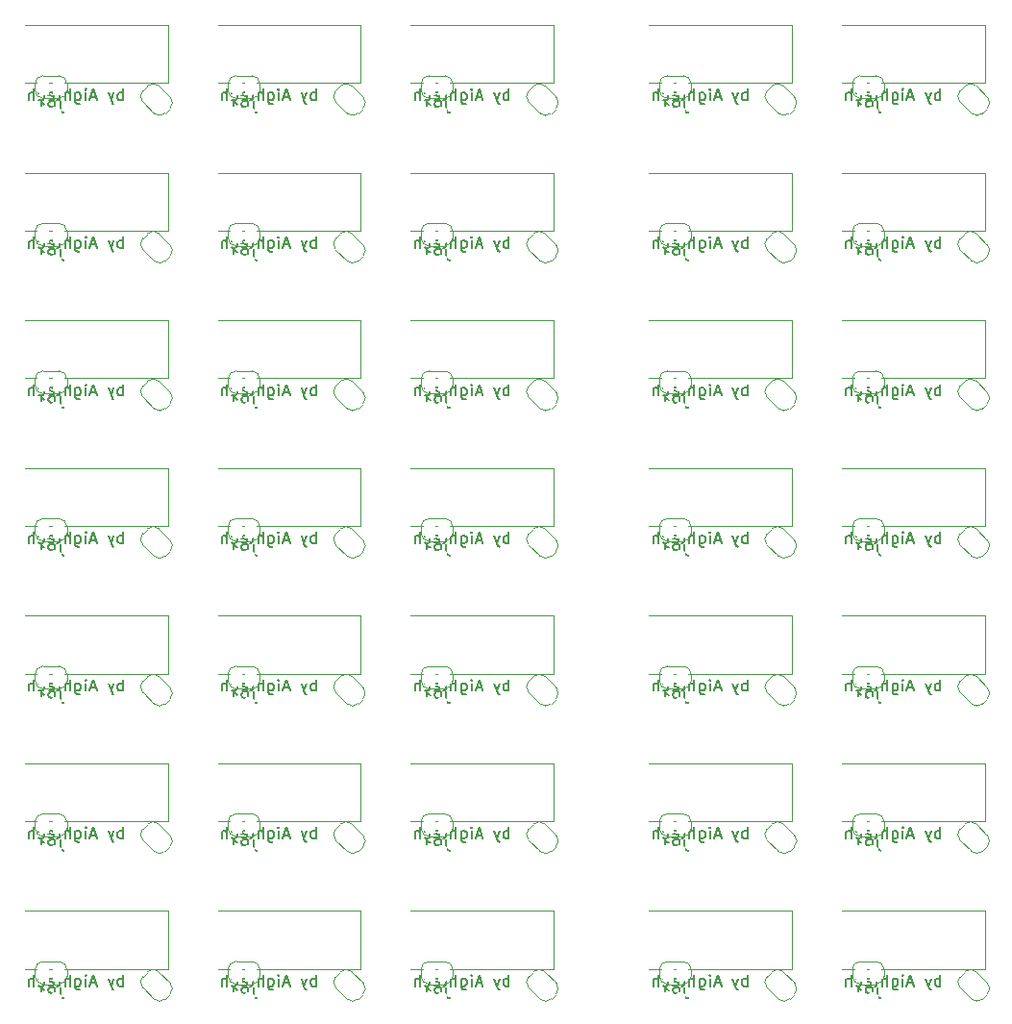
<source format=gbr>
%TF.GenerationSoftware,KiCad,Pcbnew,8.0.5-unknown-202409181836~355805756e~ubuntu22.04.1*%
%TF.CreationDate,2024-10-07T16:17:35+01:00*%
%TF.ProjectId,PANEL7x5_ADS1293,50414e45-4c37-4783-955f-414453313239,1.0*%
%TF.SameCoordinates,Original*%
%TF.FileFunction,Legend,Bot*%
%TF.FilePolarity,Positive*%
%FSLAX46Y46*%
G04 Gerber Fmt 4.6, Leading zero omitted, Abs format (unit mm)*
G04 Created by KiCad (PCBNEW 8.0.5-unknown-202409181836~355805756e~ubuntu22.04.1) date 2024-10-07 16:17:35*
%MOMM*%
%LPD*%
G01*
G04 APERTURE LIST*
G04 Aperture macros list*
%AMFreePoly0*
4,1,19,0.500000,-0.750000,0.000000,-0.750000,0.000000,-0.744911,-0.071157,-0.744911,-0.207708,-0.704816,-0.327430,-0.627875,-0.420627,-0.520320,-0.479746,-0.390866,-0.500000,-0.250000,-0.500000,0.250000,-0.479746,0.390866,-0.420627,0.520320,-0.327430,0.627875,-0.207708,0.704816,-0.071157,0.744911,0.000000,0.744911,0.000000,0.750000,0.500000,0.750000,0.500000,-0.750000,0.500000,-0.750000,
$1*%
%AMFreePoly1*
4,1,19,0.000000,0.744911,0.071157,0.744911,0.207708,0.704816,0.327430,0.627875,0.420627,0.520320,0.479746,0.390866,0.500000,0.250000,0.500000,-0.250000,0.479746,-0.390866,0.420627,-0.520320,0.327430,-0.627875,0.207708,-0.704816,0.071157,-0.744911,0.000000,-0.744911,0.000000,-0.750000,-0.500000,-0.750000,-0.500000,0.750000,0.000000,0.750000,0.000000,0.744911,0.000000,0.744911,
$1*%
G04 Aperture macros list end*
%ADD10C,0.150000*%
%ADD11C,0.120000*%
%ADD12C,0.000000*%
%ADD13C,0.500000*%
%ADD14R,1.000000X1.000000*%
%ADD15C,2.000000*%
%ADD16R,4.500000X2.000000*%
%ADD17FreePoly0,0.000000*%
%ADD18FreePoly1,0.000000*%
%ADD19FreePoly0,135.000000*%
%ADD20FreePoly1,135.000000*%
G04 APERTURE END LIST*
D10*
X71245857Y-80168819D02*
X71245857Y-79168819D01*
X71245857Y-79549771D02*
X71150619Y-79502152D01*
X71150619Y-79502152D02*
X70960143Y-79502152D01*
X70960143Y-79502152D02*
X70864905Y-79549771D01*
X70864905Y-79549771D02*
X70817286Y-79597390D01*
X70817286Y-79597390D02*
X70769667Y-79692628D01*
X70769667Y-79692628D02*
X70769667Y-79978342D01*
X70769667Y-79978342D02*
X70817286Y-80073580D01*
X70817286Y-80073580D02*
X70864905Y-80121200D01*
X70864905Y-80121200D02*
X70960143Y-80168819D01*
X70960143Y-80168819D02*
X71150619Y-80168819D01*
X71150619Y-80168819D02*
X71245857Y-80121200D01*
X70436333Y-79502152D02*
X70198238Y-80168819D01*
X69960143Y-79502152D02*
X70198238Y-80168819D01*
X70198238Y-80168819D02*
X70293476Y-80406914D01*
X70293476Y-80406914D02*
X70341095Y-80454533D01*
X70341095Y-80454533D02*
X70436333Y-80502152D01*
X68864904Y-79883104D02*
X68388714Y-79883104D01*
X68960142Y-80168819D02*
X68626809Y-79168819D01*
X68626809Y-79168819D02*
X68293476Y-80168819D01*
X67960142Y-80168819D02*
X67960142Y-79502152D01*
X67960142Y-79168819D02*
X68007761Y-79216438D01*
X68007761Y-79216438D02*
X67960142Y-79264057D01*
X67960142Y-79264057D02*
X67912523Y-79216438D01*
X67912523Y-79216438D02*
X67960142Y-79168819D01*
X67960142Y-79168819D02*
X67960142Y-79264057D01*
X67055381Y-79502152D02*
X67055381Y-80311676D01*
X67055381Y-80311676D02*
X67103000Y-80406914D01*
X67103000Y-80406914D02*
X67150619Y-80454533D01*
X67150619Y-80454533D02*
X67245857Y-80502152D01*
X67245857Y-80502152D02*
X67388714Y-80502152D01*
X67388714Y-80502152D02*
X67483952Y-80454533D01*
X67055381Y-80121200D02*
X67150619Y-80168819D01*
X67150619Y-80168819D02*
X67341095Y-80168819D01*
X67341095Y-80168819D02*
X67436333Y-80121200D01*
X67436333Y-80121200D02*
X67483952Y-80073580D01*
X67483952Y-80073580D02*
X67531571Y-79978342D01*
X67531571Y-79978342D02*
X67531571Y-79692628D01*
X67531571Y-79692628D02*
X67483952Y-79597390D01*
X67483952Y-79597390D02*
X67436333Y-79549771D01*
X67436333Y-79549771D02*
X67341095Y-79502152D01*
X67341095Y-79502152D02*
X67150619Y-79502152D01*
X67150619Y-79502152D02*
X67055381Y-79549771D01*
X66579190Y-80168819D02*
X66579190Y-79168819D01*
X66150619Y-80168819D02*
X66150619Y-79645009D01*
X66150619Y-79645009D02*
X66198238Y-79549771D01*
X66198238Y-79549771D02*
X66293476Y-79502152D01*
X66293476Y-79502152D02*
X66436333Y-79502152D01*
X66436333Y-79502152D02*
X66531571Y-79549771D01*
X66531571Y-79549771D02*
X66579190Y-79597390D01*
X65817285Y-79502152D02*
X65436333Y-79502152D01*
X65674428Y-79168819D02*
X65674428Y-80025961D01*
X65674428Y-80025961D02*
X65626809Y-80121200D01*
X65626809Y-80121200D02*
X65531571Y-80168819D01*
X65531571Y-80168819D02*
X65436333Y-80168819D01*
X64722047Y-80121200D02*
X64817285Y-80168819D01*
X64817285Y-80168819D02*
X65007761Y-80168819D01*
X65007761Y-80168819D02*
X65102999Y-80121200D01*
X65102999Y-80121200D02*
X65150618Y-80025961D01*
X65150618Y-80025961D02*
X65150618Y-79645009D01*
X65150618Y-79645009D02*
X65102999Y-79549771D01*
X65102999Y-79549771D02*
X65007761Y-79502152D01*
X65007761Y-79502152D02*
X64817285Y-79502152D01*
X64817285Y-79502152D02*
X64722047Y-79549771D01*
X64722047Y-79549771D02*
X64674428Y-79645009D01*
X64674428Y-79645009D02*
X64674428Y-79740247D01*
X64674428Y-79740247D02*
X65150618Y-79835485D01*
X63817285Y-80121200D02*
X63912523Y-80168819D01*
X63912523Y-80168819D02*
X64102999Y-80168819D01*
X64102999Y-80168819D02*
X64198237Y-80121200D01*
X64198237Y-80121200D02*
X64245856Y-80073580D01*
X64245856Y-80073580D02*
X64293475Y-79978342D01*
X64293475Y-79978342D02*
X64293475Y-79692628D01*
X64293475Y-79692628D02*
X64245856Y-79597390D01*
X64245856Y-79597390D02*
X64198237Y-79549771D01*
X64198237Y-79549771D02*
X64102999Y-79502152D01*
X64102999Y-79502152D02*
X63912523Y-79502152D01*
X63912523Y-79502152D02*
X63817285Y-79549771D01*
X63388713Y-80168819D02*
X63388713Y-79168819D01*
X62960142Y-80168819D02*
X62960142Y-79645009D01*
X62960142Y-79645009D02*
X63007761Y-79549771D01*
X63007761Y-79549771D02*
X63102999Y-79502152D01*
X63102999Y-79502152D02*
X63245856Y-79502152D01*
X63245856Y-79502152D02*
X63341094Y-79549771D01*
X63341094Y-79549771D02*
X63388713Y-79597390D01*
X71245857Y-54168819D02*
X71245857Y-53168819D01*
X71245857Y-53549771D02*
X71150619Y-53502152D01*
X71150619Y-53502152D02*
X70960143Y-53502152D01*
X70960143Y-53502152D02*
X70864905Y-53549771D01*
X70864905Y-53549771D02*
X70817286Y-53597390D01*
X70817286Y-53597390D02*
X70769667Y-53692628D01*
X70769667Y-53692628D02*
X70769667Y-53978342D01*
X70769667Y-53978342D02*
X70817286Y-54073580D01*
X70817286Y-54073580D02*
X70864905Y-54121200D01*
X70864905Y-54121200D02*
X70960143Y-54168819D01*
X70960143Y-54168819D02*
X71150619Y-54168819D01*
X71150619Y-54168819D02*
X71245857Y-54121200D01*
X70436333Y-53502152D02*
X70198238Y-54168819D01*
X69960143Y-53502152D02*
X70198238Y-54168819D01*
X70198238Y-54168819D02*
X70293476Y-54406914D01*
X70293476Y-54406914D02*
X70341095Y-54454533D01*
X70341095Y-54454533D02*
X70436333Y-54502152D01*
X68864904Y-53883104D02*
X68388714Y-53883104D01*
X68960142Y-54168819D02*
X68626809Y-53168819D01*
X68626809Y-53168819D02*
X68293476Y-54168819D01*
X67960142Y-54168819D02*
X67960142Y-53502152D01*
X67960142Y-53168819D02*
X68007761Y-53216438D01*
X68007761Y-53216438D02*
X67960142Y-53264057D01*
X67960142Y-53264057D02*
X67912523Y-53216438D01*
X67912523Y-53216438D02*
X67960142Y-53168819D01*
X67960142Y-53168819D02*
X67960142Y-53264057D01*
X67055381Y-53502152D02*
X67055381Y-54311676D01*
X67055381Y-54311676D02*
X67103000Y-54406914D01*
X67103000Y-54406914D02*
X67150619Y-54454533D01*
X67150619Y-54454533D02*
X67245857Y-54502152D01*
X67245857Y-54502152D02*
X67388714Y-54502152D01*
X67388714Y-54502152D02*
X67483952Y-54454533D01*
X67055381Y-54121200D02*
X67150619Y-54168819D01*
X67150619Y-54168819D02*
X67341095Y-54168819D01*
X67341095Y-54168819D02*
X67436333Y-54121200D01*
X67436333Y-54121200D02*
X67483952Y-54073580D01*
X67483952Y-54073580D02*
X67531571Y-53978342D01*
X67531571Y-53978342D02*
X67531571Y-53692628D01*
X67531571Y-53692628D02*
X67483952Y-53597390D01*
X67483952Y-53597390D02*
X67436333Y-53549771D01*
X67436333Y-53549771D02*
X67341095Y-53502152D01*
X67341095Y-53502152D02*
X67150619Y-53502152D01*
X67150619Y-53502152D02*
X67055381Y-53549771D01*
X66579190Y-54168819D02*
X66579190Y-53168819D01*
X66150619Y-54168819D02*
X66150619Y-53645009D01*
X66150619Y-53645009D02*
X66198238Y-53549771D01*
X66198238Y-53549771D02*
X66293476Y-53502152D01*
X66293476Y-53502152D02*
X66436333Y-53502152D01*
X66436333Y-53502152D02*
X66531571Y-53549771D01*
X66531571Y-53549771D02*
X66579190Y-53597390D01*
X65817285Y-53502152D02*
X65436333Y-53502152D01*
X65674428Y-53168819D02*
X65674428Y-54025961D01*
X65674428Y-54025961D02*
X65626809Y-54121200D01*
X65626809Y-54121200D02*
X65531571Y-54168819D01*
X65531571Y-54168819D02*
X65436333Y-54168819D01*
X64722047Y-54121200D02*
X64817285Y-54168819D01*
X64817285Y-54168819D02*
X65007761Y-54168819D01*
X65007761Y-54168819D02*
X65102999Y-54121200D01*
X65102999Y-54121200D02*
X65150618Y-54025961D01*
X65150618Y-54025961D02*
X65150618Y-53645009D01*
X65150618Y-53645009D02*
X65102999Y-53549771D01*
X65102999Y-53549771D02*
X65007761Y-53502152D01*
X65007761Y-53502152D02*
X64817285Y-53502152D01*
X64817285Y-53502152D02*
X64722047Y-53549771D01*
X64722047Y-53549771D02*
X64674428Y-53645009D01*
X64674428Y-53645009D02*
X64674428Y-53740247D01*
X64674428Y-53740247D02*
X65150618Y-53835485D01*
X63817285Y-54121200D02*
X63912523Y-54168819D01*
X63912523Y-54168819D02*
X64102999Y-54168819D01*
X64102999Y-54168819D02*
X64198237Y-54121200D01*
X64198237Y-54121200D02*
X64245856Y-54073580D01*
X64245856Y-54073580D02*
X64293475Y-53978342D01*
X64293475Y-53978342D02*
X64293475Y-53692628D01*
X64293475Y-53692628D02*
X64245856Y-53597390D01*
X64245856Y-53597390D02*
X64198237Y-53549771D01*
X64198237Y-53549771D02*
X64102999Y-53502152D01*
X64102999Y-53502152D02*
X63912523Y-53502152D01*
X63912523Y-53502152D02*
X63817285Y-53549771D01*
X63388713Y-54168819D02*
X63388713Y-53168819D01*
X62960142Y-54168819D02*
X62960142Y-53645009D01*
X62960142Y-53645009D02*
X63007761Y-53549771D01*
X63007761Y-53549771D02*
X63102999Y-53502152D01*
X63102999Y-53502152D02*
X63245856Y-53502152D01*
X63245856Y-53502152D02*
X63341094Y-53549771D01*
X63341094Y-53549771D02*
X63388713Y-53597390D01*
X50245857Y-41168819D02*
X50245857Y-40168819D01*
X50245857Y-40549771D02*
X50150619Y-40502152D01*
X50150619Y-40502152D02*
X49960143Y-40502152D01*
X49960143Y-40502152D02*
X49864905Y-40549771D01*
X49864905Y-40549771D02*
X49817286Y-40597390D01*
X49817286Y-40597390D02*
X49769667Y-40692628D01*
X49769667Y-40692628D02*
X49769667Y-40978342D01*
X49769667Y-40978342D02*
X49817286Y-41073580D01*
X49817286Y-41073580D02*
X49864905Y-41121200D01*
X49864905Y-41121200D02*
X49960143Y-41168819D01*
X49960143Y-41168819D02*
X50150619Y-41168819D01*
X50150619Y-41168819D02*
X50245857Y-41121200D01*
X49436334Y-40502152D02*
X49198239Y-41168819D01*
X48960144Y-40502152D02*
X49198239Y-41168819D01*
X49198239Y-41168819D02*
X49293477Y-41406914D01*
X49293477Y-41406914D02*
X49341096Y-41454533D01*
X49341096Y-41454533D02*
X49436334Y-41502152D01*
X47864905Y-40883104D02*
X47388715Y-40883104D01*
X47960143Y-41168819D02*
X47626810Y-40168819D01*
X47626810Y-40168819D02*
X47293477Y-41168819D01*
X46960143Y-41168819D02*
X46960143Y-40502152D01*
X46960143Y-40168819D02*
X47007762Y-40216438D01*
X47007762Y-40216438D02*
X46960143Y-40264057D01*
X46960143Y-40264057D02*
X46912524Y-40216438D01*
X46912524Y-40216438D02*
X46960143Y-40168819D01*
X46960143Y-40168819D02*
X46960143Y-40264057D01*
X46055382Y-40502152D02*
X46055382Y-41311676D01*
X46055382Y-41311676D02*
X46103001Y-41406914D01*
X46103001Y-41406914D02*
X46150620Y-41454533D01*
X46150620Y-41454533D02*
X46245858Y-41502152D01*
X46245858Y-41502152D02*
X46388715Y-41502152D01*
X46388715Y-41502152D02*
X46483953Y-41454533D01*
X46055382Y-41121200D02*
X46150620Y-41168819D01*
X46150620Y-41168819D02*
X46341096Y-41168819D01*
X46341096Y-41168819D02*
X46436334Y-41121200D01*
X46436334Y-41121200D02*
X46483953Y-41073580D01*
X46483953Y-41073580D02*
X46531572Y-40978342D01*
X46531572Y-40978342D02*
X46531572Y-40692628D01*
X46531572Y-40692628D02*
X46483953Y-40597390D01*
X46483953Y-40597390D02*
X46436334Y-40549771D01*
X46436334Y-40549771D02*
X46341096Y-40502152D01*
X46341096Y-40502152D02*
X46150620Y-40502152D01*
X46150620Y-40502152D02*
X46055382Y-40549771D01*
X45579191Y-41168819D02*
X45579191Y-40168819D01*
X45150620Y-41168819D02*
X45150620Y-40645009D01*
X45150620Y-40645009D02*
X45198239Y-40549771D01*
X45198239Y-40549771D02*
X45293477Y-40502152D01*
X45293477Y-40502152D02*
X45436334Y-40502152D01*
X45436334Y-40502152D02*
X45531572Y-40549771D01*
X45531572Y-40549771D02*
X45579191Y-40597390D01*
X44817286Y-40502152D02*
X44436334Y-40502152D01*
X44674429Y-40168819D02*
X44674429Y-41025961D01*
X44674429Y-41025961D02*
X44626810Y-41121200D01*
X44626810Y-41121200D02*
X44531572Y-41168819D01*
X44531572Y-41168819D02*
X44436334Y-41168819D01*
X43722048Y-41121200D02*
X43817286Y-41168819D01*
X43817286Y-41168819D02*
X44007762Y-41168819D01*
X44007762Y-41168819D02*
X44103000Y-41121200D01*
X44103000Y-41121200D02*
X44150619Y-41025961D01*
X44150619Y-41025961D02*
X44150619Y-40645009D01*
X44150619Y-40645009D02*
X44103000Y-40549771D01*
X44103000Y-40549771D02*
X44007762Y-40502152D01*
X44007762Y-40502152D02*
X43817286Y-40502152D01*
X43817286Y-40502152D02*
X43722048Y-40549771D01*
X43722048Y-40549771D02*
X43674429Y-40645009D01*
X43674429Y-40645009D02*
X43674429Y-40740247D01*
X43674429Y-40740247D02*
X44150619Y-40835485D01*
X42817286Y-41121200D02*
X42912524Y-41168819D01*
X42912524Y-41168819D02*
X43103000Y-41168819D01*
X43103000Y-41168819D02*
X43198238Y-41121200D01*
X43198238Y-41121200D02*
X43245857Y-41073580D01*
X43245857Y-41073580D02*
X43293476Y-40978342D01*
X43293476Y-40978342D02*
X43293476Y-40692628D01*
X43293476Y-40692628D02*
X43245857Y-40597390D01*
X43245857Y-40597390D02*
X43198238Y-40549771D01*
X43198238Y-40549771D02*
X43103000Y-40502152D01*
X43103000Y-40502152D02*
X42912524Y-40502152D01*
X42912524Y-40502152D02*
X42817286Y-40549771D01*
X42388714Y-41168819D02*
X42388714Y-40168819D01*
X41960143Y-41168819D02*
X41960143Y-40645009D01*
X41960143Y-40645009D02*
X42007762Y-40549771D01*
X42007762Y-40549771D02*
X42103000Y-40502152D01*
X42103000Y-40502152D02*
X42245857Y-40502152D01*
X42245857Y-40502152D02*
X42341095Y-40549771D01*
X42341095Y-40549771D02*
X42388714Y-40597390D01*
X71245857Y-15168819D02*
X71245857Y-14168819D01*
X71245857Y-14549771D02*
X71150619Y-14502152D01*
X71150619Y-14502152D02*
X70960143Y-14502152D01*
X70960143Y-14502152D02*
X70864905Y-14549771D01*
X70864905Y-14549771D02*
X70817286Y-14597390D01*
X70817286Y-14597390D02*
X70769667Y-14692628D01*
X70769667Y-14692628D02*
X70769667Y-14978342D01*
X70769667Y-14978342D02*
X70817286Y-15073580D01*
X70817286Y-15073580D02*
X70864905Y-15121200D01*
X70864905Y-15121200D02*
X70960143Y-15168819D01*
X70960143Y-15168819D02*
X71150619Y-15168819D01*
X71150619Y-15168819D02*
X71245857Y-15121200D01*
X70436333Y-14502152D02*
X70198238Y-15168819D01*
X69960143Y-14502152D02*
X70198238Y-15168819D01*
X70198238Y-15168819D02*
X70293476Y-15406914D01*
X70293476Y-15406914D02*
X70341095Y-15454533D01*
X70341095Y-15454533D02*
X70436333Y-15502152D01*
X68864904Y-14883104D02*
X68388714Y-14883104D01*
X68960142Y-15168819D02*
X68626809Y-14168819D01*
X68626809Y-14168819D02*
X68293476Y-15168819D01*
X67960142Y-15168819D02*
X67960142Y-14502152D01*
X67960142Y-14168819D02*
X68007761Y-14216438D01*
X68007761Y-14216438D02*
X67960142Y-14264057D01*
X67960142Y-14264057D02*
X67912523Y-14216438D01*
X67912523Y-14216438D02*
X67960142Y-14168819D01*
X67960142Y-14168819D02*
X67960142Y-14264057D01*
X67055381Y-14502152D02*
X67055381Y-15311676D01*
X67055381Y-15311676D02*
X67103000Y-15406914D01*
X67103000Y-15406914D02*
X67150619Y-15454533D01*
X67150619Y-15454533D02*
X67245857Y-15502152D01*
X67245857Y-15502152D02*
X67388714Y-15502152D01*
X67388714Y-15502152D02*
X67483952Y-15454533D01*
X67055381Y-15121200D02*
X67150619Y-15168819D01*
X67150619Y-15168819D02*
X67341095Y-15168819D01*
X67341095Y-15168819D02*
X67436333Y-15121200D01*
X67436333Y-15121200D02*
X67483952Y-15073580D01*
X67483952Y-15073580D02*
X67531571Y-14978342D01*
X67531571Y-14978342D02*
X67531571Y-14692628D01*
X67531571Y-14692628D02*
X67483952Y-14597390D01*
X67483952Y-14597390D02*
X67436333Y-14549771D01*
X67436333Y-14549771D02*
X67341095Y-14502152D01*
X67341095Y-14502152D02*
X67150619Y-14502152D01*
X67150619Y-14502152D02*
X67055381Y-14549771D01*
X66579190Y-15168819D02*
X66579190Y-14168819D01*
X66150619Y-15168819D02*
X66150619Y-14645009D01*
X66150619Y-14645009D02*
X66198238Y-14549771D01*
X66198238Y-14549771D02*
X66293476Y-14502152D01*
X66293476Y-14502152D02*
X66436333Y-14502152D01*
X66436333Y-14502152D02*
X66531571Y-14549771D01*
X66531571Y-14549771D02*
X66579190Y-14597390D01*
X65817285Y-14502152D02*
X65436333Y-14502152D01*
X65674428Y-14168819D02*
X65674428Y-15025961D01*
X65674428Y-15025961D02*
X65626809Y-15121200D01*
X65626809Y-15121200D02*
X65531571Y-15168819D01*
X65531571Y-15168819D02*
X65436333Y-15168819D01*
X64722047Y-15121200D02*
X64817285Y-15168819D01*
X64817285Y-15168819D02*
X65007761Y-15168819D01*
X65007761Y-15168819D02*
X65102999Y-15121200D01*
X65102999Y-15121200D02*
X65150618Y-15025961D01*
X65150618Y-15025961D02*
X65150618Y-14645009D01*
X65150618Y-14645009D02*
X65102999Y-14549771D01*
X65102999Y-14549771D02*
X65007761Y-14502152D01*
X65007761Y-14502152D02*
X64817285Y-14502152D01*
X64817285Y-14502152D02*
X64722047Y-14549771D01*
X64722047Y-14549771D02*
X64674428Y-14645009D01*
X64674428Y-14645009D02*
X64674428Y-14740247D01*
X64674428Y-14740247D02*
X65150618Y-14835485D01*
X63817285Y-15121200D02*
X63912523Y-15168819D01*
X63912523Y-15168819D02*
X64102999Y-15168819D01*
X64102999Y-15168819D02*
X64198237Y-15121200D01*
X64198237Y-15121200D02*
X64245856Y-15073580D01*
X64245856Y-15073580D02*
X64293475Y-14978342D01*
X64293475Y-14978342D02*
X64293475Y-14692628D01*
X64293475Y-14692628D02*
X64245856Y-14597390D01*
X64245856Y-14597390D02*
X64198237Y-14549771D01*
X64198237Y-14549771D02*
X64102999Y-14502152D01*
X64102999Y-14502152D02*
X63912523Y-14502152D01*
X63912523Y-14502152D02*
X63817285Y-14549771D01*
X63388713Y-15168819D02*
X63388713Y-14168819D01*
X62960142Y-15168819D02*
X62960142Y-14645009D01*
X62960142Y-14645009D02*
X63007761Y-14549771D01*
X63007761Y-14549771D02*
X63102999Y-14502152D01*
X63102999Y-14502152D02*
X63245856Y-14502152D01*
X63245856Y-14502152D02*
X63341094Y-14549771D01*
X63341094Y-14549771D02*
X63388713Y-14597390D01*
X50245857Y-54168819D02*
X50245857Y-53168819D01*
X50245857Y-53549771D02*
X50150619Y-53502152D01*
X50150619Y-53502152D02*
X49960143Y-53502152D01*
X49960143Y-53502152D02*
X49864905Y-53549771D01*
X49864905Y-53549771D02*
X49817286Y-53597390D01*
X49817286Y-53597390D02*
X49769667Y-53692628D01*
X49769667Y-53692628D02*
X49769667Y-53978342D01*
X49769667Y-53978342D02*
X49817286Y-54073580D01*
X49817286Y-54073580D02*
X49864905Y-54121200D01*
X49864905Y-54121200D02*
X49960143Y-54168819D01*
X49960143Y-54168819D02*
X50150619Y-54168819D01*
X50150619Y-54168819D02*
X50245857Y-54121200D01*
X49436334Y-53502152D02*
X49198239Y-54168819D01*
X48960144Y-53502152D02*
X49198239Y-54168819D01*
X49198239Y-54168819D02*
X49293477Y-54406914D01*
X49293477Y-54406914D02*
X49341096Y-54454533D01*
X49341096Y-54454533D02*
X49436334Y-54502152D01*
X47864905Y-53883104D02*
X47388715Y-53883104D01*
X47960143Y-54168819D02*
X47626810Y-53168819D01*
X47626810Y-53168819D02*
X47293477Y-54168819D01*
X46960143Y-54168819D02*
X46960143Y-53502152D01*
X46960143Y-53168819D02*
X47007762Y-53216438D01*
X47007762Y-53216438D02*
X46960143Y-53264057D01*
X46960143Y-53264057D02*
X46912524Y-53216438D01*
X46912524Y-53216438D02*
X46960143Y-53168819D01*
X46960143Y-53168819D02*
X46960143Y-53264057D01*
X46055382Y-53502152D02*
X46055382Y-54311676D01*
X46055382Y-54311676D02*
X46103001Y-54406914D01*
X46103001Y-54406914D02*
X46150620Y-54454533D01*
X46150620Y-54454533D02*
X46245858Y-54502152D01*
X46245858Y-54502152D02*
X46388715Y-54502152D01*
X46388715Y-54502152D02*
X46483953Y-54454533D01*
X46055382Y-54121200D02*
X46150620Y-54168819D01*
X46150620Y-54168819D02*
X46341096Y-54168819D01*
X46341096Y-54168819D02*
X46436334Y-54121200D01*
X46436334Y-54121200D02*
X46483953Y-54073580D01*
X46483953Y-54073580D02*
X46531572Y-53978342D01*
X46531572Y-53978342D02*
X46531572Y-53692628D01*
X46531572Y-53692628D02*
X46483953Y-53597390D01*
X46483953Y-53597390D02*
X46436334Y-53549771D01*
X46436334Y-53549771D02*
X46341096Y-53502152D01*
X46341096Y-53502152D02*
X46150620Y-53502152D01*
X46150620Y-53502152D02*
X46055382Y-53549771D01*
X45579191Y-54168819D02*
X45579191Y-53168819D01*
X45150620Y-54168819D02*
X45150620Y-53645009D01*
X45150620Y-53645009D02*
X45198239Y-53549771D01*
X45198239Y-53549771D02*
X45293477Y-53502152D01*
X45293477Y-53502152D02*
X45436334Y-53502152D01*
X45436334Y-53502152D02*
X45531572Y-53549771D01*
X45531572Y-53549771D02*
X45579191Y-53597390D01*
X44817286Y-53502152D02*
X44436334Y-53502152D01*
X44674429Y-53168819D02*
X44674429Y-54025961D01*
X44674429Y-54025961D02*
X44626810Y-54121200D01*
X44626810Y-54121200D02*
X44531572Y-54168819D01*
X44531572Y-54168819D02*
X44436334Y-54168819D01*
X43722048Y-54121200D02*
X43817286Y-54168819D01*
X43817286Y-54168819D02*
X44007762Y-54168819D01*
X44007762Y-54168819D02*
X44103000Y-54121200D01*
X44103000Y-54121200D02*
X44150619Y-54025961D01*
X44150619Y-54025961D02*
X44150619Y-53645009D01*
X44150619Y-53645009D02*
X44103000Y-53549771D01*
X44103000Y-53549771D02*
X44007762Y-53502152D01*
X44007762Y-53502152D02*
X43817286Y-53502152D01*
X43817286Y-53502152D02*
X43722048Y-53549771D01*
X43722048Y-53549771D02*
X43674429Y-53645009D01*
X43674429Y-53645009D02*
X43674429Y-53740247D01*
X43674429Y-53740247D02*
X44150619Y-53835485D01*
X42817286Y-54121200D02*
X42912524Y-54168819D01*
X42912524Y-54168819D02*
X43103000Y-54168819D01*
X43103000Y-54168819D02*
X43198238Y-54121200D01*
X43198238Y-54121200D02*
X43245857Y-54073580D01*
X43245857Y-54073580D02*
X43293476Y-53978342D01*
X43293476Y-53978342D02*
X43293476Y-53692628D01*
X43293476Y-53692628D02*
X43245857Y-53597390D01*
X43245857Y-53597390D02*
X43198238Y-53549771D01*
X43198238Y-53549771D02*
X43103000Y-53502152D01*
X43103000Y-53502152D02*
X42912524Y-53502152D01*
X42912524Y-53502152D02*
X42817286Y-53549771D01*
X42388714Y-54168819D02*
X42388714Y-53168819D01*
X41960143Y-54168819D02*
X41960143Y-53645009D01*
X41960143Y-53645009D02*
X42007762Y-53549771D01*
X42007762Y-53549771D02*
X42103000Y-53502152D01*
X42103000Y-53502152D02*
X42245857Y-53502152D01*
X42245857Y-53502152D02*
X42341095Y-53549771D01*
X42341095Y-53549771D02*
X42388714Y-53597390D01*
X16245858Y-93168819D02*
X16245858Y-92168819D01*
X16245858Y-92549771D02*
X16150620Y-92502152D01*
X16150620Y-92502152D02*
X15960144Y-92502152D01*
X15960144Y-92502152D02*
X15864906Y-92549771D01*
X15864906Y-92549771D02*
X15817287Y-92597390D01*
X15817287Y-92597390D02*
X15769668Y-92692628D01*
X15769668Y-92692628D02*
X15769668Y-92978342D01*
X15769668Y-92978342D02*
X15817287Y-93073580D01*
X15817287Y-93073580D02*
X15864906Y-93121200D01*
X15864906Y-93121200D02*
X15960144Y-93168819D01*
X15960144Y-93168819D02*
X16150620Y-93168819D01*
X16150620Y-93168819D02*
X16245858Y-93121200D01*
X15436334Y-92502152D02*
X15198239Y-93168819D01*
X14960144Y-92502152D02*
X15198239Y-93168819D01*
X15198239Y-93168819D02*
X15293477Y-93406914D01*
X15293477Y-93406914D02*
X15341096Y-93454533D01*
X15341096Y-93454533D02*
X15436334Y-93502152D01*
X13864905Y-92883104D02*
X13388715Y-92883104D01*
X13960143Y-93168819D02*
X13626810Y-92168819D01*
X13626810Y-92168819D02*
X13293477Y-93168819D01*
X12960143Y-93168819D02*
X12960143Y-92502152D01*
X12960143Y-92168819D02*
X13007762Y-92216438D01*
X13007762Y-92216438D02*
X12960143Y-92264057D01*
X12960143Y-92264057D02*
X12912524Y-92216438D01*
X12912524Y-92216438D02*
X12960143Y-92168819D01*
X12960143Y-92168819D02*
X12960143Y-92264057D01*
X12055382Y-92502152D02*
X12055382Y-93311676D01*
X12055382Y-93311676D02*
X12103001Y-93406914D01*
X12103001Y-93406914D02*
X12150620Y-93454533D01*
X12150620Y-93454533D02*
X12245858Y-93502152D01*
X12245858Y-93502152D02*
X12388715Y-93502152D01*
X12388715Y-93502152D02*
X12483953Y-93454533D01*
X12055382Y-93121200D02*
X12150620Y-93168819D01*
X12150620Y-93168819D02*
X12341096Y-93168819D01*
X12341096Y-93168819D02*
X12436334Y-93121200D01*
X12436334Y-93121200D02*
X12483953Y-93073580D01*
X12483953Y-93073580D02*
X12531572Y-92978342D01*
X12531572Y-92978342D02*
X12531572Y-92692628D01*
X12531572Y-92692628D02*
X12483953Y-92597390D01*
X12483953Y-92597390D02*
X12436334Y-92549771D01*
X12436334Y-92549771D02*
X12341096Y-92502152D01*
X12341096Y-92502152D02*
X12150620Y-92502152D01*
X12150620Y-92502152D02*
X12055382Y-92549771D01*
X11579191Y-93168819D02*
X11579191Y-92168819D01*
X11150620Y-93168819D02*
X11150620Y-92645009D01*
X11150620Y-92645009D02*
X11198239Y-92549771D01*
X11198239Y-92549771D02*
X11293477Y-92502152D01*
X11293477Y-92502152D02*
X11436334Y-92502152D01*
X11436334Y-92502152D02*
X11531572Y-92549771D01*
X11531572Y-92549771D02*
X11579191Y-92597390D01*
X10817286Y-92502152D02*
X10436334Y-92502152D01*
X10674429Y-92168819D02*
X10674429Y-93025961D01*
X10674429Y-93025961D02*
X10626810Y-93121200D01*
X10626810Y-93121200D02*
X10531572Y-93168819D01*
X10531572Y-93168819D02*
X10436334Y-93168819D01*
X9722048Y-93121200D02*
X9817286Y-93168819D01*
X9817286Y-93168819D02*
X10007762Y-93168819D01*
X10007762Y-93168819D02*
X10103000Y-93121200D01*
X10103000Y-93121200D02*
X10150619Y-93025961D01*
X10150619Y-93025961D02*
X10150619Y-92645009D01*
X10150619Y-92645009D02*
X10103000Y-92549771D01*
X10103000Y-92549771D02*
X10007762Y-92502152D01*
X10007762Y-92502152D02*
X9817286Y-92502152D01*
X9817286Y-92502152D02*
X9722048Y-92549771D01*
X9722048Y-92549771D02*
X9674429Y-92645009D01*
X9674429Y-92645009D02*
X9674429Y-92740247D01*
X9674429Y-92740247D02*
X10150619Y-92835485D01*
X8817286Y-93121200D02*
X8912524Y-93168819D01*
X8912524Y-93168819D02*
X9103000Y-93168819D01*
X9103000Y-93168819D02*
X9198238Y-93121200D01*
X9198238Y-93121200D02*
X9245857Y-93073580D01*
X9245857Y-93073580D02*
X9293476Y-92978342D01*
X9293476Y-92978342D02*
X9293476Y-92692628D01*
X9293476Y-92692628D02*
X9245857Y-92597390D01*
X9245857Y-92597390D02*
X9198238Y-92549771D01*
X9198238Y-92549771D02*
X9103000Y-92502152D01*
X9103000Y-92502152D02*
X8912524Y-92502152D01*
X8912524Y-92502152D02*
X8817286Y-92549771D01*
X8388714Y-93168819D02*
X8388714Y-92168819D01*
X7960143Y-93168819D02*
X7960143Y-92645009D01*
X7960143Y-92645009D02*
X8007762Y-92549771D01*
X8007762Y-92549771D02*
X8103000Y-92502152D01*
X8103000Y-92502152D02*
X8245857Y-92502152D01*
X8245857Y-92502152D02*
X8341095Y-92549771D01*
X8341095Y-92549771D02*
X8388714Y-92597390D01*
X88245857Y-15168819D02*
X88245857Y-14168819D01*
X88245857Y-14549771D02*
X88150619Y-14502152D01*
X88150619Y-14502152D02*
X87960143Y-14502152D01*
X87960143Y-14502152D02*
X87864905Y-14549771D01*
X87864905Y-14549771D02*
X87817286Y-14597390D01*
X87817286Y-14597390D02*
X87769667Y-14692628D01*
X87769667Y-14692628D02*
X87769667Y-14978342D01*
X87769667Y-14978342D02*
X87817286Y-15073580D01*
X87817286Y-15073580D02*
X87864905Y-15121200D01*
X87864905Y-15121200D02*
X87960143Y-15168819D01*
X87960143Y-15168819D02*
X88150619Y-15168819D01*
X88150619Y-15168819D02*
X88245857Y-15121200D01*
X87436333Y-14502152D02*
X87198238Y-15168819D01*
X86960143Y-14502152D02*
X87198238Y-15168819D01*
X87198238Y-15168819D02*
X87293476Y-15406914D01*
X87293476Y-15406914D02*
X87341095Y-15454533D01*
X87341095Y-15454533D02*
X87436333Y-15502152D01*
X85864904Y-14883104D02*
X85388714Y-14883104D01*
X85960142Y-15168819D02*
X85626809Y-14168819D01*
X85626809Y-14168819D02*
X85293476Y-15168819D01*
X84960142Y-15168819D02*
X84960142Y-14502152D01*
X84960142Y-14168819D02*
X85007761Y-14216438D01*
X85007761Y-14216438D02*
X84960142Y-14264057D01*
X84960142Y-14264057D02*
X84912523Y-14216438D01*
X84912523Y-14216438D02*
X84960142Y-14168819D01*
X84960142Y-14168819D02*
X84960142Y-14264057D01*
X84055381Y-14502152D02*
X84055381Y-15311676D01*
X84055381Y-15311676D02*
X84103000Y-15406914D01*
X84103000Y-15406914D02*
X84150619Y-15454533D01*
X84150619Y-15454533D02*
X84245857Y-15502152D01*
X84245857Y-15502152D02*
X84388714Y-15502152D01*
X84388714Y-15502152D02*
X84483952Y-15454533D01*
X84055381Y-15121200D02*
X84150619Y-15168819D01*
X84150619Y-15168819D02*
X84341095Y-15168819D01*
X84341095Y-15168819D02*
X84436333Y-15121200D01*
X84436333Y-15121200D02*
X84483952Y-15073580D01*
X84483952Y-15073580D02*
X84531571Y-14978342D01*
X84531571Y-14978342D02*
X84531571Y-14692628D01*
X84531571Y-14692628D02*
X84483952Y-14597390D01*
X84483952Y-14597390D02*
X84436333Y-14549771D01*
X84436333Y-14549771D02*
X84341095Y-14502152D01*
X84341095Y-14502152D02*
X84150619Y-14502152D01*
X84150619Y-14502152D02*
X84055381Y-14549771D01*
X83579190Y-15168819D02*
X83579190Y-14168819D01*
X83150619Y-15168819D02*
X83150619Y-14645009D01*
X83150619Y-14645009D02*
X83198238Y-14549771D01*
X83198238Y-14549771D02*
X83293476Y-14502152D01*
X83293476Y-14502152D02*
X83436333Y-14502152D01*
X83436333Y-14502152D02*
X83531571Y-14549771D01*
X83531571Y-14549771D02*
X83579190Y-14597390D01*
X82817285Y-14502152D02*
X82436333Y-14502152D01*
X82674428Y-14168819D02*
X82674428Y-15025961D01*
X82674428Y-15025961D02*
X82626809Y-15121200D01*
X82626809Y-15121200D02*
X82531571Y-15168819D01*
X82531571Y-15168819D02*
X82436333Y-15168819D01*
X81722047Y-15121200D02*
X81817285Y-15168819D01*
X81817285Y-15168819D02*
X82007761Y-15168819D01*
X82007761Y-15168819D02*
X82102999Y-15121200D01*
X82102999Y-15121200D02*
X82150618Y-15025961D01*
X82150618Y-15025961D02*
X82150618Y-14645009D01*
X82150618Y-14645009D02*
X82102999Y-14549771D01*
X82102999Y-14549771D02*
X82007761Y-14502152D01*
X82007761Y-14502152D02*
X81817285Y-14502152D01*
X81817285Y-14502152D02*
X81722047Y-14549771D01*
X81722047Y-14549771D02*
X81674428Y-14645009D01*
X81674428Y-14645009D02*
X81674428Y-14740247D01*
X81674428Y-14740247D02*
X82150618Y-14835485D01*
X80817285Y-15121200D02*
X80912523Y-15168819D01*
X80912523Y-15168819D02*
X81102999Y-15168819D01*
X81102999Y-15168819D02*
X81198237Y-15121200D01*
X81198237Y-15121200D02*
X81245856Y-15073580D01*
X81245856Y-15073580D02*
X81293475Y-14978342D01*
X81293475Y-14978342D02*
X81293475Y-14692628D01*
X81293475Y-14692628D02*
X81245856Y-14597390D01*
X81245856Y-14597390D02*
X81198237Y-14549771D01*
X81198237Y-14549771D02*
X81102999Y-14502152D01*
X81102999Y-14502152D02*
X80912523Y-14502152D01*
X80912523Y-14502152D02*
X80817285Y-14549771D01*
X80388713Y-15168819D02*
X80388713Y-14168819D01*
X79960142Y-15168819D02*
X79960142Y-14645009D01*
X79960142Y-14645009D02*
X80007761Y-14549771D01*
X80007761Y-14549771D02*
X80102999Y-14502152D01*
X80102999Y-14502152D02*
X80245856Y-14502152D01*
X80245856Y-14502152D02*
X80341094Y-14549771D01*
X80341094Y-14549771D02*
X80388713Y-14597390D01*
X71245857Y-67168819D02*
X71245857Y-66168819D01*
X71245857Y-66549771D02*
X71150619Y-66502152D01*
X71150619Y-66502152D02*
X70960143Y-66502152D01*
X70960143Y-66502152D02*
X70864905Y-66549771D01*
X70864905Y-66549771D02*
X70817286Y-66597390D01*
X70817286Y-66597390D02*
X70769667Y-66692628D01*
X70769667Y-66692628D02*
X70769667Y-66978342D01*
X70769667Y-66978342D02*
X70817286Y-67073580D01*
X70817286Y-67073580D02*
X70864905Y-67121200D01*
X70864905Y-67121200D02*
X70960143Y-67168819D01*
X70960143Y-67168819D02*
X71150619Y-67168819D01*
X71150619Y-67168819D02*
X71245857Y-67121200D01*
X70436333Y-66502152D02*
X70198238Y-67168819D01*
X69960143Y-66502152D02*
X70198238Y-67168819D01*
X70198238Y-67168819D02*
X70293476Y-67406914D01*
X70293476Y-67406914D02*
X70341095Y-67454533D01*
X70341095Y-67454533D02*
X70436333Y-67502152D01*
X68864904Y-66883104D02*
X68388714Y-66883104D01*
X68960142Y-67168819D02*
X68626809Y-66168819D01*
X68626809Y-66168819D02*
X68293476Y-67168819D01*
X67960142Y-67168819D02*
X67960142Y-66502152D01*
X67960142Y-66168819D02*
X68007761Y-66216438D01*
X68007761Y-66216438D02*
X67960142Y-66264057D01*
X67960142Y-66264057D02*
X67912523Y-66216438D01*
X67912523Y-66216438D02*
X67960142Y-66168819D01*
X67960142Y-66168819D02*
X67960142Y-66264057D01*
X67055381Y-66502152D02*
X67055381Y-67311676D01*
X67055381Y-67311676D02*
X67103000Y-67406914D01*
X67103000Y-67406914D02*
X67150619Y-67454533D01*
X67150619Y-67454533D02*
X67245857Y-67502152D01*
X67245857Y-67502152D02*
X67388714Y-67502152D01*
X67388714Y-67502152D02*
X67483952Y-67454533D01*
X67055381Y-67121200D02*
X67150619Y-67168819D01*
X67150619Y-67168819D02*
X67341095Y-67168819D01*
X67341095Y-67168819D02*
X67436333Y-67121200D01*
X67436333Y-67121200D02*
X67483952Y-67073580D01*
X67483952Y-67073580D02*
X67531571Y-66978342D01*
X67531571Y-66978342D02*
X67531571Y-66692628D01*
X67531571Y-66692628D02*
X67483952Y-66597390D01*
X67483952Y-66597390D02*
X67436333Y-66549771D01*
X67436333Y-66549771D02*
X67341095Y-66502152D01*
X67341095Y-66502152D02*
X67150619Y-66502152D01*
X67150619Y-66502152D02*
X67055381Y-66549771D01*
X66579190Y-67168819D02*
X66579190Y-66168819D01*
X66150619Y-67168819D02*
X66150619Y-66645009D01*
X66150619Y-66645009D02*
X66198238Y-66549771D01*
X66198238Y-66549771D02*
X66293476Y-66502152D01*
X66293476Y-66502152D02*
X66436333Y-66502152D01*
X66436333Y-66502152D02*
X66531571Y-66549771D01*
X66531571Y-66549771D02*
X66579190Y-66597390D01*
X65817285Y-66502152D02*
X65436333Y-66502152D01*
X65674428Y-66168819D02*
X65674428Y-67025961D01*
X65674428Y-67025961D02*
X65626809Y-67121200D01*
X65626809Y-67121200D02*
X65531571Y-67168819D01*
X65531571Y-67168819D02*
X65436333Y-67168819D01*
X64722047Y-67121200D02*
X64817285Y-67168819D01*
X64817285Y-67168819D02*
X65007761Y-67168819D01*
X65007761Y-67168819D02*
X65102999Y-67121200D01*
X65102999Y-67121200D02*
X65150618Y-67025961D01*
X65150618Y-67025961D02*
X65150618Y-66645009D01*
X65150618Y-66645009D02*
X65102999Y-66549771D01*
X65102999Y-66549771D02*
X65007761Y-66502152D01*
X65007761Y-66502152D02*
X64817285Y-66502152D01*
X64817285Y-66502152D02*
X64722047Y-66549771D01*
X64722047Y-66549771D02*
X64674428Y-66645009D01*
X64674428Y-66645009D02*
X64674428Y-66740247D01*
X64674428Y-66740247D02*
X65150618Y-66835485D01*
X63817285Y-67121200D02*
X63912523Y-67168819D01*
X63912523Y-67168819D02*
X64102999Y-67168819D01*
X64102999Y-67168819D02*
X64198237Y-67121200D01*
X64198237Y-67121200D02*
X64245856Y-67073580D01*
X64245856Y-67073580D02*
X64293475Y-66978342D01*
X64293475Y-66978342D02*
X64293475Y-66692628D01*
X64293475Y-66692628D02*
X64245856Y-66597390D01*
X64245856Y-66597390D02*
X64198237Y-66549771D01*
X64198237Y-66549771D02*
X64102999Y-66502152D01*
X64102999Y-66502152D02*
X63912523Y-66502152D01*
X63912523Y-66502152D02*
X63817285Y-66549771D01*
X63388713Y-67168819D02*
X63388713Y-66168819D01*
X62960142Y-67168819D02*
X62960142Y-66645009D01*
X62960142Y-66645009D02*
X63007761Y-66549771D01*
X63007761Y-66549771D02*
X63102999Y-66502152D01*
X63102999Y-66502152D02*
X63245856Y-66502152D01*
X63245856Y-66502152D02*
X63341094Y-66549771D01*
X63341094Y-66549771D02*
X63388713Y-66597390D01*
X50245857Y-15168819D02*
X50245857Y-14168819D01*
X50245857Y-14549771D02*
X50150619Y-14502152D01*
X50150619Y-14502152D02*
X49960143Y-14502152D01*
X49960143Y-14502152D02*
X49864905Y-14549771D01*
X49864905Y-14549771D02*
X49817286Y-14597390D01*
X49817286Y-14597390D02*
X49769667Y-14692628D01*
X49769667Y-14692628D02*
X49769667Y-14978342D01*
X49769667Y-14978342D02*
X49817286Y-15073580D01*
X49817286Y-15073580D02*
X49864905Y-15121200D01*
X49864905Y-15121200D02*
X49960143Y-15168819D01*
X49960143Y-15168819D02*
X50150619Y-15168819D01*
X50150619Y-15168819D02*
X50245857Y-15121200D01*
X49436334Y-14502152D02*
X49198239Y-15168819D01*
X48960144Y-14502152D02*
X49198239Y-15168819D01*
X49198239Y-15168819D02*
X49293477Y-15406914D01*
X49293477Y-15406914D02*
X49341096Y-15454533D01*
X49341096Y-15454533D02*
X49436334Y-15502152D01*
X47864905Y-14883104D02*
X47388715Y-14883104D01*
X47960143Y-15168819D02*
X47626810Y-14168819D01*
X47626810Y-14168819D02*
X47293477Y-15168819D01*
X46960143Y-15168819D02*
X46960143Y-14502152D01*
X46960143Y-14168819D02*
X47007762Y-14216438D01*
X47007762Y-14216438D02*
X46960143Y-14264057D01*
X46960143Y-14264057D02*
X46912524Y-14216438D01*
X46912524Y-14216438D02*
X46960143Y-14168819D01*
X46960143Y-14168819D02*
X46960143Y-14264057D01*
X46055382Y-14502152D02*
X46055382Y-15311676D01*
X46055382Y-15311676D02*
X46103001Y-15406914D01*
X46103001Y-15406914D02*
X46150620Y-15454533D01*
X46150620Y-15454533D02*
X46245858Y-15502152D01*
X46245858Y-15502152D02*
X46388715Y-15502152D01*
X46388715Y-15502152D02*
X46483953Y-15454533D01*
X46055382Y-15121200D02*
X46150620Y-15168819D01*
X46150620Y-15168819D02*
X46341096Y-15168819D01*
X46341096Y-15168819D02*
X46436334Y-15121200D01*
X46436334Y-15121200D02*
X46483953Y-15073580D01*
X46483953Y-15073580D02*
X46531572Y-14978342D01*
X46531572Y-14978342D02*
X46531572Y-14692628D01*
X46531572Y-14692628D02*
X46483953Y-14597390D01*
X46483953Y-14597390D02*
X46436334Y-14549771D01*
X46436334Y-14549771D02*
X46341096Y-14502152D01*
X46341096Y-14502152D02*
X46150620Y-14502152D01*
X46150620Y-14502152D02*
X46055382Y-14549771D01*
X45579191Y-15168819D02*
X45579191Y-14168819D01*
X45150620Y-15168819D02*
X45150620Y-14645009D01*
X45150620Y-14645009D02*
X45198239Y-14549771D01*
X45198239Y-14549771D02*
X45293477Y-14502152D01*
X45293477Y-14502152D02*
X45436334Y-14502152D01*
X45436334Y-14502152D02*
X45531572Y-14549771D01*
X45531572Y-14549771D02*
X45579191Y-14597390D01*
X44817286Y-14502152D02*
X44436334Y-14502152D01*
X44674429Y-14168819D02*
X44674429Y-15025961D01*
X44674429Y-15025961D02*
X44626810Y-15121200D01*
X44626810Y-15121200D02*
X44531572Y-15168819D01*
X44531572Y-15168819D02*
X44436334Y-15168819D01*
X43722048Y-15121200D02*
X43817286Y-15168819D01*
X43817286Y-15168819D02*
X44007762Y-15168819D01*
X44007762Y-15168819D02*
X44103000Y-15121200D01*
X44103000Y-15121200D02*
X44150619Y-15025961D01*
X44150619Y-15025961D02*
X44150619Y-14645009D01*
X44150619Y-14645009D02*
X44103000Y-14549771D01*
X44103000Y-14549771D02*
X44007762Y-14502152D01*
X44007762Y-14502152D02*
X43817286Y-14502152D01*
X43817286Y-14502152D02*
X43722048Y-14549771D01*
X43722048Y-14549771D02*
X43674429Y-14645009D01*
X43674429Y-14645009D02*
X43674429Y-14740247D01*
X43674429Y-14740247D02*
X44150619Y-14835485D01*
X42817286Y-15121200D02*
X42912524Y-15168819D01*
X42912524Y-15168819D02*
X43103000Y-15168819D01*
X43103000Y-15168819D02*
X43198238Y-15121200D01*
X43198238Y-15121200D02*
X43245857Y-15073580D01*
X43245857Y-15073580D02*
X43293476Y-14978342D01*
X43293476Y-14978342D02*
X43293476Y-14692628D01*
X43293476Y-14692628D02*
X43245857Y-14597390D01*
X43245857Y-14597390D02*
X43198238Y-14549771D01*
X43198238Y-14549771D02*
X43103000Y-14502152D01*
X43103000Y-14502152D02*
X42912524Y-14502152D01*
X42912524Y-14502152D02*
X42817286Y-14549771D01*
X42388714Y-15168819D02*
X42388714Y-14168819D01*
X41960143Y-15168819D02*
X41960143Y-14645009D01*
X41960143Y-14645009D02*
X42007762Y-14549771D01*
X42007762Y-14549771D02*
X42103000Y-14502152D01*
X42103000Y-14502152D02*
X42245857Y-14502152D01*
X42245857Y-14502152D02*
X42341095Y-14549771D01*
X42341095Y-14549771D02*
X42388714Y-14597390D01*
X50245857Y-28168819D02*
X50245857Y-27168819D01*
X50245857Y-27549771D02*
X50150619Y-27502152D01*
X50150619Y-27502152D02*
X49960143Y-27502152D01*
X49960143Y-27502152D02*
X49864905Y-27549771D01*
X49864905Y-27549771D02*
X49817286Y-27597390D01*
X49817286Y-27597390D02*
X49769667Y-27692628D01*
X49769667Y-27692628D02*
X49769667Y-27978342D01*
X49769667Y-27978342D02*
X49817286Y-28073580D01*
X49817286Y-28073580D02*
X49864905Y-28121200D01*
X49864905Y-28121200D02*
X49960143Y-28168819D01*
X49960143Y-28168819D02*
X50150619Y-28168819D01*
X50150619Y-28168819D02*
X50245857Y-28121200D01*
X49436334Y-27502152D02*
X49198239Y-28168819D01*
X48960144Y-27502152D02*
X49198239Y-28168819D01*
X49198239Y-28168819D02*
X49293477Y-28406914D01*
X49293477Y-28406914D02*
X49341096Y-28454533D01*
X49341096Y-28454533D02*
X49436334Y-28502152D01*
X47864905Y-27883104D02*
X47388715Y-27883104D01*
X47960143Y-28168819D02*
X47626810Y-27168819D01*
X47626810Y-27168819D02*
X47293477Y-28168819D01*
X46960143Y-28168819D02*
X46960143Y-27502152D01*
X46960143Y-27168819D02*
X47007762Y-27216438D01*
X47007762Y-27216438D02*
X46960143Y-27264057D01*
X46960143Y-27264057D02*
X46912524Y-27216438D01*
X46912524Y-27216438D02*
X46960143Y-27168819D01*
X46960143Y-27168819D02*
X46960143Y-27264057D01*
X46055382Y-27502152D02*
X46055382Y-28311676D01*
X46055382Y-28311676D02*
X46103001Y-28406914D01*
X46103001Y-28406914D02*
X46150620Y-28454533D01*
X46150620Y-28454533D02*
X46245858Y-28502152D01*
X46245858Y-28502152D02*
X46388715Y-28502152D01*
X46388715Y-28502152D02*
X46483953Y-28454533D01*
X46055382Y-28121200D02*
X46150620Y-28168819D01*
X46150620Y-28168819D02*
X46341096Y-28168819D01*
X46341096Y-28168819D02*
X46436334Y-28121200D01*
X46436334Y-28121200D02*
X46483953Y-28073580D01*
X46483953Y-28073580D02*
X46531572Y-27978342D01*
X46531572Y-27978342D02*
X46531572Y-27692628D01*
X46531572Y-27692628D02*
X46483953Y-27597390D01*
X46483953Y-27597390D02*
X46436334Y-27549771D01*
X46436334Y-27549771D02*
X46341096Y-27502152D01*
X46341096Y-27502152D02*
X46150620Y-27502152D01*
X46150620Y-27502152D02*
X46055382Y-27549771D01*
X45579191Y-28168819D02*
X45579191Y-27168819D01*
X45150620Y-28168819D02*
X45150620Y-27645009D01*
X45150620Y-27645009D02*
X45198239Y-27549771D01*
X45198239Y-27549771D02*
X45293477Y-27502152D01*
X45293477Y-27502152D02*
X45436334Y-27502152D01*
X45436334Y-27502152D02*
X45531572Y-27549771D01*
X45531572Y-27549771D02*
X45579191Y-27597390D01*
X44817286Y-27502152D02*
X44436334Y-27502152D01*
X44674429Y-27168819D02*
X44674429Y-28025961D01*
X44674429Y-28025961D02*
X44626810Y-28121200D01*
X44626810Y-28121200D02*
X44531572Y-28168819D01*
X44531572Y-28168819D02*
X44436334Y-28168819D01*
X43722048Y-28121200D02*
X43817286Y-28168819D01*
X43817286Y-28168819D02*
X44007762Y-28168819D01*
X44007762Y-28168819D02*
X44103000Y-28121200D01*
X44103000Y-28121200D02*
X44150619Y-28025961D01*
X44150619Y-28025961D02*
X44150619Y-27645009D01*
X44150619Y-27645009D02*
X44103000Y-27549771D01*
X44103000Y-27549771D02*
X44007762Y-27502152D01*
X44007762Y-27502152D02*
X43817286Y-27502152D01*
X43817286Y-27502152D02*
X43722048Y-27549771D01*
X43722048Y-27549771D02*
X43674429Y-27645009D01*
X43674429Y-27645009D02*
X43674429Y-27740247D01*
X43674429Y-27740247D02*
X44150619Y-27835485D01*
X42817286Y-28121200D02*
X42912524Y-28168819D01*
X42912524Y-28168819D02*
X43103000Y-28168819D01*
X43103000Y-28168819D02*
X43198238Y-28121200D01*
X43198238Y-28121200D02*
X43245857Y-28073580D01*
X43245857Y-28073580D02*
X43293476Y-27978342D01*
X43293476Y-27978342D02*
X43293476Y-27692628D01*
X43293476Y-27692628D02*
X43245857Y-27597390D01*
X43245857Y-27597390D02*
X43198238Y-27549771D01*
X43198238Y-27549771D02*
X43103000Y-27502152D01*
X43103000Y-27502152D02*
X42912524Y-27502152D01*
X42912524Y-27502152D02*
X42817286Y-27549771D01*
X42388714Y-28168819D02*
X42388714Y-27168819D01*
X41960143Y-28168819D02*
X41960143Y-27645009D01*
X41960143Y-27645009D02*
X42007762Y-27549771D01*
X42007762Y-27549771D02*
X42103000Y-27502152D01*
X42103000Y-27502152D02*
X42245857Y-27502152D01*
X42245857Y-27502152D02*
X42341095Y-27549771D01*
X42341095Y-27549771D02*
X42388714Y-27597390D01*
X33245858Y-80168819D02*
X33245858Y-79168819D01*
X33245858Y-79549771D02*
X33150620Y-79502152D01*
X33150620Y-79502152D02*
X32960144Y-79502152D01*
X32960144Y-79502152D02*
X32864906Y-79549771D01*
X32864906Y-79549771D02*
X32817287Y-79597390D01*
X32817287Y-79597390D02*
X32769668Y-79692628D01*
X32769668Y-79692628D02*
X32769668Y-79978342D01*
X32769668Y-79978342D02*
X32817287Y-80073580D01*
X32817287Y-80073580D02*
X32864906Y-80121200D01*
X32864906Y-80121200D02*
X32960144Y-80168819D01*
X32960144Y-80168819D02*
X33150620Y-80168819D01*
X33150620Y-80168819D02*
X33245858Y-80121200D01*
X32436334Y-79502152D02*
X32198239Y-80168819D01*
X31960144Y-79502152D02*
X32198239Y-80168819D01*
X32198239Y-80168819D02*
X32293477Y-80406914D01*
X32293477Y-80406914D02*
X32341096Y-80454533D01*
X32341096Y-80454533D02*
X32436334Y-80502152D01*
X30864905Y-79883104D02*
X30388715Y-79883104D01*
X30960143Y-80168819D02*
X30626810Y-79168819D01*
X30626810Y-79168819D02*
X30293477Y-80168819D01*
X29960143Y-80168819D02*
X29960143Y-79502152D01*
X29960143Y-79168819D02*
X30007762Y-79216438D01*
X30007762Y-79216438D02*
X29960143Y-79264057D01*
X29960143Y-79264057D02*
X29912524Y-79216438D01*
X29912524Y-79216438D02*
X29960143Y-79168819D01*
X29960143Y-79168819D02*
X29960143Y-79264057D01*
X29055382Y-79502152D02*
X29055382Y-80311676D01*
X29055382Y-80311676D02*
X29103001Y-80406914D01*
X29103001Y-80406914D02*
X29150620Y-80454533D01*
X29150620Y-80454533D02*
X29245858Y-80502152D01*
X29245858Y-80502152D02*
X29388715Y-80502152D01*
X29388715Y-80502152D02*
X29483953Y-80454533D01*
X29055382Y-80121200D02*
X29150620Y-80168819D01*
X29150620Y-80168819D02*
X29341096Y-80168819D01*
X29341096Y-80168819D02*
X29436334Y-80121200D01*
X29436334Y-80121200D02*
X29483953Y-80073580D01*
X29483953Y-80073580D02*
X29531572Y-79978342D01*
X29531572Y-79978342D02*
X29531572Y-79692628D01*
X29531572Y-79692628D02*
X29483953Y-79597390D01*
X29483953Y-79597390D02*
X29436334Y-79549771D01*
X29436334Y-79549771D02*
X29341096Y-79502152D01*
X29341096Y-79502152D02*
X29150620Y-79502152D01*
X29150620Y-79502152D02*
X29055382Y-79549771D01*
X28579191Y-80168819D02*
X28579191Y-79168819D01*
X28150620Y-80168819D02*
X28150620Y-79645009D01*
X28150620Y-79645009D02*
X28198239Y-79549771D01*
X28198239Y-79549771D02*
X28293477Y-79502152D01*
X28293477Y-79502152D02*
X28436334Y-79502152D01*
X28436334Y-79502152D02*
X28531572Y-79549771D01*
X28531572Y-79549771D02*
X28579191Y-79597390D01*
X27817286Y-79502152D02*
X27436334Y-79502152D01*
X27674429Y-79168819D02*
X27674429Y-80025961D01*
X27674429Y-80025961D02*
X27626810Y-80121200D01*
X27626810Y-80121200D02*
X27531572Y-80168819D01*
X27531572Y-80168819D02*
X27436334Y-80168819D01*
X26722048Y-80121200D02*
X26817286Y-80168819D01*
X26817286Y-80168819D02*
X27007762Y-80168819D01*
X27007762Y-80168819D02*
X27103000Y-80121200D01*
X27103000Y-80121200D02*
X27150619Y-80025961D01*
X27150619Y-80025961D02*
X27150619Y-79645009D01*
X27150619Y-79645009D02*
X27103000Y-79549771D01*
X27103000Y-79549771D02*
X27007762Y-79502152D01*
X27007762Y-79502152D02*
X26817286Y-79502152D01*
X26817286Y-79502152D02*
X26722048Y-79549771D01*
X26722048Y-79549771D02*
X26674429Y-79645009D01*
X26674429Y-79645009D02*
X26674429Y-79740247D01*
X26674429Y-79740247D02*
X27150619Y-79835485D01*
X25817286Y-80121200D02*
X25912524Y-80168819D01*
X25912524Y-80168819D02*
X26103000Y-80168819D01*
X26103000Y-80168819D02*
X26198238Y-80121200D01*
X26198238Y-80121200D02*
X26245857Y-80073580D01*
X26245857Y-80073580D02*
X26293476Y-79978342D01*
X26293476Y-79978342D02*
X26293476Y-79692628D01*
X26293476Y-79692628D02*
X26245857Y-79597390D01*
X26245857Y-79597390D02*
X26198238Y-79549771D01*
X26198238Y-79549771D02*
X26103000Y-79502152D01*
X26103000Y-79502152D02*
X25912524Y-79502152D01*
X25912524Y-79502152D02*
X25817286Y-79549771D01*
X25388714Y-80168819D02*
X25388714Y-79168819D01*
X24960143Y-80168819D02*
X24960143Y-79645009D01*
X24960143Y-79645009D02*
X25007762Y-79549771D01*
X25007762Y-79549771D02*
X25103000Y-79502152D01*
X25103000Y-79502152D02*
X25245857Y-79502152D01*
X25245857Y-79502152D02*
X25341095Y-79549771D01*
X25341095Y-79549771D02*
X25388714Y-79597390D01*
X33245858Y-28168819D02*
X33245858Y-27168819D01*
X33245858Y-27549771D02*
X33150620Y-27502152D01*
X33150620Y-27502152D02*
X32960144Y-27502152D01*
X32960144Y-27502152D02*
X32864906Y-27549771D01*
X32864906Y-27549771D02*
X32817287Y-27597390D01*
X32817287Y-27597390D02*
X32769668Y-27692628D01*
X32769668Y-27692628D02*
X32769668Y-27978342D01*
X32769668Y-27978342D02*
X32817287Y-28073580D01*
X32817287Y-28073580D02*
X32864906Y-28121200D01*
X32864906Y-28121200D02*
X32960144Y-28168819D01*
X32960144Y-28168819D02*
X33150620Y-28168819D01*
X33150620Y-28168819D02*
X33245858Y-28121200D01*
X32436334Y-27502152D02*
X32198239Y-28168819D01*
X31960144Y-27502152D02*
X32198239Y-28168819D01*
X32198239Y-28168819D02*
X32293477Y-28406914D01*
X32293477Y-28406914D02*
X32341096Y-28454533D01*
X32341096Y-28454533D02*
X32436334Y-28502152D01*
X30864905Y-27883104D02*
X30388715Y-27883104D01*
X30960143Y-28168819D02*
X30626810Y-27168819D01*
X30626810Y-27168819D02*
X30293477Y-28168819D01*
X29960143Y-28168819D02*
X29960143Y-27502152D01*
X29960143Y-27168819D02*
X30007762Y-27216438D01*
X30007762Y-27216438D02*
X29960143Y-27264057D01*
X29960143Y-27264057D02*
X29912524Y-27216438D01*
X29912524Y-27216438D02*
X29960143Y-27168819D01*
X29960143Y-27168819D02*
X29960143Y-27264057D01*
X29055382Y-27502152D02*
X29055382Y-28311676D01*
X29055382Y-28311676D02*
X29103001Y-28406914D01*
X29103001Y-28406914D02*
X29150620Y-28454533D01*
X29150620Y-28454533D02*
X29245858Y-28502152D01*
X29245858Y-28502152D02*
X29388715Y-28502152D01*
X29388715Y-28502152D02*
X29483953Y-28454533D01*
X29055382Y-28121200D02*
X29150620Y-28168819D01*
X29150620Y-28168819D02*
X29341096Y-28168819D01*
X29341096Y-28168819D02*
X29436334Y-28121200D01*
X29436334Y-28121200D02*
X29483953Y-28073580D01*
X29483953Y-28073580D02*
X29531572Y-27978342D01*
X29531572Y-27978342D02*
X29531572Y-27692628D01*
X29531572Y-27692628D02*
X29483953Y-27597390D01*
X29483953Y-27597390D02*
X29436334Y-27549771D01*
X29436334Y-27549771D02*
X29341096Y-27502152D01*
X29341096Y-27502152D02*
X29150620Y-27502152D01*
X29150620Y-27502152D02*
X29055382Y-27549771D01*
X28579191Y-28168819D02*
X28579191Y-27168819D01*
X28150620Y-28168819D02*
X28150620Y-27645009D01*
X28150620Y-27645009D02*
X28198239Y-27549771D01*
X28198239Y-27549771D02*
X28293477Y-27502152D01*
X28293477Y-27502152D02*
X28436334Y-27502152D01*
X28436334Y-27502152D02*
X28531572Y-27549771D01*
X28531572Y-27549771D02*
X28579191Y-27597390D01*
X27817286Y-27502152D02*
X27436334Y-27502152D01*
X27674429Y-27168819D02*
X27674429Y-28025961D01*
X27674429Y-28025961D02*
X27626810Y-28121200D01*
X27626810Y-28121200D02*
X27531572Y-28168819D01*
X27531572Y-28168819D02*
X27436334Y-28168819D01*
X26722048Y-28121200D02*
X26817286Y-28168819D01*
X26817286Y-28168819D02*
X27007762Y-28168819D01*
X27007762Y-28168819D02*
X27103000Y-28121200D01*
X27103000Y-28121200D02*
X27150619Y-28025961D01*
X27150619Y-28025961D02*
X27150619Y-27645009D01*
X27150619Y-27645009D02*
X27103000Y-27549771D01*
X27103000Y-27549771D02*
X27007762Y-27502152D01*
X27007762Y-27502152D02*
X26817286Y-27502152D01*
X26817286Y-27502152D02*
X26722048Y-27549771D01*
X26722048Y-27549771D02*
X26674429Y-27645009D01*
X26674429Y-27645009D02*
X26674429Y-27740247D01*
X26674429Y-27740247D02*
X27150619Y-27835485D01*
X25817286Y-28121200D02*
X25912524Y-28168819D01*
X25912524Y-28168819D02*
X26103000Y-28168819D01*
X26103000Y-28168819D02*
X26198238Y-28121200D01*
X26198238Y-28121200D02*
X26245857Y-28073580D01*
X26245857Y-28073580D02*
X26293476Y-27978342D01*
X26293476Y-27978342D02*
X26293476Y-27692628D01*
X26293476Y-27692628D02*
X26245857Y-27597390D01*
X26245857Y-27597390D02*
X26198238Y-27549771D01*
X26198238Y-27549771D02*
X26103000Y-27502152D01*
X26103000Y-27502152D02*
X25912524Y-27502152D01*
X25912524Y-27502152D02*
X25817286Y-27549771D01*
X25388714Y-28168819D02*
X25388714Y-27168819D01*
X24960143Y-28168819D02*
X24960143Y-27645009D01*
X24960143Y-27645009D02*
X25007762Y-27549771D01*
X25007762Y-27549771D02*
X25103000Y-27502152D01*
X25103000Y-27502152D02*
X25245857Y-27502152D01*
X25245857Y-27502152D02*
X25341095Y-27549771D01*
X25341095Y-27549771D02*
X25388714Y-27597390D01*
X88245857Y-80168819D02*
X88245857Y-79168819D01*
X88245857Y-79549771D02*
X88150619Y-79502152D01*
X88150619Y-79502152D02*
X87960143Y-79502152D01*
X87960143Y-79502152D02*
X87864905Y-79549771D01*
X87864905Y-79549771D02*
X87817286Y-79597390D01*
X87817286Y-79597390D02*
X87769667Y-79692628D01*
X87769667Y-79692628D02*
X87769667Y-79978342D01*
X87769667Y-79978342D02*
X87817286Y-80073580D01*
X87817286Y-80073580D02*
X87864905Y-80121200D01*
X87864905Y-80121200D02*
X87960143Y-80168819D01*
X87960143Y-80168819D02*
X88150619Y-80168819D01*
X88150619Y-80168819D02*
X88245857Y-80121200D01*
X87436333Y-79502152D02*
X87198238Y-80168819D01*
X86960143Y-79502152D02*
X87198238Y-80168819D01*
X87198238Y-80168819D02*
X87293476Y-80406914D01*
X87293476Y-80406914D02*
X87341095Y-80454533D01*
X87341095Y-80454533D02*
X87436333Y-80502152D01*
X85864904Y-79883104D02*
X85388714Y-79883104D01*
X85960142Y-80168819D02*
X85626809Y-79168819D01*
X85626809Y-79168819D02*
X85293476Y-80168819D01*
X84960142Y-80168819D02*
X84960142Y-79502152D01*
X84960142Y-79168819D02*
X85007761Y-79216438D01*
X85007761Y-79216438D02*
X84960142Y-79264057D01*
X84960142Y-79264057D02*
X84912523Y-79216438D01*
X84912523Y-79216438D02*
X84960142Y-79168819D01*
X84960142Y-79168819D02*
X84960142Y-79264057D01*
X84055381Y-79502152D02*
X84055381Y-80311676D01*
X84055381Y-80311676D02*
X84103000Y-80406914D01*
X84103000Y-80406914D02*
X84150619Y-80454533D01*
X84150619Y-80454533D02*
X84245857Y-80502152D01*
X84245857Y-80502152D02*
X84388714Y-80502152D01*
X84388714Y-80502152D02*
X84483952Y-80454533D01*
X84055381Y-80121200D02*
X84150619Y-80168819D01*
X84150619Y-80168819D02*
X84341095Y-80168819D01*
X84341095Y-80168819D02*
X84436333Y-80121200D01*
X84436333Y-80121200D02*
X84483952Y-80073580D01*
X84483952Y-80073580D02*
X84531571Y-79978342D01*
X84531571Y-79978342D02*
X84531571Y-79692628D01*
X84531571Y-79692628D02*
X84483952Y-79597390D01*
X84483952Y-79597390D02*
X84436333Y-79549771D01*
X84436333Y-79549771D02*
X84341095Y-79502152D01*
X84341095Y-79502152D02*
X84150619Y-79502152D01*
X84150619Y-79502152D02*
X84055381Y-79549771D01*
X83579190Y-80168819D02*
X83579190Y-79168819D01*
X83150619Y-80168819D02*
X83150619Y-79645009D01*
X83150619Y-79645009D02*
X83198238Y-79549771D01*
X83198238Y-79549771D02*
X83293476Y-79502152D01*
X83293476Y-79502152D02*
X83436333Y-79502152D01*
X83436333Y-79502152D02*
X83531571Y-79549771D01*
X83531571Y-79549771D02*
X83579190Y-79597390D01*
X82817285Y-79502152D02*
X82436333Y-79502152D01*
X82674428Y-79168819D02*
X82674428Y-80025961D01*
X82674428Y-80025961D02*
X82626809Y-80121200D01*
X82626809Y-80121200D02*
X82531571Y-80168819D01*
X82531571Y-80168819D02*
X82436333Y-80168819D01*
X81722047Y-80121200D02*
X81817285Y-80168819D01*
X81817285Y-80168819D02*
X82007761Y-80168819D01*
X82007761Y-80168819D02*
X82102999Y-80121200D01*
X82102999Y-80121200D02*
X82150618Y-80025961D01*
X82150618Y-80025961D02*
X82150618Y-79645009D01*
X82150618Y-79645009D02*
X82102999Y-79549771D01*
X82102999Y-79549771D02*
X82007761Y-79502152D01*
X82007761Y-79502152D02*
X81817285Y-79502152D01*
X81817285Y-79502152D02*
X81722047Y-79549771D01*
X81722047Y-79549771D02*
X81674428Y-79645009D01*
X81674428Y-79645009D02*
X81674428Y-79740247D01*
X81674428Y-79740247D02*
X82150618Y-79835485D01*
X80817285Y-80121200D02*
X80912523Y-80168819D01*
X80912523Y-80168819D02*
X81102999Y-80168819D01*
X81102999Y-80168819D02*
X81198237Y-80121200D01*
X81198237Y-80121200D02*
X81245856Y-80073580D01*
X81245856Y-80073580D02*
X81293475Y-79978342D01*
X81293475Y-79978342D02*
X81293475Y-79692628D01*
X81293475Y-79692628D02*
X81245856Y-79597390D01*
X81245856Y-79597390D02*
X81198237Y-79549771D01*
X81198237Y-79549771D02*
X81102999Y-79502152D01*
X81102999Y-79502152D02*
X80912523Y-79502152D01*
X80912523Y-79502152D02*
X80817285Y-79549771D01*
X80388713Y-80168819D02*
X80388713Y-79168819D01*
X79960142Y-80168819D02*
X79960142Y-79645009D01*
X79960142Y-79645009D02*
X80007761Y-79549771D01*
X80007761Y-79549771D02*
X80102999Y-79502152D01*
X80102999Y-79502152D02*
X80245856Y-79502152D01*
X80245856Y-79502152D02*
X80341094Y-79549771D01*
X80341094Y-79549771D02*
X80388713Y-79597390D01*
X33245858Y-54168819D02*
X33245858Y-53168819D01*
X33245858Y-53549771D02*
X33150620Y-53502152D01*
X33150620Y-53502152D02*
X32960144Y-53502152D01*
X32960144Y-53502152D02*
X32864906Y-53549771D01*
X32864906Y-53549771D02*
X32817287Y-53597390D01*
X32817287Y-53597390D02*
X32769668Y-53692628D01*
X32769668Y-53692628D02*
X32769668Y-53978342D01*
X32769668Y-53978342D02*
X32817287Y-54073580D01*
X32817287Y-54073580D02*
X32864906Y-54121200D01*
X32864906Y-54121200D02*
X32960144Y-54168819D01*
X32960144Y-54168819D02*
X33150620Y-54168819D01*
X33150620Y-54168819D02*
X33245858Y-54121200D01*
X32436334Y-53502152D02*
X32198239Y-54168819D01*
X31960144Y-53502152D02*
X32198239Y-54168819D01*
X32198239Y-54168819D02*
X32293477Y-54406914D01*
X32293477Y-54406914D02*
X32341096Y-54454533D01*
X32341096Y-54454533D02*
X32436334Y-54502152D01*
X30864905Y-53883104D02*
X30388715Y-53883104D01*
X30960143Y-54168819D02*
X30626810Y-53168819D01*
X30626810Y-53168819D02*
X30293477Y-54168819D01*
X29960143Y-54168819D02*
X29960143Y-53502152D01*
X29960143Y-53168819D02*
X30007762Y-53216438D01*
X30007762Y-53216438D02*
X29960143Y-53264057D01*
X29960143Y-53264057D02*
X29912524Y-53216438D01*
X29912524Y-53216438D02*
X29960143Y-53168819D01*
X29960143Y-53168819D02*
X29960143Y-53264057D01*
X29055382Y-53502152D02*
X29055382Y-54311676D01*
X29055382Y-54311676D02*
X29103001Y-54406914D01*
X29103001Y-54406914D02*
X29150620Y-54454533D01*
X29150620Y-54454533D02*
X29245858Y-54502152D01*
X29245858Y-54502152D02*
X29388715Y-54502152D01*
X29388715Y-54502152D02*
X29483953Y-54454533D01*
X29055382Y-54121200D02*
X29150620Y-54168819D01*
X29150620Y-54168819D02*
X29341096Y-54168819D01*
X29341096Y-54168819D02*
X29436334Y-54121200D01*
X29436334Y-54121200D02*
X29483953Y-54073580D01*
X29483953Y-54073580D02*
X29531572Y-53978342D01*
X29531572Y-53978342D02*
X29531572Y-53692628D01*
X29531572Y-53692628D02*
X29483953Y-53597390D01*
X29483953Y-53597390D02*
X29436334Y-53549771D01*
X29436334Y-53549771D02*
X29341096Y-53502152D01*
X29341096Y-53502152D02*
X29150620Y-53502152D01*
X29150620Y-53502152D02*
X29055382Y-53549771D01*
X28579191Y-54168819D02*
X28579191Y-53168819D01*
X28150620Y-54168819D02*
X28150620Y-53645009D01*
X28150620Y-53645009D02*
X28198239Y-53549771D01*
X28198239Y-53549771D02*
X28293477Y-53502152D01*
X28293477Y-53502152D02*
X28436334Y-53502152D01*
X28436334Y-53502152D02*
X28531572Y-53549771D01*
X28531572Y-53549771D02*
X28579191Y-53597390D01*
X27817286Y-53502152D02*
X27436334Y-53502152D01*
X27674429Y-53168819D02*
X27674429Y-54025961D01*
X27674429Y-54025961D02*
X27626810Y-54121200D01*
X27626810Y-54121200D02*
X27531572Y-54168819D01*
X27531572Y-54168819D02*
X27436334Y-54168819D01*
X26722048Y-54121200D02*
X26817286Y-54168819D01*
X26817286Y-54168819D02*
X27007762Y-54168819D01*
X27007762Y-54168819D02*
X27103000Y-54121200D01*
X27103000Y-54121200D02*
X27150619Y-54025961D01*
X27150619Y-54025961D02*
X27150619Y-53645009D01*
X27150619Y-53645009D02*
X27103000Y-53549771D01*
X27103000Y-53549771D02*
X27007762Y-53502152D01*
X27007762Y-53502152D02*
X26817286Y-53502152D01*
X26817286Y-53502152D02*
X26722048Y-53549771D01*
X26722048Y-53549771D02*
X26674429Y-53645009D01*
X26674429Y-53645009D02*
X26674429Y-53740247D01*
X26674429Y-53740247D02*
X27150619Y-53835485D01*
X25817286Y-54121200D02*
X25912524Y-54168819D01*
X25912524Y-54168819D02*
X26103000Y-54168819D01*
X26103000Y-54168819D02*
X26198238Y-54121200D01*
X26198238Y-54121200D02*
X26245857Y-54073580D01*
X26245857Y-54073580D02*
X26293476Y-53978342D01*
X26293476Y-53978342D02*
X26293476Y-53692628D01*
X26293476Y-53692628D02*
X26245857Y-53597390D01*
X26245857Y-53597390D02*
X26198238Y-53549771D01*
X26198238Y-53549771D02*
X26103000Y-53502152D01*
X26103000Y-53502152D02*
X25912524Y-53502152D01*
X25912524Y-53502152D02*
X25817286Y-53549771D01*
X25388714Y-54168819D02*
X25388714Y-53168819D01*
X24960143Y-54168819D02*
X24960143Y-53645009D01*
X24960143Y-53645009D02*
X25007762Y-53549771D01*
X25007762Y-53549771D02*
X25103000Y-53502152D01*
X25103000Y-53502152D02*
X25245857Y-53502152D01*
X25245857Y-53502152D02*
X25341095Y-53549771D01*
X25341095Y-53549771D02*
X25388714Y-53597390D01*
X16245858Y-15168819D02*
X16245858Y-14168819D01*
X16245858Y-14549771D02*
X16150620Y-14502152D01*
X16150620Y-14502152D02*
X15960144Y-14502152D01*
X15960144Y-14502152D02*
X15864906Y-14549771D01*
X15864906Y-14549771D02*
X15817287Y-14597390D01*
X15817287Y-14597390D02*
X15769668Y-14692628D01*
X15769668Y-14692628D02*
X15769668Y-14978342D01*
X15769668Y-14978342D02*
X15817287Y-15073580D01*
X15817287Y-15073580D02*
X15864906Y-15121200D01*
X15864906Y-15121200D02*
X15960144Y-15168819D01*
X15960144Y-15168819D02*
X16150620Y-15168819D01*
X16150620Y-15168819D02*
X16245858Y-15121200D01*
X15436334Y-14502152D02*
X15198239Y-15168819D01*
X14960144Y-14502152D02*
X15198239Y-15168819D01*
X15198239Y-15168819D02*
X15293477Y-15406914D01*
X15293477Y-15406914D02*
X15341096Y-15454533D01*
X15341096Y-15454533D02*
X15436334Y-15502152D01*
X13864905Y-14883104D02*
X13388715Y-14883104D01*
X13960143Y-15168819D02*
X13626810Y-14168819D01*
X13626810Y-14168819D02*
X13293477Y-15168819D01*
X12960143Y-15168819D02*
X12960143Y-14502152D01*
X12960143Y-14168819D02*
X13007762Y-14216438D01*
X13007762Y-14216438D02*
X12960143Y-14264057D01*
X12960143Y-14264057D02*
X12912524Y-14216438D01*
X12912524Y-14216438D02*
X12960143Y-14168819D01*
X12960143Y-14168819D02*
X12960143Y-14264057D01*
X12055382Y-14502152D02*
X12055382Y-15311676D01*
X12055382Y-15311676D02*
X12103001Y-15406914D01*
X12103001Y-15406914D02*
X12150620Y-15454533D01*
X12150620Y-15454533D02*
X12245858Y-15502152D01*
X12245858Y-15502152D02*
X12388715Y-15502152D01*
X12388715Y-15502152D02*
X12483953Y-15454533D01*
X12055382Y-15121200D02*
X12150620Y-15168819D01*
X12150620Y-15168819D02*
X12341096Y-15168819D01*
X12341096Y-15168819D02*
X12436334Y-15121200D01*
X12436334Y-15121200D02*
X12483953Y-15073580D01*
X12483953Y-15073580D02*
X12531572Y-14978342D01*
X12531572Y-14978342D02*
X12531572Y-14692628D01*
X12531572Y-14692628D02*
X12483953Y-14597390D01*
X12483953Y-14597390D02*
X12436334Y-14549771D01*
X12436334Y-14549771D02*
X12341096Y-14502152D01*
X12341096Y-14502152D02*
X12150620Y-14502152D01*
X12150620Y-14502152D02*
X12055382Y-14549771D01*
X11579191Y-15168819D02*
X11579191Y-14168819D01*
X11150620Y-15168819D02*
X11150620Y-14645009D01*
X11150620Y-14645009D02*
X11198239Y-14549771D01*
X11198239Y-14549771D02*
X11293477Y-14502152D01*
X11293477Y-14502152D02*
X11436334Y-14502152D01*
X11436334Y-14502152D02*
X11531572Y-14549771D01*
X11531572Y-14549771D02*
X11579191Y-14597390D01*
X10817286Y-14502152D02*
X10436334Y-14502152D01*
X10674429Y-14168819D02*
X10674429Y-15025961D01*
X10674429Y-15025961D02*
X10626810Y-15121200D01*
X10626810Y-15121200D02*
X10531572Y-15168819D01*
X10531572Y-15168819D02*
X10436334Y-15168819D01*
X9722048Y-15121200D02*
X9817286Y-15168819D01*
X9817286Y-15168819D02*
X10007762Y-15168819D01*
X10007762Y-15168819D02*
X10103000Y-15121200D01*
X10103000Y-15121200D02*
X10150619Y-15025961D01*
X10150619Y-15025961D02*
X10150619Y-14645009D01*
X10150619Y-14645009D02*
X10103000Y-14549771D01*
X10103000Y-14549771D02*
X10007762Y-14502152D01*
X10007762Y-14502152D02*
X9817286Y-14502152D01*
X9817286Y-14502152D02*
X9722048Y-14549771D01*
X9722048Y-14549771D02*
X9674429Y-14645009D01*
X9674429Y-14645009D02*
X9674429Y-14740247D01*
X9674429Y-14740247D02*
X10150619Y-14835485D01*
X8817286Y-15121200D02*
X8912524Y-15168819D01*
X8912524Y-15168819D02*
X9103000Y-15168819D01*
X9103000Y-15168819D02*
X9198238Y-15121200D01*
X9198238Y-15121200D02*
X9245857Y-15073580D01*
X9245857Y-15073580D02*
X9293476Y-14978342D01*
X9293476Y-14978342D02*
X9293476Y-14692628D01*
X9293476Y-14692628D02*
X9245857Y-14597390D01*
X9245857Y-14597390D02*
X9198238Y-14549771D01*
X9198238Y-14549771D02*
X9103000Y-14502152D01*
X9103000Y-14502152D02*
X8912524Y-14502152D01*
X8912524Y-14502152D02*
X8817286Y-14549771D01*
X8388714Y-15168819D02*
X8388714Y-14168819D01*
X7960143Y-15168819D02*
X7960143Y-14645009D01*
X7960143Y-14645009D02*
X8007762Y-14549771D01*
X8007762Y-14549771D02*
X8103000Y-14502152D01*
X8103000Y-14502152D02*
X8245857Y-14502152D01*
X8245857Y-14502152D02*
X8341095Y-14549771D01*
X8341095Y-14549771D02*
X8388714Y-14597390D01*
X33245858Y-93168819D02*
X33245858Y-92168819D01*
X33245858Y-92549771D02*
X33150620Y-92502152D01*
X33150620Y-92502152D02*
X32960144Y-92502152D01*
X32960144Y-92502152D02*
X32864906Y-92549771D01*
X32864906Y-92549771D02*
X32817287Y-92597390D01*
X32817287Y-92597390D02*
X32769668Y-92692628D01*
X32769668Y-92692628D02*
X32769668Y-92978342D01*
X32769668Y-92978342D02*
X32817287Y-93073580D01*
X32817287Y-93073580D02*
X32864906Y-93121200D01*
X32864906Y-93121200D02*
X32960144Y-93168819D01*
X32960144Y-93168819D02*
X33150620Y-93168819D01*
X33150620Y-93168819D02*
X33245858Y-93121200D01*
X32436334Y-92502152D02*
X32198239Y-93168819D01*
X31960144Y-92502152D02*
X32198239Y-93168819D01*
X32198239Y-93168819D02*
X32293477Y-93406914D01*
X32293477Y-93406914D02*
X32341096Y-93454533D01*
X32341096Y-93454533D02*
X32436334Y-93502152D01*
X30864905Y-92883104D02*
X30388715Y-92883104D01*
X30960143Y-93168819D02*
X30626810Y-92168819D01*
X30626810Y-92168819D02*
X30293477Y-93168819D01*
X29960143Y-93168819D02*
X29960143Y-92502152D01*
X29960143Y-92168819D02*
X30007762Y-92216438D01*
X30007762Y-92216438D02*
X29960143Y-92264057D01*
X29960143Y-92264057D02*
X29912524Y-92216438D01*
X29912524Y-92216438D02*
X29960143Y-92168819D01*
X29960143Y-92168819D02*
X29960143Y-92264057D01*
X29055382Y-92502152D02*
X29055382Y-93311676D01*
X29055382Y-93311676D02*
X29103001Y-93406914D01*
X29103001Y-93406914D02*
X29150620Y-93454533D01*
X29150620Y-93454533D02*
X29245858Y-93502152D01*
X29245858Y-93502152D02*
X29388715Y-93502152D01*
X29388715Y-93502152D02*
X29483953Y-93454533D01*
X29055382Y-93121200D02*
X29150620Y-93168819D01*
X29150620Y-93168819D02*
X29341096Y-93168819D01*
X29341096Y-93168819D02*
X29436334Y-93121200D01*
X29436334Y-93121200D02*
X29483953Y-93073580D01*
X29483953Y-93073580D02*
X29531572Y-92978342D01*
X29531572Y-92978342D02*
X29531572Y-92692628D01*
X29531572Y-92692628D02*
X29483953Y-92597390D01*
X29483953Y-92597390D02*
X29436334Y-92549771D01*
X29436334Y-92549771D02*
X29341096Y-92502152D01*
X29341096Y-92502152D02*
X29150620Y-92502152D01*
X29150620Y-92502152D02*
X29055382Y-92549771D01*
X28579191Y-93168819D02*
X28579191Y-92168819D01*
X28150620Y-93168819D02*
X28150620Y-92645009D01*
X28150620Y-92645009D02*
X28198239Y-92549771D01*
X28198239Y-92549771D02*
X28293477Y-92502152D01*
X28293477Y-92502152D02*
X28436334Y-92502152D01*
X28436334Y-92502152D02*
X28531572Y-92549771D01*
X28531572Y-92549771D02*
X28579191Y-92597390D01*
X27817286Y-92502152D02*
X27436334Y-92502152D01*
X27674429Y-92168819D02*
X27674429Y-93025961D01*
X27674429Y-93025961D02*
X27626810Y-93121200D01*
X27626810Y-93121200D02*
X27531572Y-93168819D01*
X27531572Y-93168819D02*
X27436334Y-93168819D01*
X26722048Y-93121200D02*
X26817286Y-93168819D01*
X26817286Y-93168819D02*
X27007762Y-93168819D01*
X27007762Y-93168819D02*
X27103000Y-93121200D01*
X27103000Y-93121200D02*
X27150619Y-93025961D01*
X27150619Y-93025961D02*
X27150619Y-92645009D01*
X27150619Y-92645009D02*
X27103000Y-92549771D01*
X27103000Y-92549771D02*
X27007762Y-92502152D01*
X27007762Y-92502152D02*
X26817286Y-92502152D01*
X26817286Y-92502152D02*
X26722048Y-92549771D01*
X26722048Y-92549771D02*
X26674429Y-92645009D01*
X26674429Y-92645009D02*
X26674429Y-92740247D01*
X26674429Y-92740247D02*
X27150619Y-92835485D01*
X25817286Y-93121200D02*
X25912524Y-93168819D01*
X25912524Y-93168819D02*
X26103000Y-93168819D01*
X26103000Y-93168819D02*
X26198238Y-93121200D01*
X26198238Y-93121200D02*
X26245857Y-93073580D01*
X26245857Y-93073580D02*
X26293476Y-92978342D01*
X26293476Y-92978342D02*
X26293476Y-92692628D01*
X26293476Y-92692628D02*
X26245857Y-92597390D01*
X26245857Y-92597390D02*
X26198238Y-92549771D01*
X26198238Y-92549771D02*
X26103000Y-92502152D01*
X26103000Y-92502152D02*
X25912524Y-92502152D01*
X25912524Y-92502152D02*
X25817286Y-92549771D01*
X25388714Y-93168819D02*
X25388714Y-92168819D01*
X24960143Y-93168819D02*
X24960143Y-92645009D01*
X24960143Y-92645009D02*
X25007762Y-92549771D01*
X25007762Y-92549771D02*
X25103000Y-92502152D01*
X25103000Y-92502152D02*
X25245857Y-92502152D01*
X25245857Y-92502152D02*
X25341095Y-92549771D01*
X25341095Y-92549771D02*
X25388714Y-92597390D01*
X88245857Y-67168819D02*
X88245857Y-66168819D01*
X88245857Y-66549771D02*
X88150619Y-66502152D01*
X88150619Y-66502152D02*
X87960143Y-66502152D01*
X87960143Y-66502152D02*
X87864905Y-66549771D01*
X87864905Y-66549771D02*
X87817286Y-66597390D01*
X87817286Y-66597390D02*
X87769667Y-66692628D01*
X87769667Y-66692628D02*
X87769667Y-66978342D01*
X87769667Y-66978342D02*
X87817286Y-67073580D01*
X87817286Y-67073580D02*
X87864905Y-67121200D01*
X87864905Y-67121200D02*
X87960143Y-67168819D01*
X87960143Y-67168819D02*
X88150619Y-67168819D01*
X88150619Y-67168819D02*
X88245857Y-67121200D01*
X87436333Y-66502152D02*
X87198238Y-67168819D01*
X86960143Y-66502152D02*
X87198238Y-67168819D01*
X87198238Y-67168819D02*
X87293476Y-67406914D01*
X87293476Y-67406914D02*
X87341095Y-67454533D01*
X87341095Y-67454533D02*
X87436333Y-67502152D01*
X85864904Y-66883104D02*
X85388714Y-66883104D01*
X85960142Y-67168819D02*
X85626809Y-66168819D01*
X85626809Y-66168819D02*
X85293476Y-67168819D01*
X84960142Y-67168819D02*
X84960142Y-66502152D01*
X84960142Y-66168819D02*
X85007761Y-66216438D01*
X85007761Y-66216438D02*
X84960142Y-66264057D01*
X84960142Y-66264057D02*
X84912523Y-66216438D01*
X84912523Y-66216438D02*
X84960142Y-66168819D01*
X84960142Y-66168819D02*
X84960142Y-66264057D01*
X84055381Y-66502152D02*
X84055381Y-67311676D01*
X84055381Y-67311676D02*
X84103000Y-67406914D01*
X84103000Y-67406914D02*
X84150619Y-67454533D01*
X84150619Y-67454533D02*
X84245857Y-67502152D01*
X84245857Y-67502152D02*
X84388714Y-67502152D01*
X84388714Y-67502152D02*
X84483952Y-67454533D01*
X84055381Y-67121200D02*
X84150619Y-67168819D01*
X84150619Y-67168819D02*
X84341095Y-67168819D01*
X84341095Y-67168819D02*
X84436333Y-67121200D01*
X84436333Y-67121200D02*
X84483952Y-67073580D01*
X84483952Y-67073580D02*
X84531571Y-66978342D01*
X84531571Y-66978342D02*
X84531571Y-66692628D01*
X84531571Y-66692628D02*
X84483952Y-66597390D01*
X84483952Y-66597390D02*
X84436333Y-66549771D01*
X84436333Y-66549771D02*
X84341095Y-66502152D01*
X84341095Y-66502152D02*
X84150619Y-66502152D01*
X84150619Y-66502152D02*
X84055381Y-66549771D01*
X83579190Y-67168819D02*
X83579190Y-66168819D01*
X83150619Y-67168819D02*
X83150619Y-66645009D01*
X83150619Y-66645009D02*
X83198238Y-66549771D01*
X83198238Y-66549771D02*
X83293476Y-66502152D01*
X83293476Y-66502152D02*
X83436333Y-66502152D01*
X83436333Y-66502152D02*
X83531571Y-66549771D01*
X83531571Y-66549771D02*
X83579190Y-66597390D01*
X82817285Y-66502152D02*
X82436333Y-66502152D01*
X82674428Y-66168819D02*
X82674428Y-67025961D01*
X82674428Y-67025961D02*
X82626809Y-67121200D01*
X82626809Y-67121200D02*
X82531571Y-67168819D01*
X82531571Y-67168819D02*
X82436333Y-67168819D01*
X81722047Y-67121200D02*
X81817285Y-67168819D01*
X81817285Y-67168819D02*
X82007761Y-67168819D01*
X82007761Y-67168819D02*
X82102999Y-67121200D01*
X82102999Y-67121200D02*
X82150618Y-67025961D01*
X82150618Y-67025961D02*
X82150618Y-66645009D01*
X82150618Y-66645009D02*
X82102999Y-66549771D01*
X82102999Y-66549771D02*
X82007761Y-66502152D01*
X82007761Y-66502152D02*
X81817285Y-66502152D01*
X81817285Y-66502152D02*
X81722047Y-66549771D01*
X81722047Y-66549771D02*
X81674428Y-66645009D01*
X81674428Y-66645009D02*
X81674428Y-66740247D01*
X81674428Y-66740247D02*
X82150618Y-66835485D01*
X80817285Y-67121200D02*
X80912523Y-67168819D01*
X80912523Y-67168819D02*
X81102999Y-67168819D01*
X81102999Y-67168819D02*
X81198237Y-67121200D01*
X81198237Y-67121200D02*
X81245856Y-67073580D01*
X81245856Y-67073580D02*
X81293475Y-66978342D01*
X81293475Y-66978342D02*
X81293475Y-66692628D01*
X81293475Y-66692628D02*
X81245856Y-66597390D01*
X81245856Y-66597390D02*
X81198237Y-66549771D01*
X81198237Y-66549771D02*
X81102999Y-66502152D01*
X81102999Y-66502152D02*
X80912523Y-66502152D01*
X80912523Y-66502152D02*
X80817285Y-66549771D01*
X80388713Y-67168819D02*
X80388713Y-66168819D01*
X79960142Y-67168819D02*
X79960142Y-66645009D01*
X79960142Y-66645009D02*
X80007761Y-66549771D01*
X80007761Y-66549771D02*
X80102999Y-66502152D01*
X80102999Y-66502152D02*
X80245856Y-66502152D01*
X80245856Y-66502152D02*
X80341094Y-66549771D01*
X80341094Y-66549771D02*
X80388713Y-66597390D01*
X33245858Y-41168819D02*
X33245858Y-40168819D01*
X33245858Y-40549771D02*
X33150620Y-40502152D01*
X33150620Y-40502152D02*
X32960144Y-40502152D01*
X32960144Y-40502152D02*
X32864906Y-40549771D01*
X32864906Y-40549771D02*
X32817287Y-40597390D01*
X32817287Y-40597390D02*
X32769668Y-40692628D01*
X32769668Y-40692628D02*
X32769668Y-40978342D01*
X32769668Y-40978342D02*
X32817287Y-41073580D01*
X32817287Y-41073580D02*
X32864906Y-41121200D01*
X32864906Y-41121200D02*
X32960144Y-41168819D01*
X32960144Y-41168819D02*
X33150620Y-41168819D01*
X33150620Y-41168819D02*
X33245858Y-41121200D01*
X32436334Y-40502152D02*
X32198239Y-41168819D01*
X31960144Y-40502152D02*
X32198239Y-41168819D01*
X32198239Y-41168819D02*
X32293477Y-41406914D01*
X32293477Y-41406914D02*
X32341096Y-41454533D01*
X32341096Y-41454533D02*
X32436334Y-41502152D01*
X30864905Y-40883104D02*
X30388715Y-40883104D01*
X30960143Y-41168819D02*
X30626810Y-40168819D01*
X30626810Y-40168819D02*
X30293477Y-41168819D01*
X29960143Y-41168819D02*
X29960143Y-40502152D01*
X29960143Y-40168819D02*
X30007762Y-40216438D01*
X30007762Y-40216438D02*
X29960143Y-40264057D01*
X29960143Y-40264057D02*
X29912524Y-40216438D01*
X29912524Y-40216438D02*
X29960143Y-40168819D01*
X29960143Y-40168819D02*
X29960143Y-40264057D01*
X29055382Y-40502152D02*
X29055382Y-41311676D01*
X29055382Y-41311676D02*
X29103001Y-41406914D01*
X29103001Y-41406914D02*
X29150620Y-41454533D01*
X29150620Y-41454533D02*
X29245858Y-41502152D01*
X29245858Y-41502152D02*
X29388715Y-41502152D01*
X29388715Y-41502152D02*
X29483953Y-41454533D01*
X29055382Y-41121200D02*
X29150620Y-41168819D01*
X29150620Y-41168819D02*
X29341096Y-41168819D01*
X29341096Y-41168819D02*
X29436334Y-41121200D01*
X29436334Y-41121200D02*
X29483953Y-41073580D01*
X29483953Y-41073580D02*
X29531572Y-40978342D01*
X29531572Y-40978342D02*
X29531572Y-40692628D01*
X29531572Y-40692628D02*
X29483953Y-40597390D01*
X29483953Y-40597390D02*
X29436334Y-40549771D01*
X29436334Y-40549771D02*
X29341096Y-40502152D01*
X29341096Y-40502152D02*
X29150620Y-40502152D01*
X29150620Y-40502152D02*
X29055382Y-40549771D01*
X28579191Y-41168819D02*
X28579191Y-40168819D01*
X28150620Y-41168819D02*
X28150620Y-40645009D01*
X28150620Y-40645009D02*
X28198239Y-40549771D01*
X28198239Y-40549771D02*
X28293477Y-40502152D01*
X28293477Y-40502152D02*
X28436334Y-40502152D01*
X28436334Y-40502152D02*
X28531572Y-40549771D01*
X28531572Y-40549771D02*
X28579191Y-40597390D01*
X27817286Y-40502152D02*
X27436334Y-40502152D01*
X27674429Y-40168819D02*
X27674429Y-41025961D01*
X27674429Y-41025961D02*
X27626810Y-41121200D01*
X27626810Y-41121200D02*
X27531572Y-41168819D01*
X27531572Y-41168819D02*
X27436334Y-41168819D01*
X26722048Y-41121200D02*
X26817286Y-41168819D01*
X26817286Y-41168819D02*
X27007762Y-41168819D01*
X27007762Y-41168819D02*
X27103000Y-41121200D01*
X27103000Y-41121200D02*
X27150619Y-41025961D01*
X27150619Y-41025961D02*
X27150619Y-40645009D01*
X27150619Y-40645009D02*
X27103000Y-40549771D01*
X27103000Y-40549771D02*
X27007762Y-40502152D01*
X27007762Y-40502152D02*
X26817286Y-40502152D01*
X26817286Y-40502152D02*
X26722048Y-40549771D01*
X26722048Y-40549771D02*
X26674429Y-40645009D01*
X26674429Y-40645009D02*
X26674429Y-40740247D01*
X26674429Y-40740247D02*
X27150619Y-40835485D01*
X25817286Y-41121200D02*
X25912524Y-41168819D01*
X25912524Y-41168819D02*
X26103000Y-41168819D01*
X26103000Y-41168819D02*
X26198238Y-41121200D01*
X26198238Y-41121200D02*
X26245857Y-41073580D01*
X26245857Y-41073580D02*
X26293476Y-40978342D01*
X26293476Y-40978342D02*
X26293476Y-40692628D01*
X26293476Y-40692628D02*
X26245857Y-40597390D01*
X26245857Y-40597390D02*
X26198238Y-40549771D01*
X26198238Y-40549771D02*
X26103000Y-40502152D01*
X26103000Y-40502152D02*
X25912524Y-40502152D01*
X25912524Y-40502152D02*
X25817286Y-40549771D01*
X25388714Y-41168819D02*
X25388714Y-40168819D01*
X24960143Y-41168819D02*
X24960143Y-40645009D01*
X24960143Y-40645009D02*
X25007762Y-40549771D01*
X25007762Y-40549771D02*
X25103000Y-40502152D01*
X25103000Y-40502152D02*
X25245857Y-40502152D01*
X25245857Y-40502152D02*
X25341095Y-40549771D01*
X25341095Y-40549771D02*
X25388714Y-40597390D01*
X88245857Y-54168819D02*
X88245857Y-53168819D01*
X88245857Y-53549771D02*
X88150619Y-53502152D01*
X88150619Y-53502152D02*
X87960143Y-53502152D01*
X87960143Y-53502152D02*
X87864905Y-53549771D01*
X87864905Y-53549771D02*
X87817286Y-53597390D01*
X87817286Y-53597390D02*
X87769667Y-53692628D01*
X87769667Y-53692628D02*
X87769667Y-53978342D01*
X87769667Y-53978342D02*
X87817286Y-54073580D01*
X87817286Y-54073580D02*
X87864905Y-54121200D01*
X87864905Y-54121200D02*
X87960143Y-54168819D01*
X87960143Y-54168819D02*
X88150619Y-54168819D01*
X88150619Y-54168819D02*
X88245857Y-54121200D01*
X87436333Y-53502152D02*
X87198238Y-54168819D01*
X86960143Y-53502152D02*
X87198238Y-54168819D01*
X87198238Y-54168819D02*
X87293476Y-54406914D01*
X87293476Y-54406914D02*
X87341095Y-54454533D01*
X87341095Y-54454533D02*
X87436333Y-54502152D01*
X85864904Y-53883104D02*
X85388714Y-53883104D01*
X85960142Y-54168819D02*
X85626809Y-53168819D01*
X85626809Y-53168819D02*
X85293476Y-54168819D01*
X84960142Y-54168819D02*
X84960142Y-53502152D01*
X84960142Y-53168819D02*
X85007761Y-53216438D01*
X85007761Y-53216438D02*
X84960142Y-53264057D01*
X84960142Y-53264057D02*
X84912523Y-53216438D01*
X84912523Y-53216438D02*
X84960142Y-53168819D01*
X84960142Y-53168819D02*
X84960142Y-53264057D01*
X84055381Y-53502152D02*
X84055381Y-54311676D01*
X84055381Y-54311676D02*
X84103000Y-54406914D01*
X84103000Y-54406914D02*
X84150619Y-54454533D01*
X84150619Y-54454533D02*
X84245857Y-54502152D01*
X84245857Y-54502152D02*
X84388714Y-54502152D01*
X84388714Y-54502152D02*
X84483952Y-54454533D01*
X84055381Y-54121200D02*
X84150619Y-54168819D01*
X84150619Y-54168819D02*
X84341095Y-54168819D01*
X84341095Y-54168819D02*
X84436333Y-54121200D01*
X84436333Y-54121200D02*
X84483952Y-54073580D01*
X84483952Y-54073580D02*
X84531571Y-53978342D01*
X84531571Y-53978342D02*
X84531571Y-53692628D01*
X84531571Y-53692628D02*
X84483952Y-53597390D01*
X84483952Y-53597390D02*
X84436333Y-53549771D01*
X84436333Y-53549771D02*
X84341095Y-53502152D01*
X84341095Y-53502152D02*
X84150619Y-53502152D01*
X84150619Y-53502152D02*
X84055381Y-53549771D01*
X83579190Y-54168819D02*
X83579190Y-53168819D01*
X83150619Y-54168819D02*
X83150619Y-53645009D01*
X83150619Y-53645009D02*
X83198238Y-53549771D01*
X83198238Y-53549771D02*
X83293476Y-53502152D01*
X83293476Y-53502152D02*
X83436333Y-53502152D01*
X83436333Y-53502152D02*
X83531571Y-53549771D01*
X83531571Y-53549771D02*
X83579190Y-53597390D01*
X82817285Y-53502152D02*
X82436333Y-53502152D01*
X82674428Y-53168819D02*
X82674428Y-54025961D01*
X82674428Y-54025961D02*
X82626809Y-54121200D01*
X82626809Y-54121200D02*
X82531571Y-54168819D01*
X82531571Y-54168819D02*
X82436333Y-54168819D01*
X81722047Y-54121200D02*
X81817285Y-54168819D01*
X81817285Y-54168819D02*
X82007761Y-54168819D01*
X82007761Y-54168819D02*
X82102999Y-54121200D01*
X82102999Y-54121200D02*
X82150618Y-54025961D01*
X82150618Y-54025961D02*
X82150618Y-53645009D01*
X82150618Y-53645009D02*
X82102999Y-53549771D01*
X82102999Y-53549771D02*
X82007761Y-53502152D01*
X82007761Y-53502152D02*
X81817285Y-53502152D01*
X81817285Y-53502152D02*
X81722047Y-53549771D01*
X81722047Y-53549771D02*
X81674428Y-53645009D01*
X81674428Y-53645009D02*
X81674428Y-53740247D01*
X81674428Y-53740247D02*
X82150618Y-53835485D01*
X80817285Y-54121200D02*
X80912523Y-54168819D01*
X80912523Y-54168819D02*
X81102999Y-54168819D01*
X81102999Y-54168819D02*
X81198237Y-54121200D01*
X81198237Y-54121200D02*
X81245856Y-54073580D01*
X81245856Y-54073580D02*
X81293475Y-53978342D01*
X81293475Y-53978342D02*
X81293475Y-53692628D01*
X81293475Y-53692628D02*
X81245856Y-53597390D01*
X81245856Y-53597390D02*
X81198237Y-53549771D01*
X81198237Y-53549771D02*
X81102999Y-53502152D01*
X81102999Y-53502152D02*
X80912523Y-53502152D01*
X80912523Y-53502152D02*
X80817285Y-53549771D01*
X80388713Y-54168819D02*
X80388713Y-53168819D01*
X79960142Y-54168819D02*
X79960142Y-53645009D01*
X79960142Y-53645009D02*
X80007761Y-53549771D01*
X80007761Y-53549771D02*
X80102999Y-53502152D01*
X80102999Y-53502152D02*
X80245856Y-53502152D01*
X80245856Y-53502152D02*
X80341094Y-53549771D01*
X80341094Y-53549771D02*
X80388713Y-53597390D01*
X88245857Y-41168819D02*
X88245857Y-40168819D01*
X88245857Y-40549771D02*
X88150619Y-40502152D01*
X88150619Y-40502152D02*
X87960143Y-40502152D01*
X87960143Y-40502152D02*
X87864905Y-40549771D01*
X87864905Y-40549771D02*
X87817286Y-40597390D01*
X87817286Y-40597390D02*
X87769667Y-40692628D01*
X87769667Y-40692628D02*
X87769667Y-40978342D01*
X87769667Y-40978342D02*
X87817286Y-41073580D01*
X87817286Y-41073580D02*
X87864905Y-41121200D01*
X87864905Y-41121200D02*
X87960143Y-41168819D01*
X87960143Y-41168819D02*
X88150619Y-41168819D01*
X88150619Y-41168819D02*
X88245857Y-41121200D01*
X87436333Y-40502152D02*
X87198238Y-41168819D01*
X86960143Y-40502152D02*
X87198238Y-41168819D01*
X87198238Y-41168819D02*
X87293476Y-41406914D01*
X87293476Y-41406914D02*
X87341095Y-41454533D01*
X87341095Y-41454533D02*
X87436333Y-41502152D01*
X85864904Y-40883104D02*
X85388714Y-40883104D01*
X85960142Y-41168819D02*
X85626809Y-40168819D01*
X85626809Y-40168819D02*
X85293476Y-41168819D01*
X84960142Y-41168819D02*
X84960142Y-40502152D01*
X84960142Y-40168819D02*
X85007761Y-40216438D01*
X85007761Y-40216438D02*
X84960142Y-40264057D01*
X84960142Y-40264057D02*
X84912523Y-40216438D01*
X84912523Y-40216438D02*
X84960142Y-40168819D01*
X84960142Y-40168819D02*
X84960142Y-40264057D01*
X84055381Y-40502152D02*
X84055381Y-41311676D01*
X84055381Y-41311676D02*
X84103000Y-41406914D01*
X84103000Y-41406914D02*
X84150619Y-41454533D01*
X84150619Y-41454533D02*
X84245857Y-41502152D01*
X84245857Y-41502152D02*
X84388714Y-41502152D01*
X84388714Y-41502152D02*
X84483952Y-41454533D01*
X84055381Y-41121200D02*
X84150619Y-41168819D01*
X84150619Y-41168819D02*
X84341095Y-41168819D01*
X84341095Y-41168819D02*
X84436333Y-41121200D01*
X84436333Y-41121200D02*
X84483952Y-41073580D01*
X84483952Y-41073580D02*
X84531571Y-40978342D01*
X84531571Y-40978342D02*
X84531571Y-40692628D01*
X84531571Y-40692628D02*
X84483952Y-40597390D01*
X84483952Y-40597390D02*
X84436333Y-40549771D01*
X84436333Y-40549771D02*
X84341095Y-40502152D01*
X84341095Y-40502152D02*
X84150619Y-40502152D01*
X84150619Y-40502152D02*
X84055381Y-40549771D01*
X83579190Y-41168819D02*
X83579190Y-40168819D01*
X83150619Y-41168819D02*
X83150619Y-40645009D01*
X83150619Y-40645009D02*
X83198238Y-40549771D01*
X83198238Y-40549771D02*
X83293476Y-40502152D01*
X83293476Y-40502152D02*
X83436333Y-40502152D01*
X83436333Y-40502152D02*
X83531571Y-40549771D01*
X83531571Y-40549771D02*
X83579190Y-40597390D01*
X82817285Y-40502152D02*
X82436333Y-40502152D01*
X82674428Y-40168819D02*
X82674428Y-41025961D01*
X82674428Y-41025961D02*
X82626809Y-41121200D01*
X82626809Y-41121200D02*
X82531571Y-41168819D01*
X82531571Y-41168819D02*
X82436333Y-41168819D01*
X81722047Y-41121200D02*
X81817285Y-41168819D01*
X81817285Y-41168819D02*
X82007761Y-41168819D01*
X82007761Y-41168819D02*
X82102999Y-41121200D01*
X82102999Y-41121200D02*
X82150618Y-41025961D01*
X82150618Y-41025961D02*
X82150618Y-40645009D01*
X82150618Y-40645009D02*
X82102999Y-40549771D01*
X82102999Y-40549771D02*
X82007761Y-40502152D01*
X82007761Y-40502152D02*
X81817285Y-40502152D01*
X81817285Y-40502152D02*
X81722047Y-40549771D01*
X81722047Y-40549771D02*
X81674428Y-40645009D01*
X81674428Y-40645009D02*
X81674428Y-40740247D01*
X81674428Y-40740247D02*
X82150618Y-40835485D01*
X80817285Y-41121200D02*
X80912523Y-41168819D01*
X80912523Y-41168819D02*
X81102999Y-41168819D01*
X81102999Y-41168819D02*
X81198237Y-41121200D01*
X81198237Y-41121200D02*
X81245856Y-41073580D01*
X81245856Y-41073580D02*
X81293475Y-40978342D01*
X81293475Y-40978342D02*
X81293475Y-40692628D01*
X81293475Y-40692628D02*
X81245856Y-40597390D01*
X81245856Y-40597390D02*
X81198237Y-40549771D01*
X81198237Y-40549771D02*
X81102999Y-40502152D01*
X81102999Y-40502152D02*
X80912523Y-40502152D01*
X80912523Y-40502152D02*
X80817285Y-40549771D01*
X80388713Y-41168819D02*
X80388713Y-40168819D01*
X79960142Y-41168819D02*
X79960142Y-40645009D01*
X79960142Y-40645009D02*
X80007761Y-40549771D01*
X80007761Y-40549771D02*
X80102999Y-40502152D01*
X80102999Y-40502152D02*
X80245856Y-40502152D01*
X80245856Y-40502152D02*
X80341094Y-40549771D01*
X80341094Y-40549771D02*
X80388713Y-40597390D01*
X88245857Y-28168819D02*
X88245857Y-27168819D01*
X88245857Y-27549771D02*
X88150619Y-27502152D01*
X88150619Y-27502152D02*
X87960143Y-27502152D01*
X87960143Y-27502152D02*
X87864905Y-27549771D01*
X87864905Y-27549771D02*
X87817286Y-27597390D01*
X87817286Y-27597390D02*
X87769667Y-27692628D01*
X87769667Y-27692628D02*
X87769667Y-27978342D01*
X87769667Y-27978342D02*
X87817286Y-28073580D01*
X87817286Y-28073580D02*
X87864905Y-28121200D01*
X87864905Y-28121200D02*
X87960143Y-28168819D01*
X87960143Y-28168819D02*
X88150619Y-28168819D01*
X88150619Y-28168819D02*
X88245857Y-28121200D01*
X87436333Y-27502152D02*
X87198238Y-28168819D01*
X86960143Y-27502152D02*
X87198238Y-28168819D01*
X87198238Y-28168819D02*
X87293476Y-28406914D01*
X87293476Y-28406914D02*
X87341095Y-28454533D01*
X87341095Y-28454533D02*
X87436333Y-28502152D01*
X85864904Y-27883104D02*
X85388714Y-27883104D01*
X85960142Y-28168819D02*
X85626809Y-27168819D01*
X85626809Y-27168819D02*
X85293476Y-28168819D01*
X84960142Y-28168819D02*
X84960142Y-27502152D01*
X84960142Y-27168819D02*
X85007761Y-27216438D01*
X85007761Y-27216438D02*
X84960142Y-27264057D01*
X84960142Y-27264057D02*
X84912523Y-27216438D01*
X84912523Y-27216438D02*
X84960142Y-27168819D01*
X84960142Y-27168819D02*
X84960142Y-27264057D01*
X84055381Y-27502152D02*
X84055381Y-28311676D01*
X84055381Y-28311676D02*
X84103000Y-28406914D01*
X84103000Y-28406914D02*
X84150619Y-28454533D01*
X84150619Y-28454533D02*
X84245857Y-28502152D01*
X84245857Y-28502152D02*
X84388714Y-28502152D01*
X84388714Y-28502152D02*
X84483952Y-28454533D01*
X84055381Y-28121200D02*
X84150619Y-28168819D01*
X84150619Y-28168819D02*
X84341095Y-28168819D01*
X84341095Y-28168819D02*
X84436333Y-28121200D01*
X84436333Y-28121200D02*
X84483952Y-28073580D01*
X84483952Y-28073580D02*
X84531571Y-27978342D01*
X84531571Y-27978342D02*
X84531571Y-27692628D01*
X84531571Y-27692628D02*
X84483952Y-27597390D01*
X84483952Y-27597390D02*
X84436333Y-27549771D01*
X84436333Y-27549771D02*
X84341095Y-27502152D01*
X84341095Y-27502152D02*
X84150619Y-27502152D01*
X84150619Y-27502152D02*
X84055381Y-27549771D01*
X83579190Y-28168819D02*
X83579190Y-27168819D01*
X83150619Y-28168819D02*
X83150619Y-27645009D01*
X83150619Y-27645009D02*
X83198238Y-27549771D01*
X83198238Y-27549771D02*
X83293476Y-27502152D01*
X83293476Y-27502152D02*
X83436333Y-27502152D01*
X83436333Y-27502152D02*
X83531571Y-27549771D01*
X83531571Y-27549771D02*
X83579190Y-27597390D01*
X82817285Y-27502152D02*
X82436333Y-27502152D01*
X82674428Y-27168819D02*
X82674428Y-28025961D01*
X82674428Y-28025961D02*
X82626809Y-28121200D01*
X82626809Y-28121200D02*
X82531571Y-28168819D01*
X82531571Y-28168819D02*
X82436333Y-28168819D01*
X81722047Y-28121200D02*
X81817285Y-28168819D01*
X81817285Y-28168819D02*
X82007761Y-28168819D01*
X82007761Y-28168819D02*
X82102999Y-28121200D01*
X82102999Y-28121200D02*
X82150618Y-28025961D01*
X82150618Y-28025961D02*
X82150618Y-27645009D01*
X82150618Y-27645009D02*
X82102999Y-27549771D01*
X82102999Y-27549771D02*
X82007761Y-27502152D01*
X82007761Y-27502152D02*
X81817285Y-27502152D01*
X81817285Y-27502152D02*
X81722047Y-27549771D01*
X81722047Y-27549771D02*
X81674428Y-27645009D01*
X81674428Y-27645009D02*
X81674428Y-27740247D01*
X81674428Y-27740247D02*
X82150618Y-27835485D01*
X80817285Y-28121200D02*
X80912523Y-28168819D01*
X80912523Y-28168819D02*
X81102999Y-28168819D01*
X81102999Y-28168819D02*
X81198237Y-28121200D01*
X81198237Y-28121200D02*
X81245856Y-28073580D01*
X81245856Y-28073580D02*
X81293475Y-27978342D01*
X81293475Y-27978342D02*
X81293475Y-27692628D01*
X81293475Y-27692628D02*
X81245856Y-27597390D01*
X81245856Y-27597390D02*
X81198237Y-27549771D01*
X81198237Y-27549771D02*
X81102999Y-27502152D01*
X81102999Y-27502152D02*
X80912523Y-27502152D01*
X80912523Y-27502152D02*
X80817285Y-27549771D01*
X80388713Y-28168819D02*
X80388713Y-27168819D01*
X79960142Y-28168819D02*
X79960142Y-27645009D01*
X79960142Y-27645009D02*
X80007761Y-27549771D01*
X80007761Y-27549771D02*
X80102999Y-27502152D01*
X80102999Y-27502152D02*
X80245856Y-27502152D01*
X80245856Y-27502152D02*
X80341094Y-27549771D01*
X80341094Y-27549771D02*
X80388713Y-27597390D01*
X50245857Y-93168819D02*
X50245857Y-92168819D01*
X50245857Y-92549771D02*
X50150619Y-92502152D01*
X50150619Y-92502152D02*
X49960143Y-92502152D01*
X49960143Y-92502152D02*
X49864905Y-92549771D01*
X49864905Y-92549771D02*
X49817286Y-92597390D01*
X49817286Y-92597390D02*
X49769667Y-92692628D01*
X49769667Y-92692628D02*
X49769667Y-92978342D01*
X49769667Y-92978342D02*
X49817286Y-93073580D01*
X49817286Y-93073580D02*
X49864905Y-93121200D01*
X49864905Y-93121200D02*
X49960143Y-93168819D01*
X49960143Y-93168819D02*
X50150619Y-93168819D01*
X50150619Y-93168819D02*
X50245857Y-93121200D01*
X49436334Y-92502152D02*
X49198239Y-93168819D01*
X48960144Y-92502152D02*
X49198239Y-93168819D01*
X49198239Y-93168819D02*
X49293477Y-93406914D01*
X49293477Y-93406914D02*
X49341096Y-93454533D01*
X49341096Y-93454533D02*
X49436334Y-93502152D01*
X47864905Y-92883104D02*
X47388715Y-92883104D01*
X47960143Y-93168819D02*
X47626810Y-92168819D01*
X47626810Y-92168819D02*
X47293477Y-93168819D01*
X46960143Y-93168819D02*
X46960143Y-92502152D01*
X46960143Y-92168819D02*
X47007762Y-92216438D01*
X47007762Y-92216438D02*
X46960143Y-92264057D01*
X46960143Y-92264057D02*
X46912524Y-92216438D01*
X46912524Y-92216438D02*
X46960143Y-92168819D01*
X46960143Y-92168819D02*
X46960143Y-92264057D01*
X46055382Y-92502152D02*
X46055382Y-93311676D01*
X46055382Y-93311676D02*
X46103001Y-93406914D01*
X46103001Y-93406914D02*
X46150620Y-93454533D01*
X46150620Y-93454533D02*
X46245858Y-93502152D01*
X46245858Y-93502152D02*
X46388715Y-93502152D01*
X46388715Y-93502152D02*
X46483953Y-93454533D01*
X46055382Y-93121200D02*
X46150620Y-93168819D01*
X46150620Y-93168819D02*
X46341096Y-93168819D01*
X46341096Y-93168819D02*
X46436334Y-93121200D01*
X46436334Y-93121200D02*
X46483953Y-93073580D01*
X46483953Y-93073580D02*
X46531572Y-92978342D01*
X46531572Y-92978342D02*
X46531572Y-92692628D01*
X46531572Y-92692628D02*
X46483953Y-92597390D01*
X46483953Y-92597390D02*
X46436334Y-92549771D01*
X46436334Y-92549771D02*
X46341096Y-92502152D01*
X46341096Y-92502152D02*
X46150620Y-92502152D01*
X46150620Y-92502152D02*
X46055382Y-92549771D01*
X45579191Y-93168819D02*
X45579191Y-92168819D01*
X45150620Y-93168819D02*
X45150620Y-92645009D01*
X45150620Y-92645009D02*
X45198239Y-92549771D01*
X45198239Y-92549771D02*
X45293477Y-92502152D01*
X45293477Y-92502152D02*
X45436334Y-92502152D01*
X45436334Y-92502152D02*
X45531572Y-92549771D01*
X45531572Y-92549771D02*
X45579191Y-92597390D01*
X44817286Y-92502152D02*
X44436334Y-92502152D01*
X44674429Y-92168819D02*
X44674429Y-93025961D01*
X44674429Y-93025961D02*
X44626810Y-93121200D01*
X44626810Y-93121200D02*
X44531572Y-93168819D01*
X44531572Y-93168819D02*
X44436334Y-93168819D01*
X43722048Y-93121200D02*
X43817286Y-93168819D01*
X43817286Y-93168819D02*
X44007762Y-93168819D01*
X44007762Y-93168819D02*
X44103000Y-93121200D01*
X44103000Y-93121200D02*
X44150619Y-93025961D01*
X44150619Y-93025961D02*
X44150619Y-92645009D01*
X44150619Y-92645009D02*
X44103000Y-92549771D01*
X44103000Y-92549771D02*
X44007762Y-92502152D01*
X44007762Y-92502152D02*
X43817286Y-92502152D01*
X43817286Y-92502152D02*
X43722048Y-92549771D01*
X43722048Y-92549771D02*
X43674429Y-92645009D01*
X43674429Y-92645009D02*
X43674429Y-92740247D01*
X43674429Y-92740247D02*
X44150619Y-92835485D01*
X42817286Y-93121200D02*
X42912524Y-93168819D01*
X42912524Y-93168819D02*
X43103000Y-93168819D01*
X43103000Y-93168819D02*
X43198238Y-93121200D01*
X43198238Y-93121200D02*
X43245857Y-93073580D01*
X43245857Y-93073580D02*
X43293476Y-92978342D01*
X43293476Y-92978342D02*
X43293476Y-92692628D01*
X43293476Y-92692628D02*
X43245857Y-92597390D01*
X43245857Y-92597390D02*
X43198238Y-92549771D01*
X43198238Y-92549771D02*
X43103000Y-92502152D01*
X43103000Y-92502152D02*
X42912524Y-92502152D01*
X42912524Y-92502152D02*
X42817286Y-92549771D01*
X42388714Y-93168819D02*
X42388714Y-92168819D01*
X41960143Y-93168819D02*
X41960143Y-92645009D01*
X41960143Y-92645009D02*
X42007762Y-92549771D01*
X42007762Y-92549771D02*
X42103000Y-92502152D01*
X42103000Y-92502152D02*
X42245857Y-92502152D01*
X42245857Y-92502152D02*
X42341095Y-92549771D01*
X42341095Y-92549771D02*
X42388714Y-92597390D01*
X33245858Y-67168819D02*
X33245858Y-66168819D01*
X33245858Y-66549771D02*
X33150620Y-66502152D01*
X33150620Y-66502152D02*
X32960144Y-66502152D01*
X32960144Y-66502152D02*
X32864906Y-66549771D01*
X32864906Y-66549771D02*
X32817287Y-66597390D01*
X32817287Y-66597390D02*
X32769668Y-66692628D01*
X32769668Y-66692628D02*
X32769668Y-66978342D01*
X32769668Y-66978342D02*
X32817287Y-67073580D01*
X32817287Y-67073580D02*
X32864906Y-67121200D01*
X32864906Y-67121200D02*
X32960144Y-67168819D01*
X32960144Y-67168819D02*
X33150620Y-67168819D01*
X33150620Y-67168819D02*
X33245858Y-67121200D01*
X32436334Y-66502152D02*
X32198239Y-67168819D01*
X31960144Y-66502152D02*
X32198239Y-67168819D01*
X32198239Y-67168819D02*
X32293477Y-67406914D01*
X32293477Y-67406914D02*
X32341096Y-67454533D01*
X32341096Y-67454533D02*
X32436334Y-67502152D01*
X30864905Y-66883104D02*
X30388715Y-66883104D01*
X30960143Y-67168819D02*
X30626810Y-66168819D01*
X30626810Y-66168819D02*
X30293477Y-67168819D01*
X29960143Y-67168819D02*
X29960143Y-66502152D01*
X29960143Y-66168819D02*
X30007762Y-66216438D01*
X30007762Y-66216438D02*
X29960143Y-66264057D01*
X29960143Y-66264057D02*
X29912524Y-66216438D01*
X29912524Y-66216438D02*
X29960143Y-66168819D01*
X29960143Y-66168819D02*
X29960143Y-66264057D01*
X29055382Y-66502152D02*
X29055382Y-67311676D01*
X29055382Y-67311676D02*
X29103001Y-67406914D01*
X29103001Y-67406914D02*
X29150620Y-67454533D01*
X29150620Y-67454533D02*
X29245858Y-67502152D01*
X29245858Y-67502152D02*
X29388715Y-67502152D01*
X29388715Y-67502152D02*
X29483953Y-67454533D01*
X29055382Y-67121200D02*
X29150620Y-67168819D01*
X29150620Y-67168819D02*
X29341096Y-67168819D01*
X29341096Y-67168819D02*
X29436334Y-67121200D01*
X29436334Y-67121200D02*
X29483953Y-67073580D01*
X29483953Y-67073580D02*
X29531572Y-66978342D01*
X29531572Y-66978342D02*
X29531572Y-66692628D01*
X29531572Y-66692628D02*
X29483953Y-66597390D01*
X29483953Y-66597390D02*
X29436334Y-66549771D01*
X29436334Y-66549771D02*
X29341096Y-66502152D01*
X29341096Y-66502152D02*
X29150620Y-66502152D01*
X29150620Y-66502152D02*
X29055382Y-66549771D01*
X28579191Y-67168819D02*
X28579191Y-66168819D01*
X28150620Y-67168819D02*
X28150620Y-66645009D01*
X28150620Y-66645009D02*
X28198239Y-66549771D01*
X28198239Y-66549771D02*
X28293477Y-66502152D01*
X28293477Y-66502152D02*
X28436334Y-66502152D01*
X28436334Y-66502152D02*
X28531572Y-66549771D01*
X28531572Y-66549771D02*
X28579191Y-66597390D01*
X27817286Y-66502152D02*
X27436334Y-66502152D01*
X27674429Y-66168819D02*
X27674429Y-67025961D01*
X27674429Y-67025961D02*
X27626810Y-67121200D01*
X27626810Y-67121200D02*
X27531572Y-67168819D01*
X27531572Y-67168819D02*
X27436334Y-67168819D01*
X26722048Y-67121200D02*
X26817286Y-67168819D01*
X26817286Y-67168819D02*
X27007762Y-67168819D01*
X27007762Y-67168819D02*
X27103000Y-67121200D01*
X27103000Y-67121200D02*
X27150619Y-67025961D01*
X27150619Y-67025961D02*
X27150619Y-66645009D01*
X27150619Y-66645009D02*
X27103000Y-66549771D01*
X27103000Y-66549771D02*
X27007762Y-66502152D01*
X27007762Y-66502152D02*
X26817286Y-66502152D01*
X26817286Y-66502152D02*
X26722048Y-66549771D01*
X26722048Y-66549771D02*
X26674429Y-66645009D01*
X26674429Y-66645009D02*
X26674429Y-66740247D01*
X26674429Y-66740247D02*
X27150619Y-66835485D01*
X25817286Y-67121200D02*
X25912524Y-67168819D01*
X25912524Y-67168819D02*
X26103000Y-67168819D01*
X26103000Y-67168819D02*
X26198238Y-67121200D01*
X26198238Y-67121200D02*
X26245857Y-67073580D01*
X26245857Y-67073580D02*
X26293476Y-66978342D01*
X26293476Y-66978342D02*
X26293476Y-66692628D01*
X26293476Y-66692628D02*
X26245857Y-66597390D01*
X26245857Y-66597390D02*
X26198238Y-66549771D01*
X26198238Y-66549771D02*
X26103000Y-66502152D01*
X26103000Y-66502152D02*
X25912524Y-66502152D01*
X25912524Y-66502152D02*
X25817286Y-66549771D01*
X25388714Y-67168819D02*
X25388714Y-66168819D01*
X24960143Y-67168819D02*
X24960143Y-66645009D01*
X24960143Y-66645009D02*
X25007762Y-66549771D01*
X25007762Y-66549771D02*
X25103000Y-66502152D01*
X25103000Y-66502152D02*
X25245857Y-66502152D01*
X25245857Y-66502152D02*
X25341095Y-66549771D01*
X25341095Y-66549771D02*
X25388714Y-66597390D01*
X16245858Y-28168819D02*
X16245858Y-27168819D01*
X16245858Y-27549771D02*
X16150620Y-27502152D01*
X16150620Y-27502152D02*
X15960144Y-27502152D01*
X15960144Y-27502152D02*
X15864906Y-27549771D01*
X15864906Y-27549771D02*
X15817287Y-27597390D01*
X15817287Y-27597390D02*
X15769668Y-27692628D01*
X15769668Y-27692628D02*
X15769668Y-27978342D01*
X15769668Y-27978342D02*
X15817287Y-28073580D01*
X15817287Y-28073580D02*
X15864906Y-28121200D01*
X15864906Y-28121200D02*
X15960144Y-28168819D01*
X15960144Y-28168819D02*
X16150620Y-28168819D01*
X16150620Y-28168819D02*
X16245858Y-28121200D01*
X15436334Y-27502152D02*
X15198239Y-28168819D01*
X14960144Y-27502152D02*
X15198239Y-28168819D01*
X15198239Y-28168819D02*
X15293477Y-28406914D01*
X15293477Y-28406914D02*
X15341096Y-28454533D01*
X15341096Y-28454533D02*
X15436334Y-28502152D01*
X13864905Y-27883104D02*
X13388715Y-27883104D01*
X13960143Y-28168819D02*
X13626810Y-27168819D01*
X13626810Y-27168819D02*
X13293477Y-28168819D01*
X12960143Y-28168819D02*
X12960143Y-27502152D01*
X12960143Y-27168819D02*
X13007762Y-27216438D01*
X13007762Y-27216438D02*
X12960143Y-27264057D01*
X12960143Y-27264057D02*
X12912524Y-27216438D01*
X12912524Y-27216438D02*
X12960143Y-27168819D01*
X12960143Y-27168819D02*
X12960143Y-27264057D01*
X12055382Y-27502152D02*
X12055382Y-28311676D01*
X12055382Y-28311676D02*
X12103001Y-28406914D01*
X12103001Y-28406914D02*
X12150620Y-28454533D01*
X12150620Y-28454533D02*
X12245858Y-28502152D01*
X12245858Y-28502152D02*
X12388715Y-28502152D01*
X12388715Y-28502152D02*
X12483953Y-28454533D01*
X12055382Y-28121200D02*
X12150620Y-28168819D01*
X12150620Y-28168819D02*
X12341096Y-28168819D01*
X12341096Y-28168819D02*
X12436334Y-28121200D01*
X12436334Y-28121200D02*
X12483953Y-28073580D01*
X12483953Y-28073580D02*
X12531572Y-27978342D01*
X12531572Y-27978342D02*
X12531572Y-27692628D01*
X12531572Y-27692628D02*
X12483953Y-27597390D01*
X12483953Y-27597390D02*
X12436334Y-27549771D01*
X12436334Y-27549771D02*
X12341096Y-27502152D01*
X12341096Y-27502152D02*
X12150620Y-27502152D01*
X12150620Y-27502152D02*
X12055382Y-27549771D01*
X11579191Y-28168819D02*
X11579191Y-27168819D01*
X11150620Y-28168819D02*
X11150620Y-27645009D01*
X11150620Y-27645009D02*
X11198239Y-27549771D01*
X11198239Y-27549771D02*
X11293477Y-27502152D01*
X11293477Y-27502152D02*
X11436334Y-27502152D01*
X11436334Y-27502152D02*
X11531572Y-27549771D01*
X11531572Y-27549771D02*
X11579191Y-27597390D01*
X10817286Y-27502152D02*
X10436334Y-27502152D01*
X10674429Y-27168819D02*
X10674429Y-28025961D01*
X10674429Y-28025961D02*
X10626810Y-28121200D01*
X10626810Y-28121200D02*
X10531572Y-28168819D01*
X10531572Y-28168819D02*
X10436334Y-28168819D01*
X9722048Y-28121200D02*
X9817286Y-28168819D01*
X9817286Y-28168819D02*
X10007762Y-28168819D01*
X10007762Y-28168819D02*
X10103000Y-28121200D01*
X10103000Y-28121200D02*
X10150619Y-28025961D01*
X10150619Y-28025961D02*
X10150619Y-27645009D01*
X10150619Y-27645009D02*
X10103000Y-27549771D01*
X10103000Y-27549771D02*
X10007762Y-27502152D01*
X10007762Y-27502152D02*
X9817286Y-27502152D01*
X9817286Y-27502152D02*
X9722048Y-27549771D01*
X9722048Y-27549771D02*
X9674429Y-27645009D01*
X9674429Y-27645009D02*
X9674429Y-27740247D01*
X9674429Y-27740247D02*
X10150619Y-27835485D01*
X8817286Y-28121200D02*
X8912524Y-28168819D01*
X8912524Y-28168819D02*
X9103000Y-28168819D01*
X9103000Y-28168819D02*
X9198238Y-28121200D01*
X9198238Y-28121200D02*
X9245857Y-28073580D01*
X9245857Y-28073580D02*
X9293476Y-27978342D01*
X9293476Y-27978342D02*
X9293476Y-27692628D01*
X9293476Y-27692628D02*
X9245857Y-27597390D01*
X9245857Y-27597390D02*
X9198238Y-27549771D01*
X9198238Y-27549771D02*
X9103000Y-27502152D01*
X9103000Y-27502152D02*
X8912524Y-27502152D01*
X8912524Y-27502152D02*
X8817286Y-27549771D01*
X8388714Y-28168819D02*
X8388714Y-27168819D01*
X7960143Y-28168819D02*
X7960143Y-27645009D01*
X7960143Y-27645009D02*
X8007762Y-27549771D01*
X8007762Y-27549771D02*
X8103000Y-27502152D01*
X8103000Y-27502152D02*
X8245857Y-27502152D01*
X8245857Y-27502152D02*
X8341095Y-27549771D01*
X8341095Y-27549771D02*
X8388714Y-27597390D01*
X50245857Y-80168819D02*
X50245857Y-79168819D01*
X50245857Y-79549771D02*
X50150619Y-79502152D01*
X50150619Y-79502152D02*
X49960143Y-79502152D01*
X49960143Y-79502152D02*
X49864905Y-79549771D01*
X49864905Y-79549771D02*
X49817286Y-79597390D01*
X49817286Y-79597390D02*
X49769667Y-79692628D01*
X49769667Y-79692628D02*
X49769667Y-79978342D01*
X49769667Y-79978342D02*
X49817286Y-80073580D01*
X49817286Y-80073580D02*
X49864905Y-80121200D01*
X49864905Y-80121200D02*
X49960143Y-80168819D01*
X49960143Y-80168819D02*
X50150619Y-80168819D01*
X50150619Y-80168819D02*
X50245857Y-80121200D01*
X49436334Y-79502152D02*
X49198239Y-80168819D01*
X48960144Y-79502152D02*
X49198239Y-80168819D01*
X49198239Y-80168819D02*
X49293477Y-80406914D01*
X49293477Y-80406914D02*
X49341096Y-80454533D01*
X49341096Y-80454533D02*
X49436334Y-80502152D01*
X47864905Y-79883104D02*
X47388715Y-79883104D01*
X47960143Y-80168819D02*
X47626810Y-79168819D01*
X47626810Y-79168819D02*
X47293477Y-80168819D01*
X46960143Y-80168819D02*
X46960143Y-79502152D01*
X46960143Y-79168819D02*
X47007762Y-79216438D01*
X47007762Y-79216438D02*
X46960143Y-79264057D01*
X46960143Y-79264057D02*
X46912524Y-79216438D01*
X46912524Y-79216438D02*
X46960143Y-79168819D01*
X46960143Y-79168819D02*
X46960143Y-79264057D01*
X46055382Y-79502152D02*
X46055382Y-80311676D01*
X46055382Y-80311676D02*
X46103001Y-80406914D01*
X46103001Y-80406914D02*
X46150620Y-80454533D01*
X46150620Y-80454533D02*
X46245858Y-80502152D01*
X46245858Y-80502152D02*
X46388715Y-80502152D01*
X46388715Y-80502152D02*
X46483953Y-80454533D01*
X46055382Y-80121200D02*
X46150620Y-80168819D01*
X46150620Y-80168819D02*
X46341096Y-80168819D01*
X46341096Y-80168819D02*
X46436334Y-80121200D01*
X46436334Y-80121200D02*
X46483953Y-80073580D01*
X46483953Y-80073580D02*
X46531572Y-79978342D01*
X46531572Y-79978342D02*
X46531572Y-79692628D01*
X46531572Y-79692628D02*
X46483953Y-79597390D01*
X46483953Y-79597390D02*
X46436334Y-79549771D01*
X46436334Y-79549771D02*
X46341096Y-79502152D01*
X46341096Y-79502152D02*
X46150620Y-79502152D01*
X46150620Y-79502152D02*
X46055382Y-79549771D01*
X45579191Y-80168819D02*
X45579191Y-79168819D01*
X45150620Y-80168819D02*
X45150620Y-79645009D01*
X45150620Y-79645009D02*
X45198239Y-79549771D01*
X45198239Y-79549771D02*
X45293477Y-79502152D01*
X45293477Y-79502152D02*
X45436334Y-79502152D01*
X45436334Y-79502152D02*
X45531572Y-79549771D01*
X45531572Y-79549771D02*
X45579191Y-79597390D01*
X44817286Y-79502152D02*
X44436334Y-79502152D01*
X44674429Y-79168819D02*
X44674429Y-80025961D01*
X44674429Y-80025961D02*
X44626810Y-80121200D01*
X44626810Y-80121200D02*
X44531572Y-80168819D01*
X44531572Y-80168819D02*
X44436334Y-80168819D01*
X43722048Y-80121200D02*
X43817286Y-80168819D01*
X43817286Y-80168819D02*
X44007762Y-80168819D01*
X44007762Y-80168819D02*
X44103000Y-80121200D01*
X44103000Y-80121200D02*
X44150619Y-80025961D01*
X44150619Y-80025961D02*
X44150619Y-79645009D01*
X44150619Y-79645009D02*
X44103000Y-79549771D01*
X44103000Y-79549771D02*
X44007762Y-79502152D01*
X44007762Y-79502152D02*
X43817286Y-79502152D01*
X43817286Y-79502152D02*
X43722048Y-79549771D01*
X43722048Y-79549771D02*
X43674429Y-79645009D01*
X43674429Y-79645009D02*
X43674429Y-79740247D01*
X43674429Y-79740247D02*
X44150619Y-79835485D01*
X42817286Y-80121200D02*
X42912524Y-80168819D01*
X42912524Y-80168819D02*
X43103000Y-80168819D01*
X43103000Y-80168819D02*
X43198238Y-80121200D01*
X43198238Y-80121200D02*
X43245857Y-80073580D01*
X43245857Y-80073580D02*
X43293476Y-79978342D01*
X43293476Y-79978342D02*
X43293476Y-79692628D01*
X43293476Y-79692628D02*
X43245857Y-79597390D01*
X43245857Y-79597390D02*
X43198238Y-79549771D01*
X43198238Y-79549771D02*
X43103000Y-79502152D01*
X43103000Y-79502152D02*
X42912524Y-79502152D01*
X42912524Y-79502152D02*
X42817286Y-79549771D01*
X42388714Y-80168819D02*
X42388714Y-79168819D01*
X41960143Y-80168819D02*
X41960143Y-79645009D01*
X41960143Y-79645009D02*
X42007762Y-79549771D01*
X42007762Y-79549771D02*
X42103000Y-79502152D01*
X42103000Y-79502152D02*
X42245857Y-79502152D01*
X42245857Y-79502152D02*
X42341095Y-79549771D01*
X42341095Y-79549771D02*
X42388714Y-79597390D01*
X71245857Y-41168819D02*
X71245857Y-40168819D01*
X71245857Y-40549771D02*
X71150619Y-40502152D01*
X71150619Y-40502152D02*
X70960143Y-40502152D01*
X70960143Y-40502152D02*
X70864905Y-40549771D01*
X70864905Y-40549771D02*
X70817286Y-40597390D01*
X70817286Y-40597390D02*
X70769667Y-40692628D01*
X70769667Y-40692628D02*
X70769667Y-40978342D01*
X70769667Y-40978342D02*
X70817286Y-41073580D01*
X70817286Y-41073580D02*
X70864905Y-41121200D01*
X70864905Y-41121200D02*
X70960143Y-41168819D01*
X70960143Y-41168819D02*
X71150619Y-41168819D01*
X71150619Y-41168819D02*
X71245857Y-41121200D01*
X70436333Y-40502152D02*
X70198238Y-41168819D01*
X69960143Y-40502152D02*
X70198238Y-41168819D01*
X70198238Y-41168819D02*
X70293476Y-41406914D01*
X70293476Y-41406914D02*
X70341095Y-41454533D01*
X70341095Y-41454533D02*
X70436333Y-41502152D01*
X68864904Y-40883104D02*
X68388714Y-40883104D01*
X68960142Y-41168819D02*
X68626809Y-40168819D01*
X68626809Y-40168819D02*
X68293476Y-41168819D01*
X67960142Y-41168819D02*
X67960142Y-40502152D01*
X67960142Y-40168819D02*
X68007761Y-40216438D01*
X68007761Y-40216438D02*
X67960142Y-40264057D01*
X67960142Y-40264057D02*
X67912523Y-40216438D01*
X67912523Y-40216438D02*
X67960142Y-40168819D01*
X67960142Y-40168819D02*
X67960142Y-40264057D01*
X67055381Y-40502152D02*
X67055381Y-41311676D01*
X67055381Y-41311676D02*
X67103000Y-41406914D01*
X67103000Y-41406914D02*
X67150619Y-41454533D01*
X67150619Y-41454533D02*
X67245857Y-41502152D01*
X67245857Y-41502152D02*
X67388714Y-41502152D01*
X67388714Y-41502152D02*
X67483952Y-41454533D01*
X67055381Y-41121200D02*
X67150619Y-41168819D01*
X67150619Y-41168819D02*
X67341095Y-41168819D01*
X67341095Y-41168819D02*
X67436333Y-41121200D01*
X67436333Y-41121200D02*
X67483952Y-41073580D01*
X67483952Y-41073580D02*
X67531571Y-40978342D01*
X67531571Y-40978342D02*
X67531571Y-40692628D01*
X67531571Y-40692628D02*
X67483952Y-40597390D01*
X67483952Y-40597390D02*
X67436333Y-40549771D01*
X67436333Y-40549771D02*
X67341095Y-40502152D01*
X67341095Y-40502152D02*
X67150619Y-40502152D01*
X67150619Y-40502152D02*
X67055381Y-40549771D01*
X66579190Y-41168819D02*
X66579190Y-40168819D01*
X66150619Y-41168819D02*
X66150619Y-40645009D01*
X66150619Y-40645009D02*
X66198238Y-40549771D01*
X66198238Y-40549771D02*
X66293476Y-40502152D01*
X66293476Y-40502152D02*
X66436333Y-40502152D01*
X66436333Y-40502152D02*
X66531571Y-40549771D01*
X66531571Y-40549771D02*
X66579190Y-40597390D01*
X65817285Y-40502152D02*
X65436333Y-40502152D01*
X65674428Y-40168819D02*
X65674428Y-41025961D01*
X65674428Y-41025961D02*
X65626809Y-41121200D01*
X65626809Y-41121200D02*
X65531571Y-41168819D01*
X65531571Y-41168819D02*
X65436333Y-41168819D01*
X64722047Y-41121200D02*
X64817285Y-41168819D01*
X64817285Y-41168819D02*
X65007761Y-41168819D01*
X65007761Y-41168819D02*
X65102999Y-41121200D01*
X65102999Y-41121200D02*
X65150618Y-41025961D01*
X65150618Y-41025961D02*
X65150618Y-40645009D01*
X65150618Y-40645009D02*
X65102999Y-40549771D01*
X65102999Y-40549771D02*
X65007761Y-40502152D01*
X65007761Y-40502152D02*
X64817285Y-40502152D01*
X64817285Y-40502152D02*
X64722047Y-40549771D01*
X64722047Y-40549771D02*
X64674428Y-40645009D01*
X64674428Y-40645009D02*
X64674428Y-40740247D01*
X64674428Y-40740247D02*
X65150618Y-40835485D01*
X63817285Y-41121200D02*
X63912523Y-41168819D01*
X63912523Y-41168819D02*
X64102999Y-41168819D01*
X64102999Y-41168819D02*
X64198237Y-41121200D01*
X64198237Y-41121200D02*
X64245856Y-41073580D01*
X64245856Y-41073580D02*
X64293475Y-40978342D01*
X64293475Y-40978342D02*
X64293475Y-40692628D01*
X64293475Y-40692628D02*
X64245856Y-40597390D01*
X64245856Y-40597390D02*
X64198237Y-40549771D01*
X64198237Y-40549771D02*
X64102999Y-40502152D01*
X64102999Y-40502152D02*
X63912523Y-40502152D01*
X63912523Y-40502152D02*
X63817285Y-40549771D01*
X63388713Y-41168819D02*
X63388713Y-40168819D01*
X62960142Y-41168819D02*
X62960142Y-40645009D01*
X62960142Y-40645009D02*
X63007761Y-40549771D01*
X63007761Y-40549771D02*
X63102999Y-40502152D01*
X63102999Y-40502152D02*
X63245856Y-40502152D01*
X63245856Y-40502152D02*
X63341094Y-40549771D01*
X63341094Y-40549771D02*
X63388713Y-40597390D01*
X71245857Y-28168819D02*
X71245857Y-27168819D01*
X71245857Y-27549771D02*
X71150619Y-27502152D01*
X71150619Y-27502152D02*
X70960143Y-27502152D01*
X70960143Y-27502152D02*
X70864905Y-27549771D01*
X70864905Y-27549771D02*
X70817286Y-27597390D01*
X70817286Y-27597390D02*
X70769667Y-27692628D01*
X70769667Y-27692628D02*
X70769667Y-27978342D01*
X70769667Y-27978342D02*
X70817286Y-28073580D01*
X70817286Y-28073580D02*
X70864905Y-28121200D01*
X70864905Y-28121200D02*
X70960143Y-28168819D01*
X70960143Y-28168819D02*
X71150619Y-28168819D01*
X71150619Y-28168819D02*
X71245857Y-28121200D01*
X70436333Y-27502152D02*
X70198238Y-28168819D01*
X69960143Y-27502152D02*
X70198238Y-28168819D01*
X70198238Y-28168819D02*
X70293476Y-28406914D01*
X70293476Y-28406914D02*
X70341095Y-28454533D01*
X70341095Y-28454533D02*
X70436333Y-28502152D01*
X68864904Y-27883104D02*
X68388714Y-27883104D01*
X68960142Y-28168819D02*
X68626809Y-27168819D01*
X68626809Y-27168819D02*
X68293476Y-28168819D01*
X67960142Y-28168819D02*
X67960142Y-27502152D01*
X67960142Y-27168819D02*
X68007761Y-27216438D01*
X68007761Y-27216438D02*
X67960142Y-27264057D01*
X67960142Y-27264057D02*
X67912523Y-27216438D01*
X67912523Y-27216438D02*
X67960142Y-27168819D01*
X67960142Y-27168819D02*
X67960142Y-27264057D01*
X67055381Y-27502152D02*
X67055381Y-28311676D01*
X67055381Y-28311676D02*
X67103000Y-28406914D01*
X67103000Y-28406914D02*
X67150619Y-28454533D01*
X67150619Y-28454533D02*
X67245857Y-28502152D01*
X67245857Y-28502152D02*
X67388714Y-28502152D01*
X67388714Y-28502152D02*
X67483952Y-28454533D01*
X67055381Y-28121200D02*
X67150619Y-28168819D01*
X67150619Y-28168819D02*
X67341095Y-28168819D01*
X67341095Y-28168819D02*
X67436333Y-28121200D01*
X67436333Y-28121200D02*
X67483952Y-28073580D01*
X67483952Y-28073580D02*
X67531571Y-27978342D01*
X67531571Y-27978342D02*
X67531571Y-27692628D01*
X67531571Y-27692628D02*
X67483952Y-27597390D01*
X67483952Y-27597390D02*
X67436333Y-27549771D01*
X67436333Y-27549771D02*
X67341095Y-27502152D01*
X67341095Y-27502152D02*
X67150619Y-27502152D01*
X67150619Y-27502152D02*
X67055381Y-27549771D01*
X66579190Y-28168819D02*
X66579190Y-27168819D01*
X66150619Y-28168819D02*
X66150619Y-27645009D01*
X66150619Y-27645009D02*
X66198238Y-27549771D01*
X66198238Y-27549771D02*
X66293476Y-27502152D01*
X66293476Y-27502152D02*
X66436333Y-27502152D01*
X66436333Y-27502152D02*
X66531571Y-27549771D01*
X66531571Y-27549771D02*
X66579190Y-27597390D01*
X65817285Y-27502152D02*
X65436333Y-27502152D01*
X65674428Y-27168819D02*
X65674428Y-28025961D01*
X65674428Y-28025961D02*
X65626809Y-28121200D01*
X65626809Y-28121200D02*
X65531571Y-28168819D01*
X65531571Y-28168819D02*
X65436333Y-28168819D01*
X64722047Y-28121200D02*
X64817285Y-28168819D01*
X64817285Y-28168819D02*
X65007761Y-28168819D01*
X65007761Y-28168819D02*
X65102999Y-28121200D01*
X65102999Y-28121200D02*
X65150618Y-28025961D01*
X65150618Y-28025961D02*
X65150618Y-27645009D01*
X65150618Y-27645009D02*
X65102999Y-27549771D01*
X65102999Y-27549771D02*
X65007761Y-27502152D01*
X65007761Y-27502152D02*
X64817285Y-27502152D01*
X64817285Y-27502152D02*
X64722047Y-27549771D01*
X64722047Y-27549771D02*
X64674428Y-27645009D01*
X64674428Y-27645009D02*
X64674428Y-27740247D01*
X64674428Y-27740247D02*
X65150618Y-27835485D01*
X63817285Y-28121200D02*
X63912523Y-28168819D01*
X63912523Y-28168819D02*
X64102999Y-28168819D01*
X64102999Y-28168819D02*
X64198237Y-28121200D01*
X64198237Y-28121200D02*
X64245856Y-28073580D01*
X64245856Y-28073580D02*
X64293475Y-27978342D01*
X64293475Y-27978342D02*
X64293475Y-27692628D01*
X64293475Y-27692628D02*
X64245856Y-27597390D01*
X64245856Y-27597390D02*
X64198237Y-27549771D01*
X64198237Y-27549771D02*
X64102999Y-27502152D01*
X64102999Y-27502152D02*
X63912523Y-27502152D01*
X63912523Y-27502152D02*
X63817285Y-27549771D01*
X63388713Y-28168819D02*
X63388713Y-27168819D01*
X62960142Y-28168819D02*
X62960142Y-27645009D01*
X62960142Y-27645009D02*
X63007761Y-27549771D01*
X63007761Y-27549771D02*
X63102999Y-27502152D01*
X63102999Y-27502152D02*
X63245856Y-27502152D01*
X63245856Y-27502152D02*
X63341094Y-27549771D01*
X63341094Y-27549771D02*
X63388713Y-27597390D01*
X33245858Y-15168819D02*
X33245858Y-14168819D01*
X33245858Y-14549771D02*
X33150620Y-14502152D01*
X33150620Y-14502152D02*
X32960144Y-14502152D01*
X32960144Y-14502152D02*
X32864906Y-14549771D01*
X32864906Y-14549771D02*
X32817287Y-14597390D01*
X32817287Y-14597390D02*
X32769668Y-14692628D01*
X32769668Y-14692628D02*
X32769668Y-14978342D01*
X32769668Y-14978342D02*
X32817287Y-15073580D01*
X32817287Y-15073580D02*
X32864906Y-15121200D01*
X32864906Y-15121200D02*
X32960144Y-15168819D01*
X32960144Y-15168819D02*
X33150620Y-15168819D01*
X33150620Y-15168819D02*
X33245858Y-15121200D01*
X32436334Y-14502152D02*
X32198239Y-15168819D01*
X31960144Y-14502152D02*
X32198239Y-15168819D01*
X32198239Y-15168819D02*
X32293477Y-15406914D01*
X32293477Y-15406914D02*
X32341096Y-15454533D01*
X32341096Y-15454533D02*
X32436334Y-15502152D01*
X30864905Y-14883104D02*
X30388715Y-14883104D01*
X30960143Y-15168819D02*
X30626810Y-14168819D01*
X30626810Y-14168819D02*
X30293477Y-15168819D01*
X29960143Y-15168819D02*
X29960143Y-14502152D01*
X29960143Y-14168819D02*
X30007762Y-14216438D01*
X30007762Y-14216438D02*
X29960143Y-14264057D01*
X29960143Y-14264057D02*
X29912524Y-14216438D01*
X29912524Y-14216438D02*
X29960143Y-14168819D01*
X29960143Y-14168819D02*
X29960143Y-14264057D01*
X29055382Y-14502152D02*
X29055382Y-15311676D01*
X29055382Y-15311676D02*
X29103001Y-15406914D01*
X29103001Y-15406914D02*
X29150620Y-15454533D01*
X29150620Y-15454533D02*
X29245858Y-15502152D01*
X29245858Y-15502152D02*
X29388715Y-15502152D01*
X29388715Y-15502152D02*
X29483953Y-15454533D01*
X29055382Y-15121200D02*
X29150620Y-15168819D01*
X29150620Y-15168819D02*
X29341096Y-15168819D01*
X29341096Y-15168819D02*
X29436334Y-15121200D01*
X29436334Y-15121200D02*
X29483953Y-15073580D01*
X29483953Y-15073580D02*
X29531572Y-14978342D01*
X29531572Y-14978342D02*
X29531572Y-14692628D01*
X29531572Y-14692628D02*
X29483953Y-14597390D01*
X29483953Y-14597390D02*
X29436334Y-14549771D01*
X29436334Y-14549771D02*
X29341096Y-14502152D01*
X29341096Y-14502152D02*
X29150620Y-14502152D01*
X29150620Y-14502152D02*
X29055382Y-14549771D01*
X28579191Y-15168819D02*
X28579191Y-14168819D01*
X28150620Y-15168819D02*
X28150620Y-14645009D01*
X28150620Y-14645009D02*
X28198239Y-14549771D01*
X28198239Y-14549771D02*
X28293477Y-14502152D01*
X28293477Y-14502152D02*
X28436334Y-14502152D01*
X28436334Y-14502152D02*
X28531572Y-14549771D01*
X28531572Y-14549771D02*
X28579191Y-14597390D01*
X27817286Y-14502152D02*
X27436334Y-14502152D01*
X27674429Y-14168819D02*
X27674429Y-15025961D01*
X27674429Y-15025961D02*
X27626810Y-15121200D01*
X27626810Y-15121200D02*
X27531572Y-15168819D01*
X27531572Y-15168819D02*
X27436334Y-15168819D01*
X26722048Y-15121200D02*
X26817286Y-15168819D01*
X26817286Y-15168819D02*
X27007762Y-15168819D01*
X27007762Y-15168819D02*
X27103000Y-15121200D01*
X27103000Y-15121200D02*
X27150619Y-15025961D01*
X27150619Y-15025961D02*
X27150619Y-14645009D01*
X27150619Y-14645009D02*
X27103000Y-14549771D01*
X27103000Y-14549771D02*
X27007762Y-14502152D01*
X27007762Y-14502152D02*
X26817286Y-14502152D01*
X26817286Y-14502152D02*
X26722048Y-14549771D01*
X26722048Y-14549771D02*
X26674429Y-14645009D01*
X26674429Y-14645009D02*
X26674429Y-14740247D01*
X26674429Y-14740247D02*
X27150619Y-14835485D01*
X25817286Y-15121200D02*
X25912524Y-15168819D01*
X25912524Y-15168819D02*
X26103000Y-15168819D01*
X26103000Y-15168819D02*
X26198238Y-15121200D01*
X26198238Y-15121200D02*
X26245857Y-15073580D01*
X26245857Y-15073580D02*
X26293476Y-14978342D01*
X26293476Y-14978342D02*
X26293476Y-14692628D01*
X26293476Y-14692628D02*
X26245857Y-14597390D01*
X26245857Y-14597390D02*
X26198238Y-14549771D01*
X26198238Y-14549771D02*
X26103000Y-14502152D01*
X26103000Y-14502152D02*
X25912524Y-14502152D01*
X25912524Y-14502152D02*
X25817286Y-14549771D01*
X25388714Y-15168819D02*
X25388714Y-14168819D01*
X24960143Y-15168819D02*
X24960143Y-14645009D01*
X24960143Y-14645009D02*
X25007762Y-14549771D01*
X25007762Y-14549771D02*
X25103000Y-14502152D01*
X25103000Y-14502152D02*
X25245857Y-14502152D01*
X25245857Y-14502152D02*
X25341095Y-14549771D01*
X25341095Y-14549771D02*
X25388714Y-14597390D01*
X16245858Y-54168819D02*
X16245858Y-53168819D01*
X16245858Y-53549771D02*
X16150620Y-53502152D01*
X16150620Y-53502152D02*
X15960144Y-53502152D01*
X15960144Y-53502152D02*
X15864906Y-53549771D01*
X15864906Y-53549771D02*
X15817287Y-53597390D01*
X15817287Y-53597390D02*
X15769668Y-53692628D01*
X15769668Y-53692628D02*
X15769668Y-53978342D01*
X15769668Y-53978342D02*
X15817287Y-54073580D01*
X15817287Y-54073580D02*
X15864906Y-54121200D01*
X15864906Y-54121200D02*
X15960144Y-54168819D01*
X15960144Y-54168819D02*
X16150620Y-54168819D01*
X16150620Y-54168819D02*
X16245858Y-54121200D01*
X15436334Y-53502152D02*
X15198239Y-54168819D01*
X14960144Y-53502152D02*
X15198239Y-54168819D01*
X15198239Y-54168819D02*
X15293477Y-54406914D01*
X15293477Y-54406914D02*
X15341096Y-54454533D01*
X15341096Y-54454533D02*
X15436334Y-54502152D01*
X13864905Y-53883104D02*
X13388715Y-53883104D01*
X13960143Y-54168819D02*
X13626810Y-53168819D01*
X13626810Y-53168819D02*
X13293477Y-54168819D01*
X12960143Y-54168819D02*
X12960143Y-53502152D01*
X12960143Y-53168819D02*
X13007762Y-53216438D01*
X13007762Y-53216438D02*
X12960143Y-53264057D01*
X12960143Y-53264057D02*
X12912524Y-53216438D01*
X12912524Y-53216438D02*
X12960143Y-53168819D01*
X12960143Y-53168819D02*
X12960143Y-53264057D01*
X12055382Y-53502152D02*
X12055382Y-54311676D01*
X12055382Y-54311676D02*
X12103001Y-54406914D01*
X12103001Y-54406914D02*
X12150620Y-54454533D01*
X12150620Y-54454533D02*
X12245858Y-54502152D01*
X12245858Y-54502152D02*
X12388715Y-54502152D01*
X12388715Y-54502152D02*
X12483953Y-54454533D01*
X12055382Y-54121200D02*
X12150620Y-54168819D01*
X12150620Y-54168819D02*
X12341096Y-54168819D01*
X12341096Y-54168819D02*
X12436334Y-54121200D01*
X12436334Y-54121200D02*
X12483953Y-54073580D01*
X12483953Y-54073580D02*
X12531572Y-53978342D01*
X12531572Y-53978342D02*
X12531572Y-53692628D01*
X12531572Y-53692628D02*
X12483953Y-53597390D01*
X12483953Y-53597390D02*
X12436334Y-53549771D01*
X12436334Y-53549771D02*
X12341096Y-53502152D01*
X12341096Y-53502152D02*
X12150620Y-53502152D01*
X12150620Y-53502152D02*
X12055382Y-53549771D01*
X11579191Y-54168819D02*
X11579191Y-53168819D01*
X11150620Y-54168819D02*
X11150620Y-53645009D01*
X11150620Y-53645009D02*
X11198239Y-53549771D01*
X11198239Y-53549771D02*
X11293477Y-53502152D01*
X11293477Y-53502152D02*
X11436334Y-53502152D01*
X11436334Y-53502152D02*
X11531572Y-53549771D01*
X11531572Y-53549771D02*
X11579191Y-53597390D01*
X10817286Y-53502152D02*
X10436334Y-53502152D01*
X10674429Y-53168819D02*
X10674429Y-54025961D01*
X10674429Y-54025961D02*
X10626810Y-54121200D01*
X10626810Y-54121200D02*
X10531572Y-54168819D01*
X10531572Y-54168819D02*
X10436334Y-54168819D01*
X9722048Y-54121200D02*
X9817286Y-54168819D01*
X9817286Y-54168819D02*
X10007762Y-54168819D01*
X10007762Y-54168819D02*
X10103000Y-54121200D01*
X10103000Y-54121200D02*
X10150619Y-54025961D01*
X10150619Y-54025961D02*
X10150619Y-53645009D01*
X10150619Y-53645009D02*
X10103000Y-53549771D01*
X10103000Y-53549771D02*
X10007762Y-53502152D01*
X10007762Y-53502152D02*
X9817286Y-53502152D01*
X9817286Y-53502152D02*
X9722048Y-53549771D01*
X9722048Y-53549771D02*
X9674429Y-53645009D01*
X9674429Y-53645009D02*
X9674429Y-53740247D01*
X9674429Y-53740247D02*
X10150619Y-53835485D01*
X8817286Y-54121200D02*
X8912524Y-54168819D01*
X8912524Y-54168819D02*
X9103000Y-54168819D01*
X9103000Y-54168819D02*
X9198238Y-54121200D01*
X9198238Y-54121200D02*
X9245857Y-54073580D01*
X9245857Y-54073580D02*
X9293476Y-53978342D01*
X9293476Y-53978342D02*
X9293476Y-53692628D01*
X9293476Y-53692628D02*
X9245857Y-53597390D01*
X9245857Y-53597390D02*
X9198238Y-53549771D01*
X9198238Y-53549771D02*
X9103000Y-53502152D01*
X9103000Y-53502152D02*
X8912524Y-53502152D01*
X8912524Y-53502152D02*
X8817286Y-53549771D01*
X8388714Y-54168819D02*
X8388714Y-53168819D01*
X7960143Y-54168819D02*
X7960143Y-53645009D01*
X7960143Y-53645009D02*
X8007762Y-53549771D01*
X8007762Y-53549771D02*
X8103000Y-53502152D01*
X8103000Y-53502152D02*
X8245857Y-53502152D01*
X8245857Y-53502152D02*
X8341095Y-53549771D01*
X8341095Y-53549771D02*
X8388714Y-53597390D01*
X50245857Y-67168819D02*
X50245857Y-66168819D01*
X50245857Y-66549771D02*
X50150619Y-66502152D01*
X50150619Y-66502152D02*
X49960143Y-66502152D01*
X49960143Y-66502152D02*
X49864905Y-66549771D01*
X49864905Y-66549771D02*
X49817286Y-66597390D01*
X49817286Y-66597390D02*
X49769667Y-66692628D01*
X49769667Y-66692628D02*
X49769667Y-66978342D01*
X49769667Y-66978342D02*
X49817286Y-67073580D01*
X49817286Y-67073580D02*
X49864905Y-67121200D01*
X49864905Y-67121200D02*
X49960143Y-67168819D01*
X49960143Y-67168819D02*
X50150619Y-67168819D01*
X50150619Y-67168819D02*
X50245857Y-67121200D01*
X49436334Y-66502152D02*
X49198239Y-67168819D01*
X48960144Y-66502152D02*
X49198239Y-67168819D01*
X49198239Y-67168819D02*
X49293477Y-67406914D01*
X49293477Y-67406914D02*
X49341096Y-67454533D01*
X49341096Y-67454533D02*
X49436334Y-67502152D01*
X47864905Y-66883104D02*
X47388715Y-66883104D01*
X47960143Y-67168819D02*
X47626810Y-66168819D01*
X47626810Y-66168819D02*
X47293477Y-67168819D01*
X46960143Y-67168819D02*
X46960143Y-66502152D01*
X46960143Y-66168819D02*
X47007762Y-66216438D01*
X47007762Y-66216438D02*
X46960143Y-66264057D01*
X46960143Y-66264057D02*
X46912524Y-66216438D01*
X46912524Y-66216438D02*
X46960143Y-66168819D01*
X46960143Y-66168819D02*
X46960143Y-66264057D01*
X46055382Y-66502152D02*
X46055382Y-67311676D01*
X46055382Y-67311676D02*
X46103001Y-67406914D01*
X46103001Y-67406914D02*
X46150620Y-67454533D01*
X46150620Y-67454533D02*
X46245858Y-67502152D01*
X46245858Y-67502152D02*
X46388715Y-67502152D01*
X46388715Y-67502152D02*
X46483953Y-67454533D01*
X46055382Y-67121200D02*
X46150620Y-67168819D01*
X46150620Y-67168819D02*
X46341096Y-67168819D01*
X46341096Y-67168819D02*
X46436334Y-67121200D01*
X46436334Y-67121200D02*
X46483953Y-67073580D01*
X46483953Y-67073580D02*
X46531572Y-66978342D01*
X46531572Y-66978342D02*
X46531572Y-66692628D01*
X46531572Y-66692628D02*
X46483953Y-66597390D01*
X46483953Y-66597390D02*
X46436334Y-66549771D01*
X46436334Y-66549771D02*
X46341096Y-66502152D01*
X46341096Y-66502152D02*
X46150620Y-66502152D01*
X46150620Y-66502152D02*
X46055382Y-66549771D01*
X45579191Y-67168819D02*
X45579191Y-66168819D01*
X45150620Y-67168819D02*
X45150620Y-66645009D01*
X45150620Y-66645009D02*
X45198239Y-66549771D01*
X45198239Y-66549771D02*
X45293477Y-66502152D01*
X45293477Y-66502152D02*
X45436334Y-66502152D01*
X45436334Y-66502152D02*
X45531572Y-66549771D01*
X45531572Y-66549771D02*
X45579191Y-66597390D01*
X44817286Y-66502152D02*
X44436334Y-66502152D01*
X44674429Y-66168819D02*
X44674429Y-67025961D01*
X44674429Y-67025961D02*
X44626810Y-67121200D01*
X44626810Y-67121200D02*
X44531572Y-67168819D01*
X44531572Y-67168819D02*
X44436334Y-67168819D01*
X43722048Y-67121200D02*
X43817286Y-67168819D01*
X43817286Y-67168819D02*
X44007762Y-67168819D01*
X44007762Y-67168819D02*
X44103000Y-67121200D01*
X44103000Y-67121200D02*
X44150619Y-67025961D01*
X44150619Y-67025961D02*
X44150619Y-66645009D01*
X44150619Y-66645009D02*
X44103000Y-66549771D01*
X44103000Y-66549771D02*
X44007762Y-66502152D01*
X44007762Y-66502152D02*
X43817286Y-66502152D01*
X43817286Y-66502152D02*
X43722048Y-66549771D01*
X43722048Y-66549771D02*
X43674429Y-66645009D01*
X43674429Y-66645009D02*
X43674429Y-66740247D01*
X43674429Y-66740247D02*
X44150619Y-66835485D01*
X42817286Y-67121200D02*
X42912524Y-67168819D01*
X42912524Y-67168819D02*
X43103000Y-67168819D01*
X43103000Y-67168819D02*
X43198238Y-67121200D01*
X43198238Y-67121200D02*
X43245857Y-67073580D01*
X43245857Y-67073580D02*
X43293476Y-66978342D01*
X43293476Y-66978342D02*
X43293476Y-66692628D01*
X43293476Y-66692628D02*
X43245857Y-66597390D01*
X43245857Y-66597390D02*
X43198238Y-66549771D01*
X43198238Y-66549771D02*
X43103000Y-66502152D01*
X43103000Y-66502152D02*
X42912524Y-66502152D01*
X42912524Y-66502152D02*
X42817286Y-66549771D01*
X42388714Y-67168819D02*
X42388714Y-66168819D01*
X41960143Y-67168819D02*
X41960143Y-66645009D01*
X41960143Y-66645009D02*
X42007762Y-66549771D01*
X42007762Y-66549771D02*
X42103000Y-66502152D01*
X42103000Y-66502152D02*
X42245857Y-66502152D01*
X42245857Y-66502152D02*
X42341095Y-66549771D01*
X42341095Y-66549771D02*
X42388714Y-66597390D01*
X16245858Y-41168819D02*
X16245858Y-40168819D01*
X16245858Y-40549771D02*
X16150620Y-40502152D01*
X16150620Y-40502152D02*
X15960144Y-40502152D01*
X15960144Y-40502152D02*
X15864906Y-40549771D01*
X15864906Y-40549771D02*
X15817287Y-40597390D01*
X15817287Y-40597390D02*
X15769668Y-40692628D01*
X15769668Y-40692628D02*
X15769668Y-40978342D01*
X15769668Y-40978342D02*
X15817287Y-41073580D01*
X15817287Y-41073580D02*
X15864906Y-41121200D01*
X15864906Y-41121200D02*
X15960144Y-41168819D01*
X15960144Y-41168819D02*
X16150620Y-41168819D01*
X16150620Y-41168819D02*
X16245858Y-41121200D01*
X15436334Y-40502152D02*
X15198239Y-41168819D01*
X14960144Y-40502152D02*
X15198239Y-41168819D01*
X15198239Y-41168819D02*
X15293477Y-41406914D01*
X15293477Y-41406914D02*
X15341096Y-41454533D01*
X15341096Y-41454533D02*
X15436334Y-41502152D01*
X13864905Y-40883104D02*
X13388715Y-40883104D01*
X13960143Y-41168819D02*
X13626810Y-40168819D01*
X13626810Y-40168819D02*
X13293477Y-41168819D01*
X12960143Y-41168819D02*
X12960143Y-40502152D01*
X12960143Y-40168819D02*
X13007762Y-40216438D01*
X13007762Y-40216438D02*
X12960143Y-40264057D01*
X12960143Y-40264057D02*
X12912524Y-40216438D01*
X12912524Y-40216438D02*
X12960143Y-40168819D01*
X12960143Y-40168819D02*
X12960143Y-40264057D01*
X12055382Y-40502152D02*
X12055382Y-41311676D01*
X12055382Y-41311676D02*
X12103001Y-41406914D01*
X12103001Y-41406914D02*
X12150620Y-41454533D01*
X12150620Y-41454533D02*
X12245858Y-41502152D01*
X12245858Y-41502152D02*
X12388715Y-41502152D01*
X12388715Y-41502152D02*
X12483953Y-41454533D01*
X12055382Y-41121200D02*
X12150620Y-41168819D01*
X12150620Y-41168819D02*
X12341096Y-41168819D01*
X12341096Y-41168819D02*
X12436334Y-41121200D01*
X12436334Y-41121200D02*
X12483953Y-41073580D01*
X12483953Y-41073580D02*
X12531572Y-40978342D01*
X12531572Y-40978342D02*
X12531572Y-40692628D01*
X12531572Y-40692628D02*
X12483953Y-40597390D01*
X12483953Y-40597390D02*
X12436334Y-40549771D01*
X12436334Y-40549771D02*
X12341096Y-40502152D01*
X12341096Y-40502152D02*
X12150620Y-40502152D01*
X12150620Y-40502152D02*
X12055382Y-40549771D01*
X11579191Y-41168819D02*
X11579191Y-40168819D01*
X11150620Y-41168819D02*
X11150620Y-40645009D01*
X11150620Y-40645009D02*
X11198239Y-40549771D01*
X11198239Y-40549771D02*
X11293477Y-40502152D01*
X11293477Y-40502152D02*
X11436334Y-40502152D01*
X11436334Y-40502152D02*
X11531572Y-40549771D01*
X11531572Y-40549771D02*
X11579191Y-40597390D01*
X10817286Y-40502152D02*
X10436334Y-40502152D01*
X10674429Y-40168819D02*
X10674429Y-41025961D01*
X10674429Y-41025961D02*
X10626810Y-41121200D01*
X10626810Y-41121200D02*
X10531572Y-41168819D01*
X10531572Y-41168819D02*
X10436334Y-41168819D01*
X9722048Y-41121200D02*
X9817286Y-41168819D01*
X9817286Y-41168819D02*
X10007762Y-41168819D01*
X10007762Y-41168819D02*
X10103000Y-41121200D01*
X10103000Y-41121200D02*
X10150619Y-41025961D01*
X10150619Y-41025961D02*
X10150619Y-40645009D01*
X10150619Y-40645009D02*
X10103000Y-40549771D01*
X10103000Y-40549771D02*
X10007762Y-40502152D01*
X10007762Y-40502152D02*
X9817286Y-40502152D01*
X9817286Y-40502152D02*
X9722048Y-40549771D01*
X9722048Y-40549771D02*
X9674429Y-40645009D01*
X9674429Y-40645009D02*
X9674429Y-40740247D01*
X9674429Y-40740247D02*
X10150619Y-40835485D01*
X8817286Y-41121200D02*
X8912524Y-41168819D01*
X8912524Y-41168819D02*
X9103000Y-41168819D01*
X9103000Y-41168819D02*
X9198238Y-41121200D01*
X9198238Y-41121200D02*
X9245857Y-41073580D01*
X9245857Y-41073580D02*
X9293476Y-40978342D01*
X9293476Y-40978342D02*
X9293476Y-40692628D01*
X9293476Y-40692628D02*
X9245857Y-40597390D01*
X9245857Y-40597390D02*
X9198238Y-40549771D01*
X9198238Y-40549771D02*
X9103000Y-40502152D01*
X9103000Y-40502152D02*
X8912524Y-40502152D01*
X8912524Y-40502152D02*
X8817286Y-40549771D01*
X8388714Y-41168819D02*
X8388714Y-40168819D01*
X7960143Y-41168819D02*
X7960143Y-40645009D01*
X7960143Y-40645009D02*
X8007762Y-40549771D01*
X8007762Y-40549771D02*
X8103000Y-40502152D01*
X8103000Y-40502152D02*
X8245857Y-40502152D01*
X8245857Y-40502152D02*
X8341095Y-40549771D01*
X8341095Y-40549771D02*
X8388714Y-40597390D01*
X88245857Y-93168819D02*
X88245857Y-92168819D01*
X88245857Y-92549771D02*
X88150619Y-92502152D01*
X88150619Y-92502152D02*
X87960143Y-92502152D01*
X87960143Y-92502152D02*
X87864905Y-92549771D01*
X87864905Y-92549771D02*
X87817286Y-92597390D01*
X87817286Y-92597390D02*
X87769667Y-92692628D01*
X87769667Y-92692628D02*
X87769667Y-92978342D01*
X87769667Y-92978342D02*
X87817286Y-93073580D01*
X87817286Y-93073580D02*
X87864905Y-93121200D01*
X87864905Y-93121200D02*
X87960143Y-93168819D01*
X87960143Y-93168819D02*
X88150619Y-93168819D01*
X88150619Y-93168819D02*
X88245857Y-93121200D01*
X87436333Y-92502152D02*
X87198238Y-93168819D01*
X86960143Y-92502152D02*
X87198238Y-93168819D01*
X87198238Y-93168819D02*
X87293476Y-93406914D01*
X87293476Y-93406914D02*
X87341095Y-93454533D01*
X87341095Y-93454533D02*
X87436333Y-93502152D01*
X85864904Y-92883104D02*
X85388714Y-92883104D01*
X85960142Y-93168819D02*
X85626809Y-92168819D01*
X85626809Y-92168819D02*
X85293476Y-93168819D01*
X84960142Y-93168819D02*
X84960142Y-92502152D01*
X84960142Y-92168819D02*
X85007761Y-92216438D01*
X85007761Y-92216438D02*
X84960142Y-92264057D01*
X84960142Y-92264057D02*
X84912523Y-92216438D01*
X84912523Y-92216438D02*
X84960142Y-92168819D01*
X84960142Y-92168819D02*
X84960142Y-92264057D01*
X84055381Y-92502152D02*
X84055381Y-93311676D01*
X84055381Y-93311676D02*
X84103000Y-93406914D01*
X84103000Y-93406914D02*
X84150619Y-93454533D01*
X84150619Y-93454533D02*
X84245857Y-93502152D01*
X84245857Y-93502152D02*
X84388714Y-93502152D01*
X84388714Y-93502152D02*
X84483952Y-93454533D01*
X84055381Y-93121200D02*
X84150619Y-93168819D01*
X84150619Y-93168819D02*
X84341095Y-93168819D01*
X84341095Y-93168819D02*
X84436333Y-93121200D01*
X84436333Y-93121200D02*
X84483952Y-93073580D01*
X84483952Y-93073580D02*
X84531571Y-92978342D01*
X84531571Y-92978342D02*
X84531571Y-92692628D01*
X84531571Y-92692628D02*
X84483952Y-92597390D01*
X84483952Y-92597390D02*
X84436333Y-92549771D01*
X84436333Y-92549771D02*
X84341095Y-92502152D01*
X84341095Y-92502152D02*
X84150619Y-92502152D01*
X84150619Y-92502152D02*
X84055381Y-92549771D01*
X83579190Y-93168819D02*
X83579190Y-92168819D01*
X83150619Y-93168819D02*
X83150619Y-92645009D01*
X83150619Y-92645009D02*
X83198238Y-92549771D01*
X83198238Y-92549771D02*
X83293476Y-92502152D01*
X83293476Y-92502152D02*
X83436333Y-92502152D01*
X83436333Y-92502152D02*
X83531571Y-92549771D01*
X83531571Y-92549771D02*
X83579190Y-92597390D01*
X82817285Y-92502152D02*
X82436333Y-92502152D01*
X82674428Y-92168819D02*
X82674428Y-93025961D01*
X82674428Y-93025961D02*
X82626809Y-93121200D01*
X82626809Y-93121200D02*
X82531571Y-93168819D01*
X82531571Y-93168819D02*
X82436333Y-93168819D01*
X81722047Y-93121200D02*
X81817285Y-93168819D01*
X81817285Y-93168819D02*
X82007761Y-93168819D01*
X82007761Y-93168819D02*
X82102999Y-93121200D01*
X82102999Y-93121200D02*
X82150618Y-93025961D01*
X82150618Y-93025961D02*
X82150618Y-92645009D01*
X82150618Y-92645009D02*
X82102999Y-92549771D01*
X82102999Y-92549771D02*
X82007761Y-92502152D01*
X82007761Y-92502152D02*
X81817285Y-92502152D01*
X81817285Y-92502152D02*
X81722047Y-92549771D01*
X81722047Y-92549771D02*
X81674428Y-92645009D01*
X81674428Y-92645009D02*
X81674428Y-92740247D01*
X81674428Y-92740247D02*
X82150618Y-92835485D01*
X80817285Y-93121200D02*
X80912523Y-93168819D01*
X80912523Y-93168819D02*
X81102999Y-93168819D01*
X81102999Y-93168819D02*
X81198237Y-93121200D01*
X81198237Y-93121200D02*
X81245856Y-93073580D01*
X81245856Y-93073580D02*
X81293475Y-92978342D01*
X81293475Y-92978342D02*
X81293475Y-92692628D01*
X81293475Y-92692628D02*
X81245856Y-92597390D01*
X81245856Y-92597390D02*
X81198237Y-92549771D01*
X81198237Y-92549771D02*
X81102999Y-92502152D01*
X81102999Y-92502152D02*
X80912523Y-92502152D01*
X80912523Y-92502152D02*
X80817285Y-92549771D01*
X80388713Y-93168819D02*
X80388713Y-92168819D01*
X79960142Y-93168819D02*
X79960142Y-92645009D01*
X79960142Y-92645009D02*
X80007761Y-92549771D01*
X80007761Y-92549771D02*
X80102999Y-92502152D01*
X80102999Y-92502152D02*
X80245856Y-92502152D01*
X80245856Y-92502152D02*
X80341094Y-92549771D01*
X80341094Y-92549771D02*
X80388713Y-92597390D01*
X71245857Y-93168819D02*
X71245857Y-92168819D01*
X71245857Y-92549771D02*
X71150619Y-92502152D01*
X71150619Y-92502152D02*
X70960143Y-92502152D01*
X70960143Y-92502152D02*
X70864905Y-92549771D01*
X70864905Y-92549771D02*
X70817286Y-92597390D01*
X70817286Y-92597390D02*
X70769667Y-92692628D01*
X70769667Y-92692628D02*
X70769667Y-92978342D01*
X70769667Y-92978342D02*
X70817286Y-93073580D01*
X70817286Y-93073580D02*
X70864905Y-93121200D01*
X70864905Y-93121200D02*
X70960143Y-93168819D01*
X70960143Y-93168819D02*
X71150619Y-93168819D01*
X71150619Y-93168819D02*
X71245857Y-93121200D01*
X70436333Y-92502152D02*
X70198238Y-93168819D01*
X69960143Y-92502152D02*
X70198238Y-93168819D01*
X70198238Y-93168819D02*
X70293476Y-93406914D01*
X70293476Y-93406914D02*
X70341095Y-93454533D01*
X70341095Y-93454533D02*
X70436333Y-93502152D01*
X68864904Y-92883104D02*
X68388714Y-92883104D01*
X68960142Y-93168819D02*
X68626809Y-92168819D01*
X68626809Y-92168819D02*
X68293476Y-93168819D01*
X67960142Y-93168819D02*
X67960142Y-92502152D01*
X67960142Y-92168819D02*
X68007761Y-92216438D01*
X68007761Y-92216438D02*
X67960142Y-92264057D01*
X67960142Y-92264057D02*
X67912523Y-92216438D01*
X67912523Y-92216438D02*
X67960142Y-92168819D01*
X67960142Y-92168819D02*
X67960142Y-92264057D01*
X67055381Y-92502152D02*
X67055381Y-93311676D01*
X67055381Y-93311676D02*
X67103000Y-93406914D01*
X67103000Y-93406914D02*
X67150619Y-93454533D01*
X67150619Y-93454533D02*
X67245857Y-93502152D01*
X67245857Y-93502152D02*
X67388714Y-93502152D01*
X67388714Y-93502152D02*
X67483952Y-93454533D01*
X67055381Y-93121200D02*
X67150619Y-93168819D01*
X67150619Y-93168819D02*
X67341095Y-93168819D01*
X67341095Y-93168819D02*
X67436333Y-93121200D01*
X67436333Y-93121200D02*
X67483952Y-93073580D01*
X67483952Y-93073580D02*
X67531571Y-92978342D01*
X67531571Y-92978342D02*
X67531571Y-92692628D01*
X67531571Y-92692628D02*
X67483952Y-92597390D01*
X67483952Y-92597390D02*
X67436333Y-92549771D01*
X67436333Y-92549771D02*
X67341095Y-92502152D01*
X67341095Y-92502152D02*
X67150619Y-92502152D01*
X67150619Y-92502152D02*
X67055381Y-92549771D01*
X66579190Y-93168819D02*
X66579190Y-92168819D01*
X66150619Y-93168819D02*
X66150619Y-92645009D01*
X66150619Y-92645009D02*
X66198238Y-92549771D01*
X66198238Y-92549771D02*
X66293476Y-92502152D01*
X66293476Y-92502152D02*
X66436333Y-92502152D01*
X66436333Y-92502152D02*
X66531571Y-92549771D01*
X66531571Y-92549771D02*
X66579190Y-92597390D01*
X65817285Y-92502152D02*
X65436333Y-92502152D01*
X65674428Y-92168819D02*
X65674428Y-93025961D01*
X65674428Y-93025961D02*
X65626809Y-93121200D01*
X65626809Y-93121200D02*
X65531571Y-93168819D01*
X65531571Y-93168819D02*
X65436333Y-93168819D01*
X64722047Y-93121200D02*
X64817285Y-93168819D01*
X64817285Y-93168819D02*
X65007761Y-93168819D01*
X65007761Y-93168819D02*
X65102999Y-93121200D01*
X65102999Y-93121200D02*
X65150618Y-93025961D01*
X65150618Y-93025961D02*
X65150618Y-92645009D01*
X65150618Y-92645009D02*
X65102999Y-92549771D01*
X65102999Y-92549771D02*
X65007761Y-92502152D01*
X65007761Y-92502152D02*
X64817285Y-92502152D01*
X64817285Y-92502152D02*
X64722047Y-92549771D01*
X64722047Y-92549771D02*
X64674428Y-92645009D01*
X64674428Y-92645009D02*
X64674428Y-92740247D01*
X64674428Y-92740247D02*
X65150618Y-92835485D01*
X63817285Y-93121200D02*
X63912523Y-93168819D01*
X63912523Y-93168819D02*
X64102999Y-93168819D01*
X64102999Y-93168819D02*
X64198237Y-93121200D01*
X64198237Y-93121200D02*
X64245856Y-93073580D01*
X64245856Y-93073580D02*
X64293475Y-92978342D01*
X64293475Y-92978342D02*
X64293475Y-92692628D01*
X64293475Y-92692628D02*
X64245856Y-92597390D01*
X64245856Y-92597390D02*
X64198237Y-92549771D01*
X64198237Y-92549771D02*
X64102999Y-92502152D01*
X64102999Y-92502152D02*
X63912523Y-92502152D01*
X63912523Y-92502152D02*
X63817285Y-92549771D01*
X63388713Y-93168819D02*
X63388713Y-92168819D01*
X62960142Y-93168819D02*
X62960142Y-92645009D01*
X62960142Y-92645009D02*
X63007761Y-92549771D01*
X63007761Y-92549771D02*
X63102999Y-92502152D01*
X63102999Y-92502152D02*
X63245856Y-92502152D01*
X63245856Y-92502152D02*
X63341094Y-92549771D01*
X63341094Y-92549771D02*
X63388713Y-92597390D01*
X16245858Y-80168819D02*
X16245858Y-79168819D01*
X16245858Y-79549771D02*
X16150620Y-79502152D01*
X16150620Y-79502152D02*
X15960144Y-79502152D01*
X15960144Y-79502152D02*
X15864906Y-79549771D01*
X15864906Y-79549771D02*
X15817287Y-79597390D01*
X15817287Y-79597390D02*
X15769668Y-79692628D01*
X15769668Y-79692628D02*
X15769668Y-79978342D01*
X15769668Y-79978342D02*
X15817287Y-80073580D01*
X15817287Y-80073580D02*
X15864906Y-80121200D01*
X15864906Y-80121200D02*
X15960144Y-80168819D01*
X15960144Y-80168819D02*
X16150620Y-80168819D01*
X16150620Y-80168819D02*
X16245858Y-80121200D01*
X15436334Y-79502152D02*
X15198239Y-80168819D01*
X14960144Y-79502152D02*
X15198239Y-80168819D01*
X15198239Y-80168819D02*
X15293477Y-80406914D01*
X15293477Y-80406914D02*
X15341096Y-80454533D01*
X15341096Y-80454533D02*
X15436334Y-80502152D01*
X13864905Y-79883104D02*
X13388715Y-79883104D01*
X13960143Y-80168819D02*
X13626810Y-79168819D01*
X13626810Y-79168819D02*
X13293477Y-80168819D01*
X12960143Y-80168819D02*
X12960143Y-79502152D01*
X12960143Y-79168819D02*
X13007762Y-79216438D01*
X13007762Y-79216438D02*
X12960143Y-79264057D01*
X12960143Y-79264057D02*
X12912524Y-79216438D01*
X12912524Y-79216438D02*
X12960143Y-79168819D01*
X12960143Y-79168819D02*
X12960143Y-79264057D01*
X12055382Y-79502152D02*
X12055382Y-80311676D01*
X12055382Y-80311676D02*
X12103001Y-80406914D01*
X12103001Y-80406914D02*
X12150620Y-80454533D01*
X12150620Y-80454533D02*
X12245858Y-80502152D01*
X12245858Y-80502152D02*
X12388715Y-80502152D01*
X12388715Y-80502152D02*
X12483953Y-80454533D01*
X12055382Y-80121200D02*
X12150620Y-80168819D01*
X12150620Y-80168819D02*
X12341096Y-80168819D01*
X12341096Y-80168819D02*
X12436334Y-80121200D01*
X12436334Y-80121200D02*
X12483953Y-80073580D01*
X12483953Y-80073580D02*
X12531572Y-79978342D01*
X12531572Y-79978342D02*
X12531572Y-79692628D01*
X12531572Y-79692628D02*
X12483953Y-79597390D01*
X12483953Y-79597390D02*
X12436334Y-79549771D01*
X12436334Y-79549771D02*
X12341096Y-79502152D01*
X12341096Y-79502152D02*
X12150620Y-79502152D01*
X12150620Y-79502152D02*
X12055382Y-79549771D01*
X11579191Y-80168819D02*
X11579191Y-79168819D01*
X11150620Y-80168819D02*
X11150620Y-79645009D01*
X11150620Y-79645009D02*
X11198239Y-79549771D01*
X11198239Y-79549771D02*
X11293477Y-79502152D01*
X11293477Y-79502152D02*
X11436334Y-79502152D01*
X11436334Y-79502152D02*
X11531572Y-79549771D01*
X11531572Y-79549771D02*
X11579191Y-79597390D01*
X10817286Y-79502152D02*
X10436334Y-79502152D01*
X10674429Y-79168819D02*
X10674429Y-80025961D01*
X10674429Y-80025961D02*
X10626810Y-80121200D01*
X10626810Y-80121200D02*
X10531572Y-80168819D01*
X10531572Y-80168819D02*
X10436334Y-80168819D01*
X9722048Y-80121200D02*
X9817286Y-80168819D01*
X9817286Y-80168819D02*
X10007762Y-80168819D01*
X10007762Y-80168819D02*
X10103000Y-80121200D01*
X10103000Y-80121200D02*
X10150619Y-80025961D01*
X10150619Y-80025961D02*
X10150619Y-79645009D01*
X10150619Y-79645009D02*
X10103000Y-79549771D01*
X10103000Y-79549771D02*
X10007762Y-79502152D01*
X10007762Y-79502152D02*
X9817286Y-79502152D01*
X9817286Y-79502152D02*
X9722048Y-79549771D01*
X9722048Y-79549771D02*
X9674429Y-79645009D01*
X9674429Y-79645009D02*
X9674429Y-79740247D01*
X9674429Y-79740247D02*
X10150619Y-79835485D01*
X8817286Y-80121200D02*
X8912524Y-80168819D01*
X8912524Y-80168819D02*
X9103000Y-80168819D01*
X9103000Y-80168819D02*
X9198238Y-80121200D01*
X9198238Y-80121200D02*
X9245857Y-80073580D01*
X9245857Y-80073580D02*
X9293476Y-79978342D01*
X9293476Y-79978342D02*
X9293476Y-79692628D01*
X9293476Y-79692628D02*
X9245857Y-79597390D01*
X9245857Y-79597390D02*
X9198238Y-79549771D01*
X9198238Y-79549771D02*
X9103000Y-79502152D01*
X9103000Y-79502152D02*
X8912524Y-79502152D01*
X8912524Y-79502152D02*
X8817286Y-79549771D01*
X8388714Y-80168819D02*
X8388714Y-79168819D01*
X7960143Y-80168819D02*
X7960143Y-79645009D01*
X7960143Y-79645009D02*
X8007762Y-79549771D01*
X8007762Y-79549771D02*
X8103000Y-79502152D01*
X8103000Y-79502152D02*
X8245857Y-79502152D01*
X8245857Y-79502152D02*
X8341095Y-79549771D01*
X8341095Y-79549771D02*
X8388714Y-79597390D01*
X16245858Y-67168819D02*
X16245858Y-66168819D01*
X16245858Y-66549771D02*
X16150620Y-66502152D01*
X16150620Y-66502152D02*
X15960144Y-66502152D01*
X15960144Y-66502152D02*
X15864906Y-66549771D01*
X15864906Y-66549771D02*
X15817287Y-66597390D01*
X15817287Y-66597390D02*
X15769668Y-66692628D01*
X15769668Y-66692628D02*
X15769668Y-66978342D01*
X15769668Y-66978342D02*
X15817287Y-67073580D01*
X15817287Y-67073580D02*
X15864906Y-67121200D01*
X15864906Y-67121200D02*
X15960144Y-67168819D01*
X15960144Y-67168819D02*
X16150620Y-67168819D01*
X16150620Y-67168819D02*
X16245858Y-67121200D01*
X15436334Y-66502152D02*
X15198239Y-67168819D01*
X14960144Y-66502152D02*
X15198239Y-67168819D01*
X15198239Y-67168819D02*
X15293477Y-67406914D01*
X15293477Y-67406914D02*
X15341096Y-67454533D01*
X15341096Y-67454533D02*
X15436334Y-67502152D01*
X13864905Y-66883104D02*
X13388715Y-66883104D01*
X13960143Y-67168819D02*
X13626810Y-66168819D01*
X13626810Y-66168819D02*
X13293477Y-67168819D01*
X12960143Y-67168819D02*
X12960143Y-66502152D01*
X12960143Y-66168819D02*
X13007762Y-66216438D01*
X13007762Y-66216438D02*
X12960143Y-66264057D01*
X12960143Y-66264057D02*
X12912524Y-66216438D01*
X12912524Y-66216438D02*
X12960143Y-66168819D01*
X12960143Y-66168819D02*
X12960143Y-66264057D01*
X12055382Y-66502152D02*
X12055382Y-67311676D01*
X12055382Y-67311676D02*
X12103001Y-67406914D01*
X12103001Y-67406914D02*
X12150620Y-67454533D01*
X12150620Y-67454533D02*
X12245858Y-67502152D01*
X12245858Y-67502152D02*
X12388715Y-67502152D01*
X12388715Y-67502152D02*
X12483953Y-67454533D01*
X12055382Y-67121200D02*
X12150620Y-67168819D01*
X12150620Y-67168819D02*
X12341096Y-67168819D01*
X12341096Y-67168819D02*
X12436334Y-67121200D01*
X12436334Y-67121200D02*
X12483953Y-67073580D01*
X12483953Y-67073580D02*
X12531572Y-66978342D01*
X12531572Y-66978342D02*
X12531572Y-66692628D01*
X12531572Y-66692628D02*
X12483953Y-66597390D01*
X12483953Y-66597390D02*
X12436334Y-66549771D01*
X12436334Y-66549771D02*
X12341096Y-66502152D01*
X12341096Y-66502152D02*
X12150620Y-66502152D01*
X12150620Y-66502152D02*
X12055382Y-66549771D01*
X11579191Y-67168819D02*
X11579191Y-66168819D01*
X11150620Y-67168819D02*
X11150620Y-66645009D01*
X11150620Y-66645009D02*
X11198239Y-66549771D01*
X11198239Y-66549771D02*
X11293477Y-66502152D01*
X11293477Y-66502152D02*
X11436334Y-66502152D01*
X11436334Y-66502152D02*
X11531572Y-66549771D01*
X11531572Y-66549771D02*
X11579191Y-66597390D01*
X10817286Y-66502152D02*
X10436334Y-66502152D01*
X10674429Y-66168819D02*
X10674429Y-67025961D01*
X10674429Y-67025961D02*
X10626810Y-67121200D01*
X10626810Y-67121200D02*
X10531572Y-67168819D01*
X10531572Y-67168819D02*
X10436334Y-67168819D01*
X9722048Y-67121200D02*
X9817286Y-67168819D01*
X9817286Y-67168819D02*
X10007762Y-67168819D01*
X10007762Y-67168819D02*
X10103000Y-67121200D01*
X10103000Y-67121200D02*
X10150619Y-67025961D01*
X10150619Y-67025961D02*
X10150619Y-66645009D01*
X10150619Y-66645009D02*
X10103000Y-66549771D01*
X10103000Y-66549771D02*
X10007762Y-66502152D01*
X10007762Y-66502152D02*
X9817286Y-66502152D01*
X9817286Y-66502152D02*
X9722048Y-66549771D01*
X9722048Y-66549771D02*
X9674429Y-66645009D01*
X9674429Y-66645009D02*
X9674429Y-66740247D01*
X9674429Y-66740247D02*
X10150619Y-66835485D01*
X8817286Y-67121200D02*
X8912524Y-67168819D01*
X8912524Y-67168819D02*
X9103000Y-67168819D01*
X9103000Y-67168819D02*
X9198238Y-67121200D01*
X9198238Y-67121200D02*
X9245857Y-67073580D01*
X9245857Y-67073580D02*
X9293476Y-66978342D01*
X9293476Y-66978342D02*
X9293476Y-66692628D01*
X9293476Y-66692628D02*
X9245857Y-66597390D01*
X9245857Y-66597390D02*
X9198238Y-66549771D01*
X9198238Y-66549771D02*
X9103000Y-66502152D01*
X9103000Y-66502152D02*
X8912524Y-66502152D01*
X8912524Y-66502152D02*
X8817286Y-66549771D01*
X8388714Y-67168819D02*
X8388714Y-66168819D01*
X7960143Y-67168819D02*
X7960143Y-66645009D01*
X7960143Y-66645009D02*
X8007762Y-66549771D01*
X8007762Y-66549771D02*
X8103000Y-66502152D01*
X8103000Y-66502152D02*
X8245857Y-66502152D01*
X8245857Y-66502152D02*
X8341095Y-66549771D01*
X8341095Y-66549771D02*
X8388714Y-66597390D01*
X65738333Y-15254819D02*
X65738333Y-15969104D01*
X65738333Y-15969104D02*
X65785952Y-16111961D01*
X65785952Y-16111961D02*
X65881190Y-16207200D01*
X65881190Y-16207200D02*
X66024047Y-16254819D01*
X66024047Y-16254819D02*
X66119285Y-16254819D01*
X65262142Y-16254819D02*
X65262142Y-15254819D01*
X65262142Y-15254819D02*
X64881190Y-15254819D01*
X64881190Y-15254819D02*
X64785952Y-15302438D01*
X64785952Y-15302438D02*
X64738333Y-15350057D01*
X64738333Y-15350057D02*
X64690714Y-15445295D01*
X64690714Y-15445295D02*
X64690714Y-15588152D01*
X64690714Y-15588152D02*
X64738333Y-15683390D01*
X64738333Y-15683390D02*
X64785952Y-15731009D01*
X64785952Y-15731009D02*
X64881190Y-15778628D01*
X64881190Y-15778628D02*
X65262142Y-15778628D01*
X63738333Y-16254819D02*
X64309761Y-16254819D01*
X64024047Y-16254819D02*
X64024047Y-15254819D01*
X64024047Y-15254819D02*
X64119285Y-15397676D01*
X64119285Y-15397676D02*
X64214523Y-15492914D01*
X64214523Y-15492914D02*
X64309761Y-15540533D01*
X44738334Y-15254819D02*
X44738334Y-15969104D01*
X44738334Y-15969104D02*
X44785953Y-16111961D01*
X44785953Y-16111961D02*
X44881191Y-16207200D01*
X44881191Y-16207200D02*
X45024048Y-16254819D01*
X45024048Y-16254819D02*
X45119286Y-16254819D01*
X44262143Y-16254819D02*
X44262143Y-15254819D01*
X44262143Y-15254819D02*
X43881191Y-15254819D01*
X43881191Y-15254819D02*
X43785953Y-15302438D01*
X43785953Y-15302438D02*
X43738334Y-15350057D01*
X43738334Y-15350057D02*
X43690715Y-15445295D01*
X43690715Y-15445295D02*
X43690715Y-15588152D01*
X43690715Y-15588152D02*
X43738334Y-15683390D01*
X43738334Y-15683390D02*
X43785953Y-15731009D01*
X43785953Y-15731009D02*
X43881191Y-15778628D01*
X43881191Y-15778628D02*
X44262143Y-15778628D01*
X42738334Y-16254819D02*
X43309762Y-16254819D01*
X43024048Y-16254819D02*
X43024048Y-15254819D01*
X43024048Y-15254819D02*
X43119286Y-15397676D01*
X43119286Y-15397676D02*
X43214524Y-15492914D01*
X43214524Y-15492914D02*
X43309762Y-15540533D01*
X10738334Y-28254819D02*
X10738334Y-28969104D01*
X10738334Y-28969104D02*
X10785953Y-29111961D01*
X10785953Y-29111961D02*
X10881191Y-29207200D01*
X10881191Y-29207200D02*
X11024048Y-29254819D01*
X11024048Y-29254819D02*
X11119286Y-29254819D01*
X10262143Y-29254819D02*
X10262143Y-28254819D01*
X10262143Y-28254819D02*
X9881191Y-28254819D01*
X9881191Y-28254819D02*
X9785953Y-28302438D01*
X9785953Y-28302438D02*
X9738334Y-28350057D01*
X9738334Y-28350057D02*
X9690715Y-28445295D01*
X9690715Y-28445295D02*
X9690715Y-28588152D01*
X9690715Y-28588152D02*
X9738334Y-28683390D01*
X9738334Y-28683390D02*
X9785953Y-28731009D01*
X9785953Y-28731009D02*
X9881191Y-28778628D01*
X9881191Y-28778628D02*
X10262143Y-28778628D01*
X8738334Y-29254819D02*
X9309762Y-29254819D01*
X9024048Y-29254819D02*
X9024048Y-28254819D01*
X9024048Y-28254819D02*
X9119286Y-28397676D01*
X9119286Y-28397676D02*
X9214524Y-28492914D01*
X9214524Y-28492914D02*
X9309762Y-28540533D01*
X65738333Y-80254819D02*
X65738333Y-80969104D01*
X65738333Y-80969104D02*
X65785952Y-81111961D01*
X65785952Y-81111961D02*
X65881190Y-81207200D01*
X65881190Y-81207200D02*
X66024047Y-81254819D01*
X66024047Y-81254819D02*
X66119285Y-81254819D01*
X65262142Y-81254819D02*
X65262142Y-80254819D01*
X65262142Y-80254819D02*
X64881190Y-80254819D01*
X64881190Y-80254819D02*
X64785952Y-80302438D01*
X64785952Y-80302438D02*
X64738333Y-80350057D01*
X64738333Y-80350057D02*
X64690714Y-80445295D01*
X64690714Y-80445295D02*
X64690714Y-80588152D01*
X64690714Y-80588152D02*
X64738333Y-80683390D01*
X64738333Y-80683390D02*
X64785952Y-80731009D01*
X64785952Y-80731009D02*
X64881190Y-80778628D01*
X64881190Y-80778628D02*
X65262142Y-80778628D01*
X63738333Y-81254819D02*
X64309761Y-81254819D01*
X64024047Y-81254819D02*
X64024047Y-80254819D01*
X64024047Y-80254819D02*
X64119285Y-80397676D01*
X64119285Y-80397676D02*
X64214523Y-80492914D01*
X64214523Y-80492914D02*
X64309761Y-80540533D01*
X44738334Y-80254819D02*
X44738334Y-80969104D01*
X44738334Y-80969104D02*
X44785953Y-81111961D01*
X44785953Y-81111961D02*
X44881191Y-81207200D01*
X44881191Y-81207200D02*
X45024048Y-81254819D01*
X45024048Y-81254819D02*
X45119286Y-81254819D01*
X44262143Y-81254819D02*
X44262143Y-80254819D01*
X44262143Y-80254819D02*
X43881191Y-80254819D01*
X43881191Y-80254819D02*
X43785953Y-80302438D01*
X43785953Y-80302438D02*
X43738334Y-80350057D01*
X43738334Y-80350057D02*
X43690715Y-80445295D01*
X43690715Y-80445295D02*
X43690715Y-80588152D01*
X43690715Y-80588152D02*
X43738334Y-80683390D01*
X43738334Y-80683390D02*
X43785953Y-80731009D01*
X43785953Y-80731009D02*
X43881191Y-80778628D01*
X43881191Y-80778628D02*
X44262143Y-80778628D01*
X42738334Y-81254819D02*
X43309762Y-81254819D01*
X43024048Y-81254819D02*
X43024048Y-80254819D01*
X43024048Y-80254819D02*
X43119286Y-80397676D01*
X43119286Y-80397676D02*
X43214524Y-80492914D01*
X43214524Y-80492914D02*
X43309762Y-80540533D01*
X44738334Y-67254819D02*
X44738334Y-67969104D01*
X44738334Y-67969104D02*
X44785953Y-68111961D01*
X44785953Y-68111961D02*
X44881191Y-68207200D01*
X44881191Y-68207200D02*
X45024048Y-68254819D01*
X45024048Y-68254819D02*
X45119286Y-68254819D01*
X44262143Y-68254819D02*
X44262143Y-67254819D01*
X44262143Y-67254819D02*
X43881191Y-67254819D01*
X43881191Y-67254819D02*
X43785953Y-67302438D01*
X43785953Y-67302438D02*
X43738334Y-67350057D01*
X43738334Y-67350057D02*
X43690715Y-67445295D01*
X43690715Y-67445295D02*
X43690715Y-67588152D01*
X43690715Y-67588152D02*
X43738334Y-67683390D01*
X43738334Y-67683390D02*
X43785953Y-67731009D01*
X43785953Y-67731009D02*
X43881191Y-67778628D01*
X43881191Y-67778628D02*
X44262143Y-67778628D01*
X42738334Y-68254819D02*
X43309762Y-68254819D01*
X43024048Y-68254819D02*
X43024048Y-67254819D01*
X43024048Y-67254819D02*
X43119286Y-67397676D01*
X43119286Y-67397676D02*
X43214524Y-67492914D01*
X43214524Y-67492914D02*
X43309762Y-67540533D01*
X65738333Y-28254819D02*
X65738333Y-28969104D01*
X65738333Y-28969104D02*
X65785952Y-29111961D01*
X65785952Y-29111961D02*
X65881190Y-29207200D01*
X65881190Y-29207200D02*
X66024047Y-29254819D01*
X66024047Y-29254819D02*
X66119285Y-29254819D01*
X65262142Y-29254819D02*
X65262142Y-28254819D01*
X65262142Y-28254819D02*
X64881190Y-28254819D01*
X64881190Y-28254819D02*
X64785952Y-28302438D01*
X64785952Y-28302438D02*
X64738333Y-28350057D01*
X64738333Y-28350057D02*
X64690714Y-28445295D01*
X64690714Y-28445295D02*
X64690714Y-28588152D01*
X64690714Y-28588152D02*
X64738333Y-28683390D01*
X64738333Y-28683390D02*
X64785952Y-28731009D01*
X64785952Y-28731009D02*
X64881190Y-28778628D01*
X64881190Y-28778628D02*
X65262142Y-28778628D01*
X63738333Y-29254819D02*
X64309761Y-29254819D01*
X64024047Y-29254819D02*
X64024047Y-28254819D01*
X64024047Y-28254819D02*
X64119285Y-28397676D01*
X64119285Y-28397676D02*
X64214523Y-28492914D01*
X64214523Y-28492914D02*
X64309761Y-28540533D01*
X10738334Y-54254819D02*
X10738334Y-54969104D01*
X10738334Y-54969104D02*
X10785953Y-55111961D01*
X10785953Y-55111961D02*
X10881191Y-55207200D01*
X10881191Y-55207200D02*
X11024048Y-55254819D01*
X11024048Y-55254819D02*
X11119286Y-55254819D01*
X10262143Y-55254819D02*
X10262143Y-54254819D01*
X10262143Y-54254819D02*
X9881191Y-54254819D01*
X9881191Y-54254819D02*
X9785953Y-54302438D01*
X9785953Y-54302438D02*
X9738334Y-54350057D01*
X9738334Y-54350057D02*
X9690715Y-54445295D01*
X9690715Y-54445295D02*
X9690715Y-54588152D01*
X9690715Y-54588152D02*
X9738334Y-54683390D01*
X9738334Y-54683390D02*
X9785953Y-54731009D01*
X9785953Y-54731009D02*
X9881191Y-54778628D01*
X9881191Y-54778628D02*
X10262143Y-54778628D01*
X8738334Y-55254819D02*
X9309762Y-55254819D01*
X9024048Y-55254819D02*
X9024048Y-54254819D01*
X9024048Y-54254819D02*
X9119286Y-54397676D01*
X9119286Y-54397676D02*
X9214524Y-54492914D01*
X9214524Y-54492914D02*
X9309762Y-54540533D01*
X44738334Y-93254819D02*
X44738334Y-93969104D01*
X44738334Y-93969104D02*
X44785953Y-94111961D01*
X44785953Y-94111961D02*
X44881191Y-94207200D01*
X44881191Y-94207200D02*
X45024048Y-94254819D01*
X45024048Y-94254819D02*
X45119286Y-94254819D01*
X44262143Y-94254819D02*
X44262143Y-93254819D01*
X44262143Y-93254819D02*
X43881191Y-93254819D01*
X43881191Y-93254819D02*
X43785953Y-93302438D01*
X43785953Y-93302438D02*
X43738334Y-93350057D01*
X43738334Y-93350057D02*
X43690715Y-93445295D01*
X43690715Y-93445295D02*
X43690715Y-93588152D01*
X43690715Y-93588152D02*
X43738334Y-93683390D01*
X43738334Y-93683390D02*
X43785953Y-93731009D01*
X43785953Y-93731009D02*
X43881191Y-93778628D01*
X43881191Y-93778628D02*
X44262143Y-93778628D01*
X42738334Y-94254819D02*
X43309762Y-94254819D01*
X43024048Y-94254819D02*
X43024048Y-93254819D01*
X43024048Y-93254819D02*
X43119286Y-93397676D01*
X43119286Y-93397676D02*
X43214524Y-93492914D01*
X43214524Y-93492914D02*
X43309762Y-93540533D01*
X27738334Y-67254819D02*
X27738334Y-67969104D01*
X27738334Y-67969104D02*
X27785953Y-68111961D01*
X27785953Y-68111961D02*
X27881191Y-68207200D01*
X27881191Y-68207200D02*
X28024048Y-68254819D01*
X28024048Y-68254819D02*
X28119286Y-68254819D01*
X27262143Y-68254819D02*
X27262143Y-67254819D01*
X27262143Y-67254819D02*
X26881191Y-67254819D01*
X26881191Y-67254819D02*
X26785953Y-67302438D01*
X26785953Y-67302438D02*
X26738334Y-67350057D01*
X26738334Y-67350057D02*
X26690715Y-67445295D01*
X26690715Y-67445295D02*
X26690715Y-67588152D01*
X26690715Y-67588152D02*
X26738334Y-67683390D01*
X26738334Y-67683390D02*
X26785953Y-67731009D01*
X26785953Y-67731009D02*
X26881191Y-67778628D01*
X26881191Y-67778628D02*
X27262143Y-67778628D01*
X25738334Y-68254819D02*
X26309762Y-68254819D01*
X26024048Y-68254819D02*
X26024048Y-67254819D01*
X26024048Y-67254819D02*
X26119286Y-67397676D01*
X26119286Y-67397676D02*
X26214524Y-67492914D01*
X26214524Y-67492914D02*
X26309762Y-67540533D01*
X44738334Y-41254819D02*
X44738334Y-41969104D01*
X44738334Y-41969104D02*
X44785953Y-42111961D01*
X44785953Y-42111961D02*
X44881191Y-42207200D01*
X44881191Y-42207200D02*
X45024048Y-42254819D01*
X45024048Y-42254819D02*
X45119286Y-42254819D01*
X44262143Y-42254819D02*
X44262143Y-41254819D01*
X44262143Y-41254819D02*
X43881191Y-41254819D01*
X43881191Y-41254819D02*
X43785953Y-41302438D01*
X43785953Y-41302438D02*
X43738334Y-41350057D01*
X43738334Y-41350057D02*
X43690715Y-41445295D01*
X43690715Y-41445295D02*
X43690715Y-41588152D01*
X43690715Y-41588152D02*
X43738334Y-41683390D01*
X43738334Y-41683390D02*
X43785953Y-41731009D01*
X43785953Y-41731009D02*
X43881191Y-41778628D01*
X43881191Y-41778628D02*
X44262143Y-41778628D01*
X42738334Y-42254819D02*
X43309762Y-42254819D01*
X43024048Y-42254819D02*
X43024048Y-41254819D01*
X43024048Y-41254819D02*
X43119286Y-41397676D01*
X43119286Y-41397676D02*
X43214524Y-41492914D01*
X43214524Y-41492914D02*
X43309762Y-41540533D01*
X82738333Y-93254819D02*
X82738333Y-93969104D01*
X82738333Y-93969104D02*
X82785952Y-94111961D01*
X82785952Y-94111961D02*
X82881190Y-94207200D01*
X82881190Y-94207200D02*
X83024047Y-94254819D01*
X83024047Y-94254819D02*
X83119285Y-94254819D01*
X82262142Y-94254819D02*
X82262142Y-93254819D01*
X82262142Y-93254819D02*
X81881190Y-93254819D01*
X81881190Y-93254819D02*
X81785952Y-93302438D01*
X81785952Y-93302438D02*
X81738333Y-93350057D01*
X81738333Y-93350057D02*
X81690714Y-93445295D01*
X81690714Y-93445295D02*
X81690714Y-93588152D01*
X81690714Y-93588152D02*
X81738333Y-93683390D01*
X81738333Y-93683390D02*
X81785952Y-93731009D01*
X81785952Y-93731009D02*
X81881190Y-93778628D01*
X81881190Y-93778628D02*
X82262142Y-93778628D01*
X80738333Y-94254819D02*
X81309761Y-94254819D01*
X81024047Y-94254819D02*
X81024047Y-93254819D01*
X81024047Y-93254819D02*
X81119285Y-93397676D01*
X81119285Y-93397676D02*
X81214523Y-93492914D01*
X81214523Y-93492914D02*
X81309761Y-93540533D01*
X10738334Y-41254819D02*
X10738334Y-41969104D01*
X10738334Y-41969104D02*
X10785953Y-42111961D01*
X10785953Y-42111961D02*
X10881191Y-42207200D01*
X10881191Y-42207200D02*
X11024048Y-42254819D01*
X11024048Y-42254819D02*
X11119286Y-42254819D01*
X10262143Y-42254819D02*
X10262143Y-41254819D01*
X10262143Y-41254819D02*
X9881191Y-41254819D01*
X9881191Y-41254819D02*
X9785953Y-41302438D01*
X9785953Y-41302438D02*
X9738334Y-41350057D01*
X9738334Y-41350057D02*
X9690715Y-41445295D01*
X9690715Y-41445295D02*
X9690715Y-41588152D01*
X9690715Y-41588152D02*
X9738334Y-41683390D01*
X9738334Y-41683390D02*
X9785953Y-41731009D01*
X9785953Y-41731009D02*
X9881191Y-41778628D01*
X9881191Y-41778628D02*
X10262143Y-41778628D01*
X8738334Y-42254819D02*
X9309762Y-42254819D01*
X9024048Y-42254819D02*
X9024048Y-41254819D01*
X9024048Y-41254819D02*
X9119286Y-41397676D01*
X9119286Y-41397676D02*
X9214524Y-41492914D01*
X9214524Y-41492914D02*
X9309762Y-41540533D01*
X65738333Y-93254819D02*
X65738333Y-93969104D01*
X65738333Y-93969104D02*
X65785952Y-94111961D01*
X65785952Y-94111961D02*
X65881190Y-94207200D01*
X65881190Y-94207200D02*
X66024047Y-94254819D01*
X66024047Y-94254819D02*
X66119285Y-94254819D01*
X65262142Y-94254819D02*
X65262142Y-93254819D01*
X65262142Y-93254819D02*
X64881190Y-93254819D01*
X64881190Y-93254819D02*
X64785952Y-93302438D01*
X64785952Y-93302438D02*
X64738333Y-93350057D01*
X64738333Y-93350057D02*
X64690714Y-93445295D01*
X64690714Y-93445295D02*
X64690714Y-93588152D01*
X64690714Y-93588152D02*
X64738333Y-93683390D01*
X64738333Y-93683390D02*
X64785952Y-93731009D01*
X64785952Y-93731009D02*
X64881190Y-93778628D01*
X64881190Y-93778628D02*
X65262142Y-93778628D01*
X63738333Y-94254819D02*
X64309761Y-94254819D01*
X64024047Y-94254819D02*
X64024047Y-93254819D01*
X64024047Y-93254819D02*
X64119285Y-93397676D01*
X64119285Y-93397676D02*
X64214523Y-93492914D01*
X64214523Y-93492914D02*
X64309761Y-93540533D01*
X44738334Y-54254819D02*
X44738334Y-54969104D01*
X44738334Y-54969104D02*
X44785953Y-55111961D01*
X44785953Y-55111961D02*
X44881191Y-55207200D01*
X44881191Y-55207200D02*
X45024048Y-55254819D01*
X45024048Y-55254819D02*
X45119286Y-55254819D01*
X44262143Y-55254819D02*
X44262143Y-54254819D01*
X44262143Y-54254819D02*
X43881191Y-54254819D01*
X43881191Y-54254819D02*
X43785953Y-54302438D01*
X43785953Y-54302438D02*
X43738334Y-54350057D01*
X43738334Y-54350057D02*
X43690715Y-54445295D01*
X43690715Y-54445295D02*
X43690715Y-54588152D01*
X43690715Y-54588152D02*
X43738334Y-54683390D01*
X43738334Y-54683390D02*
X43785953Y-54731009D01*
X43785953Y-54731009D02*
X43881191Y-54778628D01*
X43881191Y-54778628D02*
X44262143Y-54778628D01*
X42738334Y-55254819D02*
X43309762Y-55254819D01*
X43024048Y-55254819D02*
X43024048Y-54254819D01*
X43024048Y-54254819D02*
X43119286Y-54397676D01*
X43119286Y-54397676D02*
X43214524Y-54492914D01*
X43214524Y-54492914D02*
X43309762Y-54540533D01*
X44738334Y-28254819D02*
X44738334Y-28969104D01*
X44738334Y-28969104D02*
X44785953Y-29111961D01*
X44785953Y-29111961D02*
X44881191Y-29207200D01*
X44881191Y-29207200D02*
X45024048Y-29254819D01*
X45024048Y-29254819D02*
X45119286Y-29254819D01*
X44262143Y-29254819D02*
X44262143Y-28254819D01*
X44262143Y-28254819D02*
X43881191Y-28254819D01*
X43881191Y-28254819D02*
X43785953Y-28302438D01*
X43785953Y-28302438D02*
X43738334Y-28350057D01*
X43738334Y-28350057D02*
X43690715Y-28445295D01*
X43690715Y-28445295D02*
X43690715Y-28588152D01*
X43690715Y-28588152D02*
X43738334Y-28683390D01*
X43738334Y-28683390D02*
X43785953Y-28731009D01*
X43785953Y-28731009D02*
X43881191Y-28778628D01*
X43881191Y-28778628D02*
X44262143Y-28778628D01*
X42738334Y-29254819D02*
X43309762Y-29254819D01*
X43024048Y-29254819D02*
X43024048Y-28254819D01*
X43024048Y-28254819D02*
X43119286Y-28397676D01*
X43119286Y-28397676D02*
X43214524Y-28492914D01*
X43214524Y-28492914D02*
X43309762Y-28540533D01*
X10738334Y-67254819D02*
X10738334Y-67969104D01*
X10738334Y-67969104D02*
X10785953Y-68111961D01*
X10785953Y-68111961D02*
X10881191Y-68207200D01*
X10881191Y-68207200D02*
X11024048Y-68254819D01*
X11024048Y-68254819D02*
X11119286Y-68254819D01*
X10262143Y-68254819D02*
X10262143Y-67254819D01*
X10262143Y-67254819D02*
X9881191Y-67254819D01*
X9881191Y-67254819D02*
X9785953Y-67302438D01*
X9785953Y-67302438D02*
X9738334Y-67350057D01*
X9738334Y-67350057D02*
X9690715Y-67445295D01*
X9690715Y-67445295D02*
X9690715Y-67588152D01*
X9690715Y-67588152D02*
X9738334Y-67683390D01*
X9738334Y-67683390D02*
X9785953Y-67731009D01*
X9785953Y-67731009D02*
X9881191Y-67778628D01*
X9881191Y-67778628D02*
X10262143Y-67778628D01*
X8738334Y-68254819D02*
X9309762Y-68254819D01*
X9024048Y-68254819D02*
X9024048Y-67254819D01*
X9024048Y-67254819D02*
X9119286Y-67397676D01*
X9119286Y-67397676D02*
X9214524Y-67492914D01*
X9214524Y-67492914D02*
X9309762Y-67540533D01*
X10738334Y-93254819D02*
X10738334Y-93969104D01*
X10738334Y-93969104D02*
X10785953Y-94111961D01*
X10785953Y-94111961D02*
X10881191Y-94207200D01*
X10881191Y-94207200D02*
X11024048Y-94254819D01*
X11024048Y-94254819D02*
X11119286Y-94254819D01*
X10262143Y-94254819D02*
X10262143Y-93254819D01*
X10262143Y-93254819D02*
X9881191Y-93254819D01*
X9881191Y-93254819D02*
X9785953Y-93302438D01*
X9785953Y-93302438D02*
X9738334Y-93350057D01*
X9738334Y-93350057D02*
X9690715Y-93445295D01*
X9690715Y-93445295D02*
X9690715Y-93588152D01*
X9690715Y-93588152D02*
X9738334Y-93683390D01*
X9738334Y-93683390D02*
X9785953Y-93731009D01*
X9785953Y-93731009D02*
X9881191Y-93778628D01*
X9881191Y-93778628D02*
X10262143Y-93778628D01*
X8738334Y-94254819D02*
X9309762Y-94254819D01*
X9024048Y-94254819D02*
X9024048Y-93254819D01*
X9024048Y-93254819D02*
X9119286Y-93397676D01*
X9119286Y-93397676D02*
X9214524Y-93492914D01*
X9214524Y-93492914D02*
X9309762Y-93540533D01*
X82738333Y-54254819D02*
X82738333Y-54969104D01*
X82738333Y-54969104D02*
X82785952Y-55111961D01*
X82785952Y-55111961D02*
X82881190Y-55207200D01*
X82881190Y-55207200D02*
X83024047Y-55254819D01*
X83024047Y-55254819D02*
X83119285Y-55254819D01*
X82262142Y-55254819D02*
X82262142Y-54254819D01*
X82262142Y-54254819D02*
X81881190Y-54254819D01*
X81881190Y-54254819D02*
X81785952Y-54302438D01*
X81785952Y-54302438D02*
X81738333Y-54350057D01*
X81738333Y-54350057D02*
X81690714Y-54445295D01*
X81690714Y-54445295D02*
X81690714Y-54588152D01*
X81690714Y-54588152D02*
X81738333Y-54683390D01*
X81738333Y-54683390D02*
X81785952Y-54731009D01*
X81785952Y-54731009D02*
X81881190Y-54778628D01*
X81881190Y-54778628D02*
X82262142Y-54778628D01*
X80738333Y-55254819D02*
X81309761Y-55254819D01*
X81024047Y-55254819D02*
X81024047Y-54254819D01*
X81024047Y-54254819D02*
X81119285Y-54397676D01*
X81119285Y-54397676D02*
X81214523Y-54492914D01*
X81214523Y-54492914D02*
X81309761Y-54540533D01*
X65738333Y-54254819D02*
X65738333Y-54969104D01*
X65738333Y-54969104D02*
X65785952Y-55111961D01*
X65785952Y-55111961D02*
X65881190Y-55207200D01*
X65881190Y-55207200D02*
X66024047Y-55254819D01*
X66024047Y-55254819D02*
X66119285Y-55254819D01*
X65262142Y-55254819D02*
X65262142Y-54254819D01*
X65262142Y-54254819D02*
X64881190Y-54254819D01*
X64881190Y-54254819D02*
X64785952Y-54302438D01*
X64785952Y-54302438D02*
X64738333Y-54350057D01*
X64738333Y-54350057D02*
X64690714Y-54445295D01*
X64690714Y-54445295D02*
X64690714Y-54588152D01*
X64690714Y-54588152D02*
X64738333Y-54683390D01*
X64738333Y-54683390D02*
X64785952Y-54731009D01*
X64785952Y-54731009D02*
X64881190Y-54778628D01*
X64881190Y-54778628D02*
X65262142Y-54778628D01*
X63738333Y-55254819D02*
X64309761Y-55254819D01*
X64024047Y-55254819D02*
X64024047Y-54254819D01*
X64024047Y-54254819D02*
X64119285Y-54397676D01*
X64119285Y-54397676D02*
X64214523Y-54492914D01*
X64214523Y-54492914D02*
X64309761Y-54540533D01*
X82738333Y-28254819D02*
X82738333Y-28969104D01*
X82738333Y-28969104D02*
X82785952Y-29111961D01*
X82785952Y-29111961D02*
X82881190Y-29207200D01*
X82881190Y-29207200D02*
X83024047Y-29254819D01*
X83024047Y-29254819D02*
X83119285Y-29254819D01*
X82262142Y-29254819D02*
X82262142Y-28254819D01*
X82262142Y-28254819D02*
X81881190Y-28254819D01*
X81881190Y-28254819D02*
X81785952Y-28302438D01*
X81785952Y-28302438D02*
X81738333Y-28350057D01*
X81738333Y-28350057D02*
X81690714Y-28445295D01*
X81690714Y-28445295D02*
X81690714Y-28588152D01*
X81690714Y-28588152D02*
X81738333Y-28683390D01*
X81738333Y-28683390D02*
X81785952Y-28731009D01*
X81785952Y-28731009D02*
X81881190Y-28778628D01*
X81881190Y-28778628D02*
X82262142Y-28778628D01*
X80738333Y-29254819D02*
X81309761Y-29254819D01*
X81024047Y-29254819D02*
X81024047Y-28254819D01*
X81024047Y-28254819D02*
X81119285Y-28397676D01*
X81119285Y-28397676D02*
X81214523Y-28492914D01*
X81214523Y-28492914D02*
X81309761Y-28540533D01*
X10738334Y-80254819D02*
X10738334Y-80969104D01*
X10738334Y-80969104D02*
X10785953Y-81111961D01*
X10785953Y-81111961D02*
X10881191Y-81207200D01*
X10881191Y-81207200D02*
X11024048Y-81254819D01*
X11024048Y-81254819D02*
X11119286Y-81254819D01*
X10262143Y-81254819D02*
X10262143Y-80254819D01*
X10262143Y-80254819D02*
X9881191Y-80254819D01*
X9881191Y-80254819D02*
X9785953Y-80302438D01*
X9785953Y-80302438D02*
X9738334Y-80350057D01*
X9738334Y-80350057D02*
X9690715Y-80445295D01*
X9690715Y-80445295D02*
X9690715Y-80588152D01*
X9690715Y-80588152D02*
X9738334Y-80683390D01*
X9738334Y-80683390D02*
X9785953Y-80731009D01*
X9785953Y-80731009D02*
X9881191Y-80778628D01*
X9881191Y-80778628D02*
X10262143Y-80778628D01*
X8738334Y-81254819D02*
X9309762Y-81254819D01*
X9024048Y-81254819D02*
X9024048Y-80254819D01*
X9024048Y-80254819D02*
X9119286Y-80397676D01*
X9119286Y-80397676D02*
X9214524Y-80492914D01*
X9214524Y-80492914D02*
X9309762Y-80540533D01*
X27738334Y-41254819D02*
X27738334Y-41969104D01*
X27738334Y-41969104D02*
X27785953Y-42111961D01*
X27785953Y-42111961D02*
X27881191Y-42207200D01*
X27881191Y-42207200D02*
X28024048Y-42254819D01*
X28024048Y-42254819D02*
X28119286Y-42254819D01*
X27262143Y-42254819D02*
X27262143Y-41254819D01*
X27262143Y-41254819D02*
X26881191Y-41254819D01*
X26881191Y-41254819D02*
X26785953Y-41302438D01*
X26785953Y-41302438D02*
X26738334Y-41350057D01*
X26738334Y-41350057D02*
X26690715Y-41445295D01*
X26690715Y-41445295D02*
X26690715Y-41588152D01*
X26690715Y-41588152D02*
X26738334Y-41683390D01*
X26738334Y-41683390D02*
X26785953Y-41731009D01*
X26785953Y-41731009D02*
X26881191Y-41778628D01*
X26881191Y-41778628D02*
X27262143Y-41778628D01*
X25738334Y-42254819D02*
X26309762Y-42254819D01*
X26024048Y-42254819D02*
X26024048Y-41254819D01*
X26024048Y-41254819D02*
X26119286Y-41397676D01*
X26119286Y-41397676D02*
X26214524Y-41492914D01*
X26214524Y-41492914D02*
X26309762Y-41540533D01*
X27738334Y-28254819D02*
X27738334Y-28969104D01*
X27738334Y-28969104D02*
X27785953Y-29111961D01*
X27785953Y-29111961D02*
X27881191Y-29207200D01*
X27881191Y-29207200D02*
X28024048Y-29254819D01*
X28024048Y-29254819D02*
X28119286Y-29254819D01*
X27262143Y-29254819D02*
X27262143Y-28254819D01*
X27262143Y-28254819D02*
X26881191Y-28254819D01*
X26881191Y-28254819D02*
X26785953Y-28302438D01*
X26785953Y-28302438D02*
X26738334Y-28350057D01*
X26738334Y-28350057D02*
X26690715Y-28445295D01*
X26690715Y-28445295D02*
X26690715Y-28588152D01*
X26690715Y-28588152D02*
X26738334Y-28683390D01*
X26738334Y-28683390D02*
X26785953Y-28731009D01*
X26785953Y-28731009D02*
X26881191Y-28778628D01*
X26881191Y-28778628D02*
X27262143Y-28778628D01*
X25738334Y-29254819D02*
X26309762Y-29254819D01*
X26024048Y-29254819D02*
X26024048Y-28254819D01*
X26024048Y-28254819D02*
X26119286Y-28397676D01*
X26119286Y-28397676D02*
X26214524Y-28492914D01*
X26214524Y-28492914D02*
X26309762Y-28540533D01*
X65738333Y-67254819D02*
X65738333Y-67969104D01*
X65738333Y-67969104D02*
X65785952Y-68111961D01*
X65785952Y-68111961D02*
X65881190Y-68207200D01*
X65881190Y-68207200D02*
X66024047Y-68254819D01*
X66024047Y-68254819D02*
X66119285Y-68254819D01*
X65262142Y-68254819D02*
X65262142Y-67254819D01*
X65262142Y-67254819D02*
X64881190Y-67254819D01*
X64881190Y-67254819D02*
X64785952Y-67302438D01*
X64785952Y-67302438D02*
X64738333Y-67350057D01*
X64738333Y-67350057D02*
X64690714Y-67445295D01*
X64690714Y-67445295D02*
X64690714Y-67588152D01*
X64690714Y-67588152D02*
X64738333Y-67683390D01*
X64738333Y-67683390D02*
X64785952Y-67731009D01*
X64785952Y-67731009D02*
X64881190Y-67778628D01*
X64881190Y-67778628D02*
X65262142Y-67778628D01*
X63738333Y-68254819D02*
X64309761Y-68254819D01*
X64024047Y-68254819D02*
X64024047Y-67254819D01*
X64024047Y-67254819D02*
X64119285Y-67397676D01*
X64119285Y-67397676D02*
X64214523Y-67492914D01*
X64214523Y-67492914D02*
X64309761Y-67540533D01*
X27738334Y-80254819D02*
X27738334Y-80969104D01*
X27738334Y-80969104D02*
X27785953Y-81111961D01*
X27785953Y-81111961D02*
X27881191Y-81207200D01*
X27881191Y-81207200D02*
X28024048Y-81254819D01*
X28024048Y-81254819D02*
X28119286Y-81254819D01*
X27262143Y-81254819D02*
X27262143Y-80254819D01*
X27262143Y-80254819D02*
X26881191Y-80254819D01*
X26881191Y-80254819D02*
X26785953Y-80302438D01*
X26785953Y-80302438D02*
X26738334Y-80350057D01*
X26738334Y-80350057D02*
X26690715Y-80445295D01*
X26690715Y-80445295D02*
X26690715Y-80588152D01*
X26690715Y-80588152D02*
X26738334Y-80683390D01*
X26738334Y-80683390D02*
X26785953Y-80731009D01*
X26785953Y-80731009D02*
X26881191Y-80778628D01*
X26881191Y-80778628D02*
X27262143Y-80778628D01*
X25738334Y-81254819D02*
X26309762Y-81254819D01*
X26024048Y-81254819D02*
X26024048Y-80254819D01*
X26024048Y-80254819D02*
X26119286Y-80397676D01*
X26119286Y-80397676D02*
X26214524Y-80492914D01*
X26214524Y-80492914D02*
X26309762Y-80540533D01*
X82738333Y-41254819D02*
X82738333Y-41969104D01*
X82738333Y-41969104D02*
X82785952Y-42111961D01*
X82785952Y-42111961D02*
X82881190Y-42207200D01*
X82881190Y-42207200D02*
X83024047Y-42254819D01*
X83024047Y-42254819D02*
X83119285Y-42254819D01*
X82262142Y-42254819D02*
X82262142Y-41254819D01*
X82262142Y-41254819D02*
X81881190Y-41254819D01*
X81881190Y-41254819D02*
X81785952Y-41302438D01*
X81785952Y-41302438D02*
X81738333Y-41350057D01*
X81738333Y-41350057D02*
X81690714Y-41445295D01*
X81690714Y-41445295D02*
X81690714Y-41588152D01*
X81690714Y-41588152D02*
X81738333Y-41683390D01*
X81738333Y-41683390D02*
X81785952Y-41731009D01*
X81785952Y-41731009D02*
X81881190Y-41778628D01*
X81881190Y-41778628D02*
X82262142Y-41778628D01*
X80738333Y-42254819D02*
X81309761Y-42254819D01*
X81024047Y-42254819D02*
X81024047Y-41254819D01*
X81024047Y-41254819D02*
X81119285Y-41397676D01*
X81119285Y-41397676D02*
X81214523Y-41492914D01*
X81214523Y-41492914D02*
X81309761Y-41540533D01*
X82738333Y-80254819D02*
X82738333Y-80969104D01*
X82738333Y-80969104D02*
X82785952Y-81111961D01*
X82785952Y-81111961D02*
X82881190Y-81207200D01*
X82881190Y-81207200D02*
X83024047Y-81254819D01*
X83024047Y-81254819D02*
X83119285Y-81254819D01*
X82262142Y-81254819D02*
X82262142Y-80254819D01*
X82262142Y-80254819D02*
X81881190Y-80254819D01*
X81881190Y-80254819D02*
X81785952Y-80302438D01*
X81785952Y-80302438D02*
X81738333Y-80350057D01*
X81738333Y-80350057D02*
X81690714Y-80445295D01*
X81690714Y-80445295D02*
X81690714Y-80588152D01*
X81690714Y-80588152D02*
X81738333Y-80683390D01*
X81738333Y-80683390D02*
X81785952Y-80731009D01*
X81785952Y-80731009D02*
X81881190Y-80778628D01*
X81881190Y-80778628D02*
X82262142Y-80778628D01*
X80738333Y-81254819D02*
X81309761Y-81254819D01*
X81024047Y-81254819D02*
X81024047Y-80254819D01*
X81024047Y-80254819D02*
X81119285Y-80397676D01*
X81119285Y-80397676D02*
X81214523Y-80492914D01*
X81214523Y-80492914D02*
X81309761Y-80540533D01*
X82738333Y-15254819D02*
X82738333Y-15969104D01*
X82738333Y-15969104D02*
X82785952Y-16111961D01*
X82785952Y-16111961D02*
X82881190Y-16207200D01*
X82881190Y-16207200D02*
X83024047Y-16254819D01*
X83024047Y-16254819D02*
X83119285Y-16254819D01*
X82262142Y-16254819D02*
X82262142Y-15254819D01*
X82262142Y-15254819D02*
X81881190Y-15254819D01*
X81881190Y-15254819D02*
X81785952Y-15302438D01*
X81785952Y-15302438D02*
X81738333Y-15350057D01*
X81738333Y-15350057D02*
X81690714Y-15445295D01*
X81690714Y-15445295D02*
X81690714Y-15588152D01*
X81690714Y-15588152D02*
X81738333Y-15683390D01*
X81738333Y-15683390D02*
X81785952Y-15731009D01*
X81785952Y-15731009D02*
X81881190Y-15778628D01*
X81881190Y-15778628D02*
X82262142Y-15778628D01*
X80738333Y-16254819D02*
X81309761Y-16254819D01*
X81024047Y-16254819D02*
X81024047Y-15254819D01*
X81024047Y-15254819D02*
X81119285Y-15397676D01*
X81119285Y-15397676D02*
X81214523Y-15492914D01*
X81214523Y-15492914D02*
X81309761Y-15540533D01*
X10738334Y-15254819D02*
X10738334Y-15969104D01*
X10738334Y-15969104D02*
X10785953Y-16111961D01*
X10785953Y-16111961D02*
X10881191Y-16207200D01*
X10881191Y-16207200D02*
X11024048Y-16254819D01*
X11024048Y-16254819D02*
X11119286Y-16254819D01*
X10262143Y-16254819D02*
X10262143Y-15254819D01*
X10262143Y-15254819D02*
X9881191Y-15254819D01*
X9881191Y-15254819D02*
X9785953Y-15302438D01*
X9785953Y-15302438D02*
X9738334Y-15350057D01*
X9738334Y-15350057D02*
X9690715Y-15445295D01*
X9690715Y-15445295D02*
X9690715Y-15588152D01*
X9690715Y-15588152D02*
X9738334Y-15683390D01*
X9738334Y-15683390D02*
X9785953Y-15731009D01*
X9785953Y-15731009D02*
X9881191Y-15778628D01*
X9881191Y-15778628D02*
X10262143Y-15778628D01*
X8738334Y-16254819D02*
X9309762Y-16254819D01*
X9024048Y-16254819D02*
X9024048Y-15254819D01*
X9024048Y-15254819D02*
X9119286Y-15397676D01*
X9119286Y-15397676D02*
X9214524Y-15492914D01*
X9214524Y-15492914D02*
X9309762Y-15540533D01*
X27738334Y-15254819D02*
X27738334Y-15969104D01*
X27738334Y-15969104D02*
X27785953Y-16111961D01*
X27785953Y-16111961D02*
X27881191Y-16207200D01*
X27881191Y-16207200D02*
X28024048Y-16254819D01*
X28024048Y-16254819D02*
X28119286Y-16254819D01*
X27262143Y-16254819D02*
X27262143Y-15254819D01*
X27262143Y-15254819D02*
X26881191Y-15254819D01*
X26881191Y-15254819D02*
X26785953Y-15302438D01*
X26785953Y-15302438D02*
X26738334Y-15350057D01*
X26738334Y-15350057D02*
X26690715Y-15445295D01*
X26690715Y-15445295D02*
X26690715Y-15588152D01*
X26690715Y-15588152D02*
X26738334Y-15683390D01*
X26738334Y-15683390D02*
X26785953Y-15731009D01*
X26785953Y-15731009D02*
X26881191Y-15778628D01*
X26881191Y-15778628D02*
X27262143Y-15778628D01*
X25738334Y-16254819D02*
X26309762Y-16254819D01*
X26024048Y-16254819D02*
X26024048Y-15254819D01*
X26024048Y-15254819D02*
X26119286Y-15397676D01*
X26119286Y-15397676D02*
X26214524Y-15492914D01*
X26214524Y-15492914D02*
X26309762Y-15540533D01*
X82738333Y-67254819D02*
X82738333Y-67969104D01*
X82738333Y-67969104D02*
X82785952Y-68111961D01*
X82785952Y-68111961D02*
X82881190Y-68207200D01*
X82881190Y-68207200D02*
X83024047Y-68254819D01*
X83024047Y-68254819D02*
X83119285Y-68254819D01*
X82262142Y-68254819D02*
X82262142Y-67254819D01*
X82262142Y-67254819D02*
X81881190Y-67254819D01*
X81881190Y-67254819D02*
X81785952Y-67302438D01*
X81785952Y-67302438D02*
X81738333Y-67350057D01*
X81738333Y-67350057D02*
X81690714Y-67445295D01*
X81690714Y-67445295D02*
X81690714Y-67588152D01*
X81690714Y-67588152D02*
X81738333Y-67683390D01*
X81738333Y-67683390D02*
X81785952Y-67731009D01*
X81785952Y-67731009D02*
X81881190Y-67778628D01*
X81881190Y-67778628D02*
X82262142Y-67778628D01*
X80738333Y-68254819D02*
X81309761Y-68254819D01*
X81024047Y-68254819D02*
X81024047Y-67254819D01*
X81024047Y-67254819D02*
X81119285Y-67397676D01*
X81119285Y-67397676D02*
X81214523Y-67492914D01*
X81214523Y-67492914D02*
X81309761Y-67540533D01*
X27738334Y-54254819D02*
X27738334Y-54969104D01*
X27738334Y-54969104D02*
X27785953Y-55111961D01*
X27785953Y-55111961D02*
X27881191Y-55207200D01*
X27881191Y-55207200D02*
X28024048Y-55254819D01*
X28024048Y-55254819D02*
X28119286Y-55254819D01*
X27262143Y-55254819D02*
X27262143Y-54254819D01*
X27262143Y-54254819D02*
X26881191Y-54254819D01*
X26881191Y-54254819D02*
X26785953Y-54302438D01*
X26785953Y-54302438D02*
X26738334Y-54350057D01*
X26738334Y-54350057D02*
X26690715Y-54445295D01*
X26690715Y-54445295D02*
X26690715Y-54588152D01*
X26690715Y-54588152D02*
X26738334Y-54683390D01*
X26738334Y-54683390D02*
X26785953Y-54731009D01*
X26785953Y-54731009D02*
X26881191Y-54778628D01*
X26881191Y-54778628D02*
X27262143Y-54778628D01*
X25738334Y-55254819D02*
X26309762Y-55254819D01*
X26024048Y-55254819D02*
X26024048Y-54254819D01*
X26024048Y-54254819D02*
X26119286Y-54397676D01*
X26119286Y-54397676D02*
X26214524Y-54492914D01*
X26214524Y-54492914D02*
X26309762Y-54540533D01*
X27738334Y-93254819D02*
X27738334Y-93969104D01*
X27738334Y-93969104D02*
X27785953Y-94111961D01*
X27785953Y-94111961D02*
X27881191Y-94207200D01*
X27881191Y-94207200D02*
X28024048Y-94254819D01*
X28024048Y-94254819D02*
X28119286Y-94254819D01*
X27262143Y-94254819D02*
X27262143Y-93254819D01*
X27262143Y-93254819D02*
X26881191Y-93254819D01*
X26881191Y-93254819D02*
X26785953Y-93302438D01*
X26785953Y-93302438D02*
X26738334Y-93350057D01*
X26738334Y-93350057D02*
X26690715Y-93445295D01*
X26690715Y-93445295D02*
X26690715Y-93588152D01*
X26690715Y-93588152D02*
X26738334Y-93683390D01*
X26738334Y-93683390D02*
X26785953Y-93731009D01*
X26785953Y-93731009D02*
X26881191Y-93778628D01*
X26881191Y-93778628D02*
X27262143Y-93778628D01*
X25738334Y-94254819D02*
X26309762Y-94254819D01*
X26024048Y-94254819D02*
X26024048Y-93254819D01*
X26024048Y-93254819D02*
X26119286Y-93397676D01*
X26119286Y-93397676D02*
X26214524Y-93492914D01*
X26214524Y-93492914D02*
X26309762Y-93540533D01*
X65738333Y-41254819D02*
X65738333Y-41969104D01*
X65738333Y-41969104D02*
X65785952Y-42111961D01*
X65785952Y-42111961D02*
X65881190Y-42207200D01*
X65881190Y-42207200D02*
X66024047Y-42254819D01*
X66024047Y-42254819D02*
X66119285Y-42254819D01*
X65262142Y-42254819D02*
X65262142Y-41254819D01*
X65262142Y-41254819D02*
X64881190Y-41254819D01*
X64881190Y-41254819D02*
X64785952Y-41302438D01*
X64785952Y-41302438D02*
X64738333Y-41350057D01*
X64738333Y-41350057D02*
X64690714Y-41445295D01*
X64690714Y-41445295D02*
X64690714Y-41588152D01*
X64690714Y-41588152D02*
X64738333Y-41683390D01*
X64738333Y-41683390D02*
X64785952Y-41731009D01*
X64785952Y-41731009D02*
X64881190Y-41778628D01*
X64881190Y-41778628D02*
X65262142Y-41778628D01*
X63738333Y-42254819D02*
X64309761Y-42254819D01*
X64024047Y-42254819D02*
X64024047Y-41254819D01*
X64024047Y-41254819D02*
X64119285Y-41397676D01*
X64119285Y-41397676D02*
X64214523Y-41492914D01*
X64214523Y-41492914D02*
X64309761Y-41540533D01*
D11*
%TO.C,Y1*%
X79600000Y-73550000D02*
X92200000Y-73550000D01*
X92200000Y-73550000D02*
X92200000Y-78650000D01*
X92200000Y-78650000D02*
X79600000Y-78650000D01*
%TO.C,JP1*%
X63505000Y-14300001D02*
X63505000Y-13699999D01*
X64205000Y-13000000D02*
X65605000Y-13000000D01*
X65605000Y-15000000D02*
X64205000Y-15000000D01*
X66305000Y-13699999D02*
X66305000Y-14300001D01*
X63505000Y-13699999D02*
G75*
G02*
X64205000Y-13000000I699999J0D01*
G01*
X64205000Y-15000000D02*
G75*
G02*
X63505000Y-14300001I-1J699999D01*
G01*
X65605000Y-13000000D02*
G75*
G02*
X66305000Y-13699999I0J-700000D01*
G01*
X66305000Y-14300001D02*
G75*
G02*
X65605000Y-15000000I-700000J1D01*
G01*
%TO.C,Y1*%
X41600000Y-21550000D02*
X54200000Y-21550000D01*
X54200000Y-21550000D02*
X54200000Y-26650000D01*
X54200000Y-26650000D02*
X41600000Y-26650000D01*
%TO.C,JP2*%
X34997918Y-54312132D02*
X35987868Y-55302082D01*
X35422183Y-52897918D02*
X34997918Y-53322183D01*
X36977817Y-55302082D02*
X37402082Y-54877817D01*
X37402082Y-53887868D02*
X36412132Y-52897918D01*
X34997918Y-54312132D02*
G75*
G02*
X34997917Y-53322183I494975J494975D01*
G01*
X35422183Y-52897918D02*
G75*
G02*
X36412132Y-52897918I494974J-494975D01*
G01*
X36977817Y-55302082D02*
G75*
G02*
X35987869Y-55302082I-494974J494974D01*
G01*
X37402082Y-53887868D02*
G75*
G02*
X37402083Y-54877818I-494957J-494975D01*
G01*
%TO.C,JP1*%
X42505000Y-14300001D02*
X42505000Y-13699999D01*
X43205000Y-13000000D02*
X44605000Y-13000000D01*
X44605000Y-15000000D02*
X43205000Y-15000000D01*
X45305000Y-13699999D02*
X45305000Y-14300001D01*
X42505000Y-13699999D02*
G75*
G02*
X43205000Y-13000000I699999J0D01*
G01*
X43205000Y-15000000D02*
G75*
G02*
X42505000Y-14300001I-1J699999D01*
G01*
X44605000Y-13000000D02*
G75*
G02*
X45305000Y-13699999I0J-700000D01*
G01*
X45305000Y-14300001D02*
G75*
G02*
X44605000Y-15000000I-700000J1D01*
G01*
X8505000Y-27300001D02*
X8505000Y-26699999D01*
X9205000Y-26000000D02*
X10605000Y-26000000D01*
X10605000Y-28000000D02*
X9205000Y-28000000D01*
X11305000Y-26699999D02*
X11305000Y-27300001D01*
X8505000Y-26699999D02*
G75*
G02*
X9205000Y-26000000I699999J0D01*
G01*
X9205000Y-28000000D02*
G75*
G02*
X8505000Y-27300001I-1J699999D01*
G01*
X10605000Y-26000000D02*
G75*
G02*
X11305000Y-26699999I0J-700000D01*
G01*
X11305000Y-27300001D02*
G75*
G02*
X10605000Y-28000000I-700000J1D01*
G01*
%TO.C,Y1*%
X79600000Y-34550000D02*
X92200000Y-34550000D01*
X92200000Y-34550000D02*
X92200000Y-39650000D01*
X92200000Y-39650000D02*
X79600000Y-39650000D01*
%TO.C,JP2*%
X17997918Y-67312132D02*
X18987868Y-68302082D01*
X18422183Y-65897918D02*
X17997918Y-66322183D01*
X19977817Y-68302082D02*
X20402082Y-67877817D01*
X20402082Y-66887868D02*
X19412132Y-65897918D01*
X17997918Y-67312132D02*
G75*
G02*
X17997917Y-66322183I494975J494975D01*
G01*
X18422183Y-65897918D02*
G75*
G02*
X19412132Y-65897918I494974J-494975D01*
G01*
X19977817Y-68302082D02*
G75*
G02*
X18987869Y-68302082I-494974J494974D01*
G01*
X20402082Y-66887868D02*
G75*
G02*
X20402083Y-67877818I-494957J-494975D01*
G01*
X34997918Y-15312132D02*
X35987868Y-16302082D01*
X35422183Y-13897918D02*
X34997918Y-14322183D01*
X36977817Y-16302082D02*
X37402082Y-15877817D01*
X37402082Y-14887868D02*
X36412132Y-13897918D01*
X34997918Y-15312132D02*
G75*
G02*
X34997917Y-14322183I494975J494975D01*
G01*
X35422183Y-13897918D02*
G75*
G02*
X36412132Y-13897918I494974J-494975D01*
G01*
X36977817Y-16302082D02*
G75*
G02*
X35987869Y-16302082I-494974J494974D01*
G01*
X37402082Y-14887868D02*
G75*
G02*
X37402083Y-15877818I-494957J-494975D01*
G01*
%TO.C,Y1*%
X62600000Y-21550000D02*
X75200000Y-21550000D01*
X75200000Y-21550000D02*
X75200000Y-26650000D01*
X75200000Y-26650000D02*
X62600000Y-26650000D01*
%TO.C,JP1*%
X63505000Y-79300001D02*
X63505000Y-78699999D01*
X64205000Y-78000000D02*
X65605000Y-78000000D01*
X65605000Y-80000000D02*
X64205000Y-80000000D01*
X66305000Y-78699999D02*
X66305000Y-79300001D01*
X63505000Y-78699999D02*
G75*
G02*
X64205000Y-78000000I699999J0D01*
G01*
X64205000Y-80000000D02*
G75*
G02*
X63505000Y-79300001I-1J699999D01*
G01*
X65605000Y-78000000D02*
G75*
G02*
X66305000Y-78699999I0J-700000D01*
G01*
X66305000Y-79300001D02*
G75*
G02*
X65605000Y-80000000I-700000J1D01*
G01*
%TO.C,Y1*%
X62600000Y-34550000D02*
X75200000Y-34550000D01*
X75200000Y-34550000D02*
X75200000Y-39650000D01*
X75200000Y-39650000D02*
X62600000Y-39650000D01*
%TO.C,JP2*%
X17997918Y-54312132D02*
X18987868Y-55302082D01*
X18422183Y-52897918D02*
X17997918Y-53322183D01*
X19977817Y-55302082D02*
X20402082Y-54877817D01*
X20402082Y-53887868D02*
X19412132Y-52897918D01*
X17997918Y-54312132D02*
G75*
G02*
X17997917Y-53322183I494975J494975D01*
G01*
X18422183Y-52897918D02*
G75*
G02*
X19412132Y-52897918I494974J-494975D01*
G01*
X19977817Y-55302082D02*
G75*
G02*
X18987869Y-55302082I-494974J494974D01*
G01*
X20402082Y-53887868D02*
G75*
G02*
X20402083Y-54877818I-494957J-494975D01*
G01*
%TO.C,JP1*%
X42505000Y-79300001D02*
X42505000Y-78699999D01*
X43205000Y-78000000D02*
X44605000Y-78000000D01*
X44605000Y-80000000D02*
X43205000Y-80000000D01*
X45305000Y-78699999D02*
X45305000Y-79300001D01*
X42505000Y-78699999D02*
G75*
G02*
X43205000Y-78000000I699999J0D01*
G01*
X43205000Y-80000000D02*
G75*
G02*
X42505000Y-79300001I-1J699999D01*
G01*
X44605000Y-78000000D02*
G75*
G02*
X45305000Y-78699999I0J-700000D01*
G01*
X45305000Y-79300001D02*
G75*
G02*
X44605000Y-80000000I-700000J1D01*
G01*
X42505000Y-66300001D02*
X42505000Y-65699999D01*
X43205000Y-65000000D02*
X44605000Y-65000000D01*
X44605000Y-67000000D02*
X43205000Y-67000000D01*
X45305000Y-65699999D02*
X45305000Y-66300001D01*
X42505000Y-65699999D02*
G75*
G02*
X43205000Y-65000000I699999J0D01*
G01*
X43205000Y-67000000D02*
G75*
G02*
X42505000Y-66300001I-1J699999D01*
G01*
X44605000Y-65000000D02*
G75*
G02*
X45305000Y-65699999I0J-700000D01*
G01*
X45305000Y-66300001D02*
G75*
G02*
X44605000Y-67000000I-700000J1D01*
G01*
%TO.C,Y1*%
X62600000Y-8550000D02*
X75200000Y-8550000D01*
X75200000Y-8550000D02*
X75200000Y-13650000D01*
X75200000Y-13650000D02*
X62600000Y-13650000D01*
%TO.C,JP2*%
X34997918Y-93312132D02*
X35987868Y-94302082D01*
X35422183Y-91897918D02*
X34997918Y-92322183D01*
X36977817Y-94302082D02*
X37402082Y-93877817D01*
X37402082Y-92887868D02*
X36412132Y-91897918D01*
X34997918Y-93312132D02*
G75*
G02*
X34997917Y-92322183I494975J494975D01*
G01*
X35422183Y-91897918D02*
G75*
G02*
X36412132Y-91897918I494974J-494975D01*
G01*
X36977817Y-94302082D02*
G75*
G02*
X35987869Y-94302082I-494974J494974D01*
G01*
X37402082Y-92887868D02*
G75*
G02*
X37402083Y-93877818I-494957J-494975D01*
G01*
%TO.C,JP1*%
X63505000Y-27300001D02*
X63505000Y-26699999D01*
X64205000Y-26000000D02*
X65605000Y-26000000D01*
X65605000Y-28000000D02*
X64205000Y-28000000D01*
X66305000Y-26699999D02*
X66305000Y-27300001D01*
X63505000Y-26699999D02*
G75*
G02*
X64205000Y-26000000I699999J0D01*
G01*
X64205000Y-28000000D02*
G75*
G02*
X63505000Y-27300001I-1J699999D01*
G01*
X65605000Y-26000000D02*
G75*
G02*
X66305000Y-26699999I0J-700000D01*
G01*
X66305000Y-27300001D02*
G75*
G02*
X65605000Y-28000000I-700000J1D01*
G01*
X8505000Y-53300001D02*
X8505000Y-52699999D01*
X9205000Y-52000000D02*
X10605000Y-52000000D01*
X10605000Y-54000000D02*
X9205000Y-54000000D01*
X11305000Y-52699999D02*
X11305000Y-53300001D01*
X8505000Y-52699999D02*
G75*
G02*
X9205000Y-52000000I699999J0D01*
G01*
X9205000Y-54000000D02*
G75*
G02*
X8505000Y-53300001I-1J699999D01*
G01*
X10605000Y-52000000D02*
G75*
G02*
X11305000Y-52699999I0J-700000D01*
G01*
X11305000Y-53300001D02*
G75*
G02*
X10605000Y-54000000I-700000J1D01*
G01*
X42505000Y-92300001D02*
X42505000Y-91699999D01*
X43205000Y-91000000D02*
X44605000Y-91000000D01*
X44605000Y-93000000D02*
X43205000Y-93000000D01*
X45305000Y-91699999D02*
X45305000Y-92300001D01*
X42505000Y-91699999D02*
G75*
G02*
X43205000Y-91000000I699999J0D01*
G01*
X43205000Y-93000000D02*
G75*
G02*
X42505000Y-92300001I-1J699999D01*
G01*
X44605000Y-91000000D02*
G75*
G02*
X45305000Y-91699999I0J-700000D01*
G01*
X45305000Y-92300001D02*
G75*
G02*
X44605000Y-93000000I-700000J1D01*
G01*
%TO.C,JP2*%
X17997918Y-80312132D02*
X18987868Y-81302082D01*
X18422183Y-78897918D02*
X17997918Y-79322183D01*
X19977817Y-81302082D02*
X20402082Y-80877817D01*
X20402082Y-79887868D02*
X19412132Y-78897918D01*
X17997918Y-80312132D02*
G75*
G02*
X17997917Y-79322183I494975J494975D01*
G01*
X18422183Y-78897918D02*
G75*
G02*
X19412132Y-78897918I494974J-494975D01*
G01*
X19977817Y-81302082D02*
G75*
G02*
X18987869Y-81302082I-494974J494974D01*
G01*
X20402082Y-79887868D02*
G75*
G02*
X20402083Y-80877818I-494957J-494975D01*
G01*
%TO.C,Y1*%
X24600000Y-60550000D02*
X37200000Y-60550000D01*
X37200000Y-60550000D02*
X37200000Y-65650000D01*
X37200000Y-65650000D02*
X24600000Y-65650000D01*
X41600000Y-86550000D02*
X54200000Y-86550000D01*
X54200000Y-86550000D02*
X54200000Y-91650000D01*
X54200000Y-91650000D02*
X41600000Y-91650000D01*
%TO.C,JP1*%
X25505000Y-66300001D02*
X25505000Y-65699999D01*
X26205000Y-65000000D02*
X27605000Y-65000000D01*
X27605000Y-67000000D02*
X26205000Y-67000000D01*
X28305000Y-65699999D02*
X28305000Y-66300001D01*
X25505000Y-65699999D02*
G75*
G02*
X26205000Y-65000000I699999J0D01*
G01*
X26205000Y-67000000D02*
G75*
G02*
X25505000Y-66300001I-1J699999D01*
G01*
X27605000Y-65000000D02*
G75*
G02*
X28305000Y-65699999I0J-700000D01*
G01*
X28305000Y-66300001D02*
G75*
G02*
X27605000Y-67000000I-700000J1D01*
G01*
X42505000Y-40300001D02*
X42505000Y-39699999D01*
X43205000Y-39000000D02*
X44605000Y-39000000D01*
X44605000Y-41000000D02*
X43205000Y-41000000D01*
X45305000Y-39699999D02*
X45305000Y-40300001D01*
X42505000Y-39699999D02*
G75*
G02*
X43205000Y-39000000I699999J0D01*
G01*
X43205000Y-41000000D02*
G75*
G02*
X42505000Y-40300001I-1J699999D01*
G01*
X44605000Y-39000000D02*
G75*
G02*
X45305000Y-39699999I0J-700000D01*
G01*
X45305000Y-40300001D02*
G75*
G02*
X44605000Y-41000000I-700000J1D01*
G01*
%TO.C,Y1*%
X7600000Y-21550000D02*
X20200000Y-21550000D01*
X20200000Y-21550000D02*
X20200000Y-26650000D01*
X20200000Y-26650000D02*
X7600000Y-26650000D01*
%TO.C,JP2*%
X17997918Y-15312132D02*
X18987868Y-16302082D01*
X18422183Y-13897918D02*
X17997918Y-14322183D01*
X19977817Y-16302082D02*
X20402082Y-15877817D01*
X20402082Y-14887868D02*
X19412132Y-13897918D01*
X17997918Y-15312132D02*
G75*
G02*
X17997917Y-14322183I494975J494975D01*
G01*
X18422183Y-13897918D02*
G75*
G02*
X19412132Y-13897918I494974J-494975D01*
G01*
X19977817Y-16302082D02*
G75*
G02*
X18987869Y-16302082I-494974J494974D01*
G01*
X20402082Y-14887868D02*
G75*
G02*
X20402083Y-15877818I-494957J-494975D01*
G01*
%TO.C,JP1*%
X80505000Y-92300001D02*
X80505000Y-91699999D01*
X81205000Y-91000000D02*
X82605000Y-91000000D01*
X82605000Y-93000000D02*
X81205000Y-93000000D01*
X83305000Y-91699999D02*
X83305000Y-92300001D01*
X80505000Y-91699999D02*
G75*
G02*
X81205000Y-91000000I699999J0D01*
G01*
X81205000Y-93000000D02*
G75*
G02*
X80505000Y-92300001I-1J699999D01*
G01*
X82605000Y-91000000D02*
G75*
G02*
X83305000Y-91699999I0J-700000D01*
G01*
X83305000Y-92300001D02*
G75*
G02*
X82605000Y-93000000I-700000J1D01*
G01*
%TO.C,Y1*%
X79600000Y-8550000D02*
X92200000Y-8550000D01*
X92200000Y-8550000D02*
X92200000Y-13650000D01*
X92200000Y-13650000D02*
X79600000Y-13650000D01*
%TO.C,JP2*%
X72997918Y-80312132D02*
X73987868Y-81302082D01*
X73422183Y-78897918D02*
X72997918Y-79322183D01*
X74977817Y-81302082D02*
X75402082Y-80877817D01*
X75402082Y-79887868D02*
X74412132Y-78897918D01*
X72997918Y-80312132D02*
G75*
G02*
X72997917Y-79322183I494975J494975D01*
G01*
X73422183Y-78897918D02*
G75*
G02*
X74412132Y-78897918I494974J-494975D01*
G01*
X74977817Y-81302082D02*
G75*
G02*
X73987869Y-81302082I-494974J494974D01*
G01*
X75402082Y-79887868D02*
G75*
G02*
X75402083Y-80877818I-494957J-494975D01*
G01*
%TO.C,Y1*%
X24600000Y-8550000D02*
X37200000Y-8550000D01*
X37200000Y-8550000D02*
X37200000Y-13650000D01*
X37200000Y-13650000D02*
X24600000Y-13650000D01*
X62600000Y-86550000D02*
X75200000Y-86550000D01*
X75200000Y-86550000D02*
X75200000Y-91650000D01*
X75200000Y-91650000D02*
X62600000Y-91650000D01*
X24600000Y-21550000D02*
X37200000Y-21550000D01*
X37200000Y-21550000D02*
X37200000Y-26650000D01*
X37200000Y-26650000D02*
X24600000Y-26650000D01*
%TO.C,JP2*%
X34997918Y-80312132D02*
X35987868Y-81302082D01*
X35422183Y-78897918D02*
X34997918Y-79322183D01*
X36977817Y-81302082D02*
X37402082Y-80877817D01*
X37402082Y-79887868D02*
X36412132Y-78897918D01*
X34997918Y-80312132D02*
G75*
G02*
X34997917Y-79322183I494975J494975D01*
G01*
X35422183Y-78897918D02*
G75*
G02*
X36412132Y-78897918I494974J-494975D01*
G01*
X36977817Y-81302082D02*
G75*
G02*
X35987869Y-81302082I-494974J494974D01*
G01*
X37402082Y-79887868D02*
G75*
G02*
X37402083Y-80877818I-494957J-494975D01*
G01*
%TO.C,Y1*%
X62600000Y-47550000D02*
X75200000Y-47550000D01*
X75200000Y-47550000D02*
X75200000Y-52650000D01*
X75200000Y-52650000D02*
X62600000Y-52650000D01*
%TO.C,JP1*%
X8505000Y-40300001D02*
X8505000Y-39699999D01*
X9205000Y-39000000D02*
X10605000Y-39000000D01*
X10605000Y-41000000D02*
X9205000Y-41000000D01*
X11305000Y-39699999D02*
X11305000Y-40300001D01*
X8505000Y-39699999D02*
G75*
G02*
X9205000Y-39000000I699999J0D01*
G01*
X9205000Y-41000000D02*
G75*
G02*
X8505000Y-40300001I-1J699999D01*
G01*
X10605000Y-39000000D02*
G75*
G02*
X11305000Y-39699999I0J-700000D01*
G01*
X11305000Y-40300001D02*
G75*
G02*
X10605000Y-41000000I-700000J1D01*
G01*
%TO.C,Y1*%
X7600000Y-47550000D02*
X20200000Y-47550000D01*
X20200000Y-47550000D02*
X20200000Y-52650000D01*
X20200000Y-52650000D02*
X7600000Y-52650000D01*
X7600000Y-60550000D02*
X20200000Y-60550000D01*
X20200000Y-60550000D02*
X20200000Y-65650000D01*
X20200000Y-65650000D02*
X7600000Y-65650000D01*
%TO.C,JP1*%
X63505000Y-92300001D02*
X63505000Y-91699999D01*
X64205000Y-91000000D02*
X65605000Y-91000000D01*
X65605000Y-93000000D02*
X64205000Y-93000000D01*
X66305000Y-91699999D02*
X66305000Y-92300001D01*
X63505000Y-91699999D02*
G75*
G02*
X64205000Y-91000000I699999J0D01*
G01*
X64205000Y-93000000D02*
G75*
G02*
X63505000Y-92300001I-1J699999D01*
G01*
X65605000Y-91000000D02*
G75*
G02*
X66305000Y-91699999I0J-700000D01*
G01*
X66305000Y-92300001D02*
G75*
G02*
X65605000Y-93000000I-700000J1D01*
G01*
X42505000Y-53300001D02*
X42505000Y-52699999D01*
X43205000Y-52000000D02*
X44605000Y-52000000D01*
X44605000Y-54000000D02*
X43205000Y-54000000D01*
X45305000Y-52699999D02*
X45305000Y-53300001D01*
X42505000Y-52699999D02*
G75*
G02*
X43205000Y-52000000I699999J0D01*
G01*
X43205000Y-54000000D02*
G75*
G02*
X42505000Y-53300001I-1J699999D01*
G01*
X44605000Y-52000000D02*
G75*
G02*
X45305000Y-52699999I0J-700000D01*
G01*
X45305000Y-53300001D02*
G75*
G02*
X44605000Y-54000000I-700000J1D01*
G01*
%TO.C,Y1*%
X41600000Y-8550000D02*
X54200000Y-8550000D01*
X54200000Y-8550000D02*
X54200000Y-13650000D01*
X54200000Y-13650000D02*
X41600000Y-13650000D01*
%TO.C,JP1*%
X42505000Y-27300001D02*
X42505000Y-26699999D01*
X43205000Y-26000000D02*
X44605000Y-26000000D01*
X44605000Y-28000000D02*
X43205000Y-28000000D01*
X45305000Y-26699999D02*
X45305000Y-27300001D01*
X42505000Y-26699999D02*
G75*
G02*
X43205000Y-26000000I699999J0D01*
G01*
X43205000Y-28000000D02*
G75*
G02*
X42505000Y-27300001I-1J699999D01*
G01*
X44605000Y-26000000D02*
G75*
G02*
X45305000Y-26699999I0J-700000D01*
G01*
X45305000Y-27300001D02*
G75*
G02*
X44605000Y-28000000I-700000J1D01*
G01*
%TO.C,JP2*%
X72997918Y-54312132D02*
X73987868Y-55302082D01*
X73422183Y-52897918D02*
X72997918Y-53322183D01*
X74977817Y-55302082D02*
X75402082Y-54877817D01*
X75402082Y-53887868D02*
X74412132Y-52897918D01*
X72997918Y-54312132D02*
G75*
G02*
X72997917Y-53322183I494975J494975D01*
G01*
X73422183Y-52897918D02*
G75*
G02*
X74412132Y-52897918I494974J-494975D01*
G01*
X74977817Y-55302082D02*
G75*
G02*
X73987869Y-55302082I-494974J494974D01*
G01*
X75402082Y-53887868D02*
G75*
G02*
X75402083Y-54877818I-494957J-494975D01*
G01*
X51997918Y-28312132D02*
X52987868Y-29302082D01*
X52422183Y-26897918D02*
X51997918Y-27322183D01*
X53977817Y-29302082D02*
X54402082Y-28877817D01*
X54402082Y-27887868D02*
X53412132Y-26897918D01*
X51997918Y-28312132D02*
G75*
G02*
X51997917Y-27322183I494975J494975D01*
G01*
X52422183Y-26897918D02*
G75*
G02*
X53412132Y-26897918I494974J-494975D01*
G01*
X53977817Y-29302082D02*
G75*
G02*
X52987869Y-29302082I-494974J494974D01*
G01*
X54402082Y-27887868D02*
G75*
G02*
X54402083Y-28877818I-494957J-494975D01*
G01*
X89997918Y-93312132D02*
X90987868Y-94302082D01*
X90422183Y-91897918D02*
X89997918Y-92322183D01*
X91977817Y-94302082D02*
X92402082Y-93877817D01*
X92402082Y-92887868D02*
X91412132Y-91897918D01*
X89997918Y-93312132D02*
G75*
G02*
X89997917Y-92322183I494975J494975D01*
G01*
X90422183Y-91897918D02*
G75*
G02*
X91412132Y-91897918I494974J-494975D01*
G01*
X91977817Y-94302082D02*
G75*
G02*
X90987869Y-94302082I-494974J494974D01*
G01*
X92402082Y-92887868D02*
G75*
G02*
X92402083Y-93877818I-494957J-494975D01*
G01*
%TO.C,Y1*%
X41600000Y-34550000D02*
X54200000Y-34550000D01*
X54200000Y-34550000D02*
X54200000Y-39650000D01*
X54200000Y-39650000D02*
X41600000Y-39650000D01*
X7600000Y-86550000D02*
X20200000Y-86550000D01*
X20200000Y-86550000D02*
X20200000Y-91650000D01*
X20200000Y-91650000D02*
X7600000Y-91650000D01*
%TO.C,JP1*%
X8505000Y-66300001D02*
X8505000Y-65699999D01*
X9205000Y-65000000D02*
X10605000Y-65000000D01*
X10605000Y-67000000D02*
X9205000Y-67000000D01*
X11305000Y-65699999D02*
X11305000Y-66300001D01*
X8505000Y-65699999D02*
G75*
G02*
X9205000Y-65000000I699999J0D01*
G01*
X9205000Y-67000000D02*
G75*
G02*
X8505000Y-66300001I-1J699999D01*
G01*
X10605000Y-65000000D02*
G75*
G02*
X11305000Y-65699999I0J-700000D01*
G01*
X11305000Y-66300001D02*
G75*
G02*
X10605000Y-67000000I-700000J1D01*
G01*
%TO.C,JP2*%
X89997918Y-67312132D02*
X90987868Y-68302082D01*
X90422183Y-65897918D02*
X89997918Y-66322183D01*
X91977817Y-68302082D02*
X92402082Y-67877817D01*
X92402082Y-66887868D02*
X91412132Y-65897918D01*
X89997918Y-67312132D02*
G75*
G02*
X89997917Y-66322183I494975J494975D01*
G01*
X90422183Y-65897918D02*
G75*
G02*
X91412132Y-65897918I494974J-494975D01*
G01*
X91977817Y-68302082D02*
G75*
G02*
X90987869Y-68302082I-494974J494974D01*
G01*
X92402082Y-66887868D02*
G75*
G02*
X92402083Y-67877818I-494957J-494975D01*
G01*
X17997918Y-28312132D02*
X18987868Y-29302082D01*
X18422183Y-26897918D02*
X17997918Y-27322183D01*
X19977817Y-29302082D02*
X20402082Y-28877817D01*
X20402082Y-27887868D02*
X19412132Y-26897918D01*
X17997918Y-28312132D02*
G75*
G02*
X17997917Y-27322183I494975J494975D01*
G01*
X18422183Y-26897918D02*
G75*
G02*
X19412132Y-26897918I494974J-494975D01*
G01*
X19977817Y-29302082D02*
G75*
G02*
X18987869Y-29302082I-494974J494974D01*
G01*
X20402082Y-27887868D02*
G75*
G02*
X20402083Y-28877818I-494957J-494975D01*
G01*
X72997918Y-28312132D02*
X73987868Y-29302082D01*
X73422183Y-26897918D02*
X72997918Y-27322183D01*
X74977817Y-29302082D02*
X75402082Y-28877817D01*
X75402082Y-27887868D02*
X74412132Y-26897918D01*
X72997918Y-28312132D02*
G75*
G02*
X72997917Y-27322183I494975J494975D01*
G01*
X73422183Y-26897918D02*
G75*
G02*
X74412132Y-26897918I494974J-494975D01*
G01*
X74977817Y-29302082D02*
G75*
G02*
X73987869Y-29302082I-494974J494974D01*
G01*
X75402082Y-27887868D02*
G75*
G02*
X75402083Y-28877818I-494957J-494975D01*
G01*
%TO.C,Y1*%
X79600000Y-21550000D02*
X92200000Y-21550000D01*
X92200000Y-21550000D02*
X92200000Y-26650000D01*
X92200000Y-26650000D02*
X79600000Y-26650000D01*
%TO.C,JP2*%
X34997918Y-41312132D02*
X35987868Y-42302082D01*
X35422183Y-39897918D02*
X34997918Y-40322183D01*
X36977817Y-42302082D02*
X37402082Y-41877817D01*
X37402082Y-40887868D02*
X36412132Y-39897918D01*
X34997918Y-41312132D02*
G75*
G02*
X34997917Y-40322183I494975J494975D01*
G01*
X35422183Y-39897918D02*
G75*
G02*
X36412132Y-39897918I494974J-494975D01*
G01*
X36977817Y-42302082D02*
G75*
G02*
X35987869Y-42302082I-494974J494974D01*
G01*
X37402082Y-40887868D02*
G75*
G02*
X37402083Y-41877818I-494957J-494975D01*
G01*
%TO.C,Y1*%
X79600000Y-86550000D02*
X92200000Y-86550000D01*
X92200000Y-86550000D02*
X92200000Y-91650000D01*
X92200000Y-91650000D02*
X79600000Y-91650000D01*
%TO.C,JP2*%
X72997918Y-93312132D02*
X73987868Y-94302082D01*
X73422183Y-91897918D02*
X72997918Y-92322183D01*
X74977817Y-94302082D02*
X75402082Y-93877817D01*
X75402082Y-92887868D02*
X74412132Y-91897918D01*
X72997918Y-93312132D02*
G75*
G02*
X72997917Y-92322183I494975J494975D01*
G01*
X73422183Y-91897918D02*
G75*
G02*
X74412132Y-91897918I494974J-494975D01*
G01*
X74977817Y-94302082D02*
G75*
G02*
X73987869Y-94302082I-494974J494974D01*
G01*
X75402082Y-92887868D02*
G75*
G02*
X75402083Y-93877818I-494957J-494975D01*
G01*
%TO.C,JP1*%
X8505000Y-92300001D02*
X8505000Y-91699999D01*
X9205000Y-91000000D02*
X10605000Y-91000000D01*
X10605000Y-93000000D02*
X9205000Y-93000000D01*
X11305000Y-91699999D02*
X11305000Y-92300001D01*
X8505000Y-91699999D02*
G75*
G02*
X9205000Y-91000000I699999J0D01*
G01*
X9205000Y-93000000D02*
G75*
G02*
X8505000Y-92300001I-1J699999D01*
G01*
X10605000Y-91000000D02*
G75*
G02*
X11305000Y-91699999I0J-700000D01*
G01*
X11305000Y-92300001D02*
G75*
G02*
X10605000Y-93000000I-700000J1D01*
G01*
%TO.C,Y1*%
X41600000Y-60550000D02*
X54200000Y-60550000D01*
X54200000Y-60550000D02*
X54200000Y-65650000D01*
X54200000Y-65650000D02*
X41600000Y-65650000D01*
%TO.C,JP2*%
X51997918Y-93312132D02*
X52987868Y-94302082D01*
X52422183Y-91897918D02*
X51997918Y-92322183D01*
X53977817Y-94302082D02*
X54402082Y-93877817D01*
X54402082Y-92887868D02*
X53412132Y-91897918D01*
X51997918Y-93312132D02*
G75*
G02*
X51997917Y-92322183I494975J494975D01*
G01*
X52422183Y-91897918D02*
G75*
G02*
X53412132Y-91897918I494974J-494975D01*
G01*
X53977817Y-94302082D02*
G75*
G02*
X52987869Y-94302082I-494974J494974D01*
G01*
X54402082Y-92887868D02*
G75*
G02*
X54402083Y-93877818I-494957J-494975D01*
G01*
X34997918Y-67312132D02*
X35987868Y-68302082D01*
X35422183Y-65897918D02*
X34997918Y-66322183D01*
X36977817Y-68302082D02*
X37402082Y-67877817D01*
X37402082Y-66887868D02*
X36412132Y-65897918D01*
X34997918Y-67312132D02*
G75*
G02*
X34997917Y-66322183I494975J494975D01*
G01*
X35422183Y-65897918D02*
G75*
G02*
X36412132Y-65897918I494974J-494975D01*
G01*
X36977817Y-68302082D02*
G75*
G02*
X35987869Y-68302082I-494974J494974D01*
G01*
X37402082Y-66887868D02*
G75*
G02*
X37402083Y-67877818I-494957J-494975D01*
G01*
X51997918Y-15312132D02*
X52987868Y-16302082D01*
X52422183Y-13897918D02*
X51997918Y-14322183D01*
X53977817Y-16302082D02*
X54402082Y-15877817D01*
X54402082Y-14887868D02*
X53412132Y-13897918D01*
X51997918Y-15312132D02*
G75*
G02*
X51997917Y-14322183I494975J494975D01*
G01*
X52422183Y-13897918D02*
G75*
G02*
X53412132Y-13897918I494974J-494975D01*
G01*
X53977817Y-16302082D02*
G75*
G02*
X52987869Y-16302082I-494974J494974D01*
G01*
X54402082Y-14887868D02*
G75*
G02*
X54402083Y-15877818I-494957J-494975D01*
G01*
%TO.C,Y1*%
X24600000Y-47550000D02*
X37200000Y-47550000D01*

... [130621 chars truncated]
</source>
